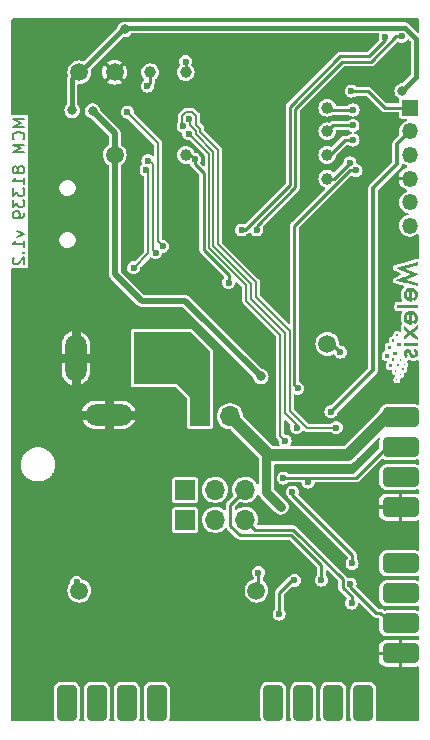
<source format=gbr>
%TF.GenerationSoftware,KiCad,Pcbnew,7.0.11+dfsg-1build4*%
%TF.CreationDate,2025-03-18T09:04:10+01:00*%
%TF.ProjectId,MCM-81339,4d434d2d-3831-4333-9339-2e6b69636164,rev?*%
%TF.SameCoordinates,Original*%
%TF.FileFunction,Copper,L2,Bot*%
%TF.FilePolarity,Positive*%
%FSLAX46Y46*%
G04 Gerber Fmt 4.6, Leading zero omitted, Abs format (unit mm)*
G04 Created by KiCad (PCBNEW 7.0.11+dfsg-1build4) date 2025-03-18 09:04:10*
%MOMM*%
%LPD*%
G01*
G04 APERTURE LIST*
G04 Aperture macros list*
%AMRoundRect*
0 Rectangle with rounded corners*
0 $1 Rounding radius*
0 $2 $3 $4 $5 $6 $7 $8 $9 X,Y pos of 4 corners*
0 Add a 4 corners polygon primitive as box body*
4,1,4,$2,$3,$4,$5,$6,$7,$8,$9,$2,$3,0*
0 Add four circle primitives for the rounded corners*
1,1,$1+$1,$2,$3*
1,1,$1+$1,$4,$5*
1,1,$1+$1,$6,$7*
1,1,$1+$1,$8,$9*
0 Add four rect primitives between the rounded corners*
20,1,$1+$1,$2,$3,$4,$5,0*
20,1,$1+$1,$4,$5,$6,$7,0*
20,1,$1+$1,$6,$7,$8,$9,0*
20,1,$1+$1,$8,$9,$2,$3,0*%
G04 Aperture macros list end*
%ADD10C,0.150000*%
%TA.AperFunction,NonConductor*%
%ADD11C,0.150000*%
%TD*%
%TA.AperFunction,HeatsinkPad*%
%ADD12C,0.500000*%
%TD*%
%TA.AperFunction,HeatsinkPad*%
%ADD13R,2.900000X1.900000*%
%TD*%
%TA.AperFunction,ComponentPad*%
%ADD14RoundRect,0.425000X1.125000X0.425000X-1.125000X0.425000X-1.125000X-0.425000X1.125000X-0.425000X0*%
%TD*%
%TA.AperFunction,ComponentPad*%
%ADD15R,1.700000X1.700000*%
%TD*%
%TA.AperFunction,ComponentPad*%
%ADD16O,1.700000X1.700000*%
%TD*%
%TA.AperFunction,ComponentPad*%
%ADD17RoundRect,0.425000X-1.125000X-0.425000X1.125000X-0.425000X1.125000X0.425000X-1.125000X0.425000X0*%
%TD*%
%TA.AperFunction,ComponentPad*%
%ADD18R,1.350000X1.350000*%
%TD*%
%TA.AperFunction,ComponentPad*%
%ADD19O,1.350000X1.350000*%
%TD*%
%TA.AperFunction,HeatsinkPad*%
%ADD20R,2.600000X2.600000*%
%TD*%
%TA.AperFunction,ComponentPad*%
%ADD21RoundRect,0.425000X-0.425000X1.125000X-0.425000X-1.125000X0.425000X-1.125000X0.425000X1.125000X0*%
%TD*%
%TA.AperFunction,ComponentPad*%
%ADD22R,1.800000X4.400000*%
%TD*%
%TA.AperFunction,ComponentPad*%
%ADD23O,1.800000X4.000000*%
%TD*%
%TA.AperFunction,ComponentPad*%
%ADD24O,4.000000X1.800000*%
%TD*%
%TA.AperFunction,SMDPad,CuDef*%
%ADD25C,1.000000*%
%TD*%
%TA.AperFunction,SMDPad,CuDef*%
%ADD26C,1.500000*%
%TD*%
%TA.AperFunction,ViaPad*%
%ADD27C,0.600000*%
%TD*%
%TA.AperFunction,ViaPad*%
%ADD28C,0.800000*%
%TD*%
%TA.AperFunction,Conductor*%
%ADD29C,0.800000*%
%TD*%
%TA.AperFunction,Conductor*%
%ADD30C,0.500000*%
%TD*%
%TA.AperFunction,Conductor*%
%ADD31C,0.300000*%
%TD*%
%TA.AperFunction,Conductor*%
%ADD32C,0.400000*%
%TD*%
%TA.AperFunction,Conductor*%
%ADD33C,0.250000*%
%TD*%
%TA.AperFunction,Conductor*%
%ADD34C,1.000000*%
%TD*%
%TA.AperFunction,Conductor*%
%ADD35C,0.200000*%
%TD*%
%TA.AperFunction,Conductor*%
%ADD36C,0.600000*%
%TD*%
%TA.AperFunction,Conductor*%
%ADD37C,0.190000*%
%TD*%
G04 APERTURE END LIST*
D10*
D11*
X62354819Y-53080952D02*
X61354819Y-53080952D01*
X61354819Y-53080952D02*
X62069104Y-53414285D01*
X62069104Y-53414285D02*
X61354819Y-53747618D01*
X61354819Y-53747618D02*
X62354819Y-53747618D01*
X62259580Y-54795237D02*
X62307200Y-54747618D01*
X62307200Y-54747618D02*
X62354819Y-54604761D01*
X62354819Y-54604761D02*
X62354819Y-54509523D01*
X62354819Y-54509523D02*
X62307200Y-54366666D01*
X62307200Y-54366666D02*
X62211961Y-54271428D01*
X62211961Y-54271428D02*
X62116723Y-54223809D01*
X62116723Y-54223809D02*
X61926247Y-54176190D01*
X61926247Y-54176190D02*
X61783390Y-54176190D01*
X61783390Y-54176190D02*
X61592914Y-54223809D01*
X61592914Y-54223809D02*
X61497676Y-54271428D01*
X61497676Y-54271428D02*
X61402438Y-54366666D01*
X61402438Y-54366666D02*
X61354819Y-54509523D01*
X61354819Y-54509523D02*
X61354819Y-54604761D01*
X61354819Y-54604761D02*
X61402438Y-54747618D01*
X61402438Y-54747618D02*
X61450057Y-54795237D01*
X62354819Y-55223809D02*
X61354819Y-55223809D01*
X61354819Y-55223809D02*
X62069104Y-55557142D01*
X62069104Y-55557142D02*
X61354819Y-55890475D01*
X61354819Y-55890475D02*
X62354819Y-55890475D01*
X61783390Y-57271428D02*
X61735771Y-57176190D01*
X61735771Y-57176190D02*
X61688152Y-57128571D01*
X61688152Y-57128571D02*
X61592914Y-57080952D01*
X61592914Y-57080952D02*
X61545295Y-57080952D01*
X61545295Y-57080952D02*
X61450057Y-57128571D01*
X61450057Y-57128571D02*
X61402438Y-57176190D01*
X61402438Y-57176190D02*
X61354819Y-57271428D01*
X61354819Y-57271428D02*
X61354819Y-57461904D01*
X61354819Y-57461904D02*
X61402438Y-57557142D01*
X61402438Y-57557142D02*
X61450057Y-57604761D01*
X61450057Y-57604761D02*
X61545295Y-57652380D01*
X61545295Y-57652380D02*
X61592914Y-57652380D01*
X61592914Y-57652380D02*
X61688152Y-57604761D01*
X61688152Y-57604761D02*
X61735771Y-57557142D01*
X61735771Y-57557142D02*
X61783390Y-57461904D01*
X61783390Y-57461904D02*
X61783390Y-57271428D01*
X61783390Y-57271428D02*
X61831009Y-57176190D01*
X61831009Y-57176190D02*
X61878628Y-57128571D01*
X61878628Y-57128571D02*
X61973866Y-57080952D01*
X61973866Y-57080952D02*
X62164342Y-57080952D01*
X62164342Y-57080952D02*
X62259580Y-57128571D01*
X62259580Y-57128571D02*
X62307200Y-57176190D01*
X62307200Y-57176190D02*
X62354819Y-57271428D01*
X62354819Y-57271428D02*
X62354819Y-57461904D01*
X62354819Y-57461904D02*
X62307200Y-57557142D01*
X62307200Y-57557142D02*
X62259580Y-57604761D01*
X62259580Y-57604761D02*
X62164342Y-57652380D01*
X62164342Y-57652380D02*
X61973866Y-57652380D01*
X61973866Y-57652380D02*
X61878628Y-57604761D01*
X61878628Y-57604761D02*
X61831009Y-57557142D01*
X61831009Y-57557142D02*
X61783390Y-57461904D01*
X62354819Y-58604761D02*
X62354819Y-58033333D01*
X62354819Y-58319047D02*
X61354819Y-58319047D01*
X61354819Y-58319047D02*
X61497676Y-58223809D01*
X61497676Y-58223809D02*
X61592914Y-58128571D01*
X61592914Y-58128571D02*
X61640533Y-58033333D01*
X61354819Y-58938095D02*
X61354819Y-59557142D01*
X61354819Y-59557142D02*
X61735771Y-59223809D01*
X61735771Y-59223809D02*
X61735771Y-59366666D01*
X61735771Y-59366666D02*
X61783390Y-59461904D01*
X61783390Y-59461904D02*
X61831009Y-59509523D01*
X61831009Y-59509523D02*
X61926247Y-59557142D01*
X61926247Y-59557142D02*
X62164342Y-59557142D01*
X62164342Y-59557142D02*
X62259580Y-59509523D01*
X62259580Y-59509523D02*
X62307200Y-59461904D01*
X62307200Y-59461904D02*
X62354819Y-59366666D01*
X62354819Y-59366666D02*
X62354819Y-59080952D01*
X62354819Y-59080952D02*
X62307200Y-58985714D01*
X62307200Y-58985714D02*
X62259580Y-58938095D01*
X61354819Y-59890476D02*
X61354819Y-60509523D01*
X61354819Y-60509523D02*
X61735771Y-60176190D01*
X61735771Y-60176190D02*
X61735771Y-60319047D01*
X61735771Y-60319047D02*
X61783390Y-60414285D01*
X61783390Y-60414285D02*
X61831009Y-60461904D01*
X61831009Y-60461904D02*
X61926247Y-60509523D01*
X61926247Y-60509523D02*
X62164342Y-60509523D01*
X62164342Y-60509523D02*
X62259580Y-60461904D01*
X62259580Y-60461904D02*
X62307200Y-60414285D01*
X62307200Y-60414285D02*
X62354819Y-60319047D01*
X62354819Y-60319047D02*
X62354819Y-60033333D01*
X62354819Y-60033333D02*
X62307200Y-59938095D01*
X62307200Y-59938095D02*
X62259580Y-59890476D01*
X62354819Y-60985714D02*
X62354819Y-61176190D01*
X62354819Y-61176190D02*
X62307200Y-61271428D01*
X62307200Y-61271428D02*
X62259580Y-61319047D01*
X62259580Y-61319047D02*
X62116723Y-61414285D01*
X62116723Y-61414285D02*
X61926247Y-61461904D01*
X61926247Y-61461904D02*
X61545295Y-61461904D01*
X61545295Y-61461904D02*
X61450057Y-61414285D01*
X61450057Y-61414285D02*
X61402438Y-61366666D01*
X61402438Y-61366666D02*
X61354819Y-61271428D01*
X61354819Y-61271428D02*
X61354819Y-61080952D01*
X61354819Y-61080952D02*
X61402438Y-60985714D01*
X61402438Y-60985714D02*
X61450057Y-60938095D01*
X61450057Y-60938095D02*
X61545295Y-60890476D01*
X61545295Y-60890476D02*
X61783390Y-60890476D01*
X61783390Y-60890476D02*
X61878628Y-60938095D01*
X61878628Y-60938095D02*
X61926247Y-60985714D01*
X61926247Y-60985714D02*
X61973866Y-61080952D01*
X61973866Y-61080952D02*
X61973866Y-61271428D01*
X61973866Y-61271428D02*
X61926247Y-61366666D01*
X61926247Y-61366666D02*
X61878628Y-61414285D01*
X61878628Y-61414285D02*
X61783390Y-61461904D01*
X61688152Y-62557143D02*
X62354819Y-62795238D01*
X62354819Y-62795238D02*
X61688152Y-63033333D01*
X62354819Y-63938095D02*
X62354819Y-63366667D01*
X62354819Y-63652381D02*
X61354819Y-63652381D01*
X61354819Y-63652381D02*
X61497676Y-63557143D01*
X61497676Y-63557143D02*
X61592914Y-63461905D01*
X61592914Y-63461905D02*
X61640533Y-63366667D01*
X62259580Y-64366667D02*
X62307200Y-64414286D01*
X62307200Y-64414286D02*
X62354819Y-64366667D01*
X62354819Y-64366667D02*
X62307200Y-64319048D01*
X62307200Y-64319048D02*
X62259580Y-64366667D01*
X62259580Y-64366667D02*
X62354819Y-64366667D01*
X61450057Y-64795238D02*
X61402438Y-64842857D01*
X61402438Y-64842857D02*
X61354819Y-64938095D01*
X61354819Y-64938095D02*
X61354819Y-65176190D01*
X61354819Y-65176190D02*
X61402438Y-65271428D01*
X61402438Y-65271428D02*
X61450057Y-65319047D01*
X61450057Y-65319047D02*
X61545295Y-65366666D01*
X61545295Y-65366666D02*
X61640533Y-65366666D01*
X61640533Y-65366666D02*
X61783390Y-65319047D01*
X61783390Y-65319047D02*
X62354819Y-64747619D01*
X62354819Y-64747619D02*
X62354819Y-65366666D01*
%TA.AperFunction,EtchedComponent*%
%TO.C,LOG2*%
G36*
X95643172Y-69048752D02*
G01*
X93927930Y-69048752D01*
X93927930Y-68776237D01*
X95643172Y-68776237D01*
X95643172Y-69048752D01*
G37*
%TD.AperFunction*%
%TA.AperFunction,EtchedComponent*%
G36*
X93647400Y-71902145D02*
G01*
X93471067Y-71902145D01*
X93471067Y-71725811D01*
X93647400Y-71725811D01*
X93647400Y-71902145D01*
G37*
%TD.AperFunction*%
%TA.AperFunction,EtchedComponent*%
G36*
X95643172Y-72270841D02*
G01*
X94497006Y-72270841D01*
X94497006Y-71998326D01*
X95643172Y-71998326D01*
X95643172Y-72270841D01*
G37*
%TD.AperFunction*%
%TA.AperFunction,EtchedComponent*%
G36*
X94200445Y-72270841D02*
G01*
X93927930Y-72270841D01*
X93927930Y-71998326D01*
X94200445Y-71998326D01*
X94200445Y-72270841D01*
G37*
%TD.AperFunction*%
%TA.AperFunction,EtchedComponent*%
G36*
X93879839Y-73056326D02*
G01*
X93599309Y-73056326D01*
X93599309Y-72775796D01*
X93879839Y-72775796D01*
X93879839Y-73056326D01*
G37*
%TD.AperFunction*%
%TA.AperFunction,EtchedComponent*%
G36*
X93182522Y-73264720D02*
G01*
X92901992Y-73264720D01*
X92901992Y-72984189D01*
X93182522Y-72984189D01*
X93182522Y-73264720D01*
G37*
%TD.AperFunction*%
%TA.AperFunction,EtchedComponent*%
G36*
X94256551Y-73521204D02*
G01*
X94112279Y-73521204D01*
X94112279Y-73384947D01*
X94256551Y-73384947D01*
X94256551Y-73521204D01*
G37*
%TD.AperFunction*%
%TA.AperFunction,EtchedComponent*%
G36*
X93671446Y-73537235D02*
G01*
X93439006Y-73537235D01*
X93439006Y-73304795D01*
X93671446Y-73304795D01*
X93671446Y-73537235D01*
G37*
%TD.AperFunction*%
%TA.AperFunction,EtchedComponent*%
G36*
X94577157Y-73849825D02*
G01*
X94513036Y-73849825D01*
X94513036Y-73777689D01*
X94577157Y-73777689D01*
X94577157Y-73849825D01*
G37*
%TD.AperFunction*%
%TA.AperFunction,EtchedComponent*%
G36*
X94072203Y-74010128D02*
G01*
X93895870Y-74010128D01*
X93895870Y-73833795D01*
X94072203Y-73833795D01*
X94072203Y-74010128D01*
G37*
%TD.AperFunction*%
%TA.AperFunction,EtchedComponent*%
G36*
X93447021Y-74034174D02*
G01*
X93238628Y-74034174D01*
X93238628Y-73833795D01*
X93447021Y-73833795D01*
X93447021Y-74034174D01*
G37*
%TD.AperFunction*%
%TA.AperFunction,EtchedComponent*%
G36*
X93855794Y-74450961D02*
G01*
X93695491Y-74450961D01*
X93695491Y-74290658D01*
X93855794Y-74290658D01*
X93855794Y-74450961D01*
G37*
%TD.AperFunction*%
%TA.AperFunction,EtchedComponent*%
G36*
X93935945Y-75172324D02*
G01*
X93847779Y-75172324D01*
X93847779Y-75076143D01*
X93935945Y-75076143D01*
X93935945Y-75172324D01*
G37*
%TD.AperFunction*%
%TA.AperFunction,EtchedComponent*%
G36*
X94505021Y-74323299D02*
G01*
X94348725Y-74318711D01*
X94346431Y-74240564D01*
X94344137Y-74162416D01*
X94505021Y-74162416D01*
X94505021Y-74323299D01*
G37*
%TD.AperFunction*%
%TA.AperFunction,EtchedComponent*%
G36*
X93421162Y-72385057D02*
G01*
X93418968Y-72523318D01*
X93280707Y-72525512D01*
X93142446Y-72527705D01*
X93142446Y-72246796D01*
X93423355Y-72246796D01*
X93421162Y-72385057D01*
G37*
%TD.AperFunction*%
%TA.AperFunction,EtchedComponent*%
G36*
X94232368Y-74644846D02*
G01*
X94245688Y-74646668D01*
X94251649Y-74654014D01*
X94255383Y-74673625D01*
X94256551Y-74707194D01*
X94256551Y-74763552D01*
X94127607Y-74763552D01*
X94132317Y-74647332D01*
X94183571Y-74644916D01*
X94208564Y-74644274D01*
X94232368Y-74644846D01*
G37*
%TD.AperFunction*%
%TA.AperFunction,EtchedComponent*%
G36*
X93951991Y-71278548D02*
G01*
X93965511Y-71280442D01*
X93967742Y-71281690D01*
X93972772Y-71290962D01*
X93974848Y-71310443D01*
X93974371Y-71342972D01*
X93972014Y-71401198D01*
X93851786Y-71401198D01*
X93851786Y-71280971D01*
X93903041Y-71278554D01*
X93928032Y-71277928D01*
X93951991Y-71278548D01*
G37*
%TD.AperFunction*%
%TA.AperFunction,EtchedComponent*%
G36*
X95442067Y-72487276D02*
G01*
X95464312Y-72503943D01*
X95492754Y-72528201D01*
X95525477Y-72558568D01*
X95570885Y-72607278D01*
X95615382Y-72671694D01*
X95646977Y-72742184D01*
X95667415Y-72821990D01*
X95670119Y-72845341D01*
X95671486Y-72880659D01*
X95670576Y-72916061D01*
X95660549Y-72987978D01*
X95637209Y-73059228D01*
X95599990Y-73124194D01*
X95547868Y-73185128D01*
X95522132Y-73208880D01*
X95460806Y-73251867D01*
X95395892Y-73279497D01*
X95327902Y-73291591D01*
X95257344Y-73287967D01*
X95221521Y-73280531D01*
X95169982Y-73262447D01*
X95123187Y-73235492D01*
X95080047Y-73198490D01*
X95039471Y-73150264D01*
X95000367Y-73089637D01*
X94961646Y-73015435D01*
X94922217Y-72926479D01*
X94911501Y-72902013D01*
X94884693Y-72851135D01*
X94857127Y-72812274D01*
X94830098Y-72787385D01*
X94819750Y-72781501D01*
X94803585Y-72778542D01*
X94781709Y-72783756D01*
X94776893Y-72785477D01*
X94754507Y-72799085D01*
X94739861Y-72820919D01*
X94731868Y-72853368D01*
X94729445Y-72898818D01*
X94729887Y-72923698D01*
X94732972Y-72952125D01*
X94740473Y-72976912D01*
X94754094Y-73005417D01*
X94766647Y-73028135D01*
X94784178Y-73057138D01*
X94799070Y-73079002D01*
X94819395Y-73105685D01*
X94799989Y-73127093D01*
X94789092Y-73139181D01*
X94769146Y-73161405D01*
X94744146Y-73189324D01*
X94717096Y-73219585D01*
X94653610Y-73290669D01*
X94622672Y-73255807D01*
X94609518Y-73240181D01*
X94574421Y-73191570D01*
X94541032Y-73136438D01*
X94512694Y-73080598D01*
X94492748Y-73029863D01*
X94476539Y-72957743D01*
X94473104Y-72880089D01*
X94483679Y-72804505D01*
X94507738Y-72733156D01*
X94544756Y-72668209D01*
X94594206Y-72611828D01*
X94635500Y-72579759D01*
X94695874Y-72549125D01*
X94761043Y-72531596D01*
X94827901Y-72527930D01*
X94893341Y-72538883D01*
X94902555Y-72541681D01*
X94945747Y-72558776D01*
X94984260Y-72581960D01*
X95019450Y-72612827D01*
X95052675Y-72652970D01*
X95085293Y-72703984D01*
X95118662Y-72767462D01*
X95154139Y-72844997D01*
X95160067Y-72858516D01*
X95178729Y-72899672D01*
X95196512Y-72937004D01*
X95211642Y-72966860D01*
X95222349Y-72985585D01*
X95233937Y-73000838D01*
X95259000Y-73024889D01*
X95285573Y-73041842D01*
X95308937Y-73048281D01*
X95311014Y-73048241D01*
X95339674Y-73039772D01*
X95367908Y-73018249D01*
X95392387Y-72986149D01*
X95399424Y-72973568D01*
X95409009Y-72950676D01*
X95413488Y-72925819D01*
X95414502Y-72892015D01*
X95411496Y-72851168D01*
X95400740Y-72811621D01*
X95380366Y-72772423D01*
X95348507Y-72728965D01*
X95320274Y-72694157D01*
X95371113Y-72588700D01*
X95379036Y-72572280D01*
X95396225Y-72536785D01*
X95410322Y-72507845D01*
X95420045Y-72488091D01*
X95424107Y-72480153D01*
X95427935Y-72479682D01*
X95442067Y-72487276D01*
G37*
%TD.AperFunction*%
%TA.AperFunction,EtchedComponent*%
G36*
X95130088Y-67336273D02*
G01*
X95221890Y-67350550D01*
X95309215Y-67378057D01*
X95359195Y-67401417D01*
X95436754Y-67451147D01*
X95505644Y-67512719D01*
X95564509Y-67584374D01*
X95611992Y-67664354D01*
X95646734Y-67750898D01*
X95667379Y-67842248D01*
X95668119Y-67848122D01*
X95670540Y-67882108D01*
X95671330Y-67922821D01*
X95670306Y-67962700D01*
X95669395Y-67977442D01*
X95655926Y-68078975D01*
X95629990Y-68171211D01*
X95590948Y-68255572D01*
X95538161Y-68333482D01*
X95470990Y-68406362D01*
X95452293Y-68423773D01*
X95429026Y-68444361D01*
X95411646Y-68458434D01*
X95402940Y-68463647D01*
X95401721Y-68462972D01*
X95392414Y-68453368D01*
X95376322Y-68434484D01*
X95355547Y-68409012D01*
X95332196Y-68379644D01*
X95308371Y-68349072D01*
X95286178Y-68319987D01*
X95267721Y-68295081D01*
X95255103Y-68277044D01*
X95250429Y-68268570D01*
X95251766Y-68266444D01*
X95261668Y-68255009D01*
X95279113Y-68236294D01*
X95301587Y-68213029D01*
X95316420Y-68197254D01*
X95362410Y-68136087D01*
X95393895Y-68070242D01*
X95411986Y-67997550D01*
X95414294Y-67979686D01*
X95414855Y-67906232D01*
X95401618Y-67836066D01*
X95375721Y-67771044D01*
X95338299Y-67713025D01*
X95290493Y-67663866D01*
X95233439Y-67625427D01*
X95168274Y-67599564D01*
X95138217Y-67591288D01*
X95138217Y-68522023D01*
X95052055Y-68517450D01*
X94959038Y-68507228D01*
X94871014Y-68485122D01*
X94790739Y-68450454D01*
X94716096Y-68402299D01*
X94644965Y-68339733D01*
X94585027Y-68271954D01*
X94535213Y-68195667D01*
X94500280Y-68114872D01*
X94479703Y-68028339D01*
X94472960Y-67934837D01*
X94473092Y-67922624D01*
X94733490Y-67922624D01*
X94733495Y-67931545D01*
X94733985Y-67969081D01*
X94735866Y-67996248D01*
X94739971Y-68017783D01*
X94747135Y-68038418D01*
X94758192Y-68062889D01*
X94771860Y-68088014D01*
X94804026Y-68132685D01*
X94842004Y-68172313D01*
X94881105Y-68201604D01*
X94905778Y-68216083D01*
X94905778Y-67921353D01*
X94905642Y-67854723D01*
X94905266Y-67793474D01*
X94904680Y-67739382D01*
X94903915Y-67694221D01*
X94903000Y-67659765D01*
X94901965Y-67637791D01*
X94900841Y-67630071D01*
X94895249Y-67631919D01*
X94878887Y-67642169D01*
X94857164Y-67658666D01*
X94833902Y-67678277D01*
X94812925Y-67697870D01*
X94798055Y-67714311D01*
X94787673Y-67729409D01*
X94770552Y-67758310D01*
X94755035Y-67788487D01*
X94745923Y-67809336D01*
X94739388Y-67829767D01*
X94735631Y-67852384D01*
X94733912Y-67881800D01*
X94733490Y-67922624D01*
X94473092Y-67922624D01*
X94473187Y-67913865D01*
X94480004Y-67827079D01*
X94497069Y-67749125D01*
X94525404Y-67676374D01*
X94566035Y-67605201D01*
X94582329Y-67582344D01*
X94623242Y-67534279D01*
X94671355Y-67486714D01*
X94721838Y-67444242D01*
X94769860Y-67411454D01*
X94776101Y-67407866D01*
X94856815Y-67371022D01*
X94900841Y-67358826D01*
X94944651Y-67346689D01*
X95036708Y-67335046D01*
X95130088Y-67336273D01*
G37*
%TD.AperFunction*%
%TA.AperFunction,EtchedComponent*%
G36*
X95639461Y-70523953D02*
G01*
X95640640Y-70534900D01*
X95641659Y-70558947D01*
X95642459Y-70593710D01*
X95642982Y-70636805D01*
X95643168Y-70685846D01*
X95643165Y-70848153D01*
X95442707Y-71004202D01*
X95416021Y-71025038D01*
X95369338Y-71061807D01*
X95327894Y-71094860D01*
X95293180Y-71122981D01*
X95266688Y-71144958D01*
X95249909Y-71159577D01*
X95244336Y-71165624D01*
X95244851Y-71166263D01*
X95254377Y-71174541D01*
X95274630Y-71190981D01*
X95304003Y-71214313D01*
X95340889Y-71243268D01*
X95383680Y-71276574D01*
X95430770Y-71312962D01*
X95440612Y-71320545D01*
X95487839Y-71357039D01*
X95531087Y-71390628D01*
X95568607Y-71419941D01*
X95598651Y-71443609D01*
X95619470Y-71460263D01*
X95629316Y-71468532D01*
X95634010Y-71474267D01*
X95637584Y-71482903D01*
X95640016Y-71496489D01*
X95641456Y-71517240D01*
X95642055Y-71547372D01*
X95641966Y-71589099D01*
X95641339Y-71644636D01*
X95639164Y-71807135D01*
X95330581Y-71570161D01*
X95325058Y-71565920D01*
X95263937Y-71519055D01*
X95206831Y-71475388D01*
X95154981Y-71435858D01*
X95109627Y-71401408D01*
X95072010Y-71372976D01*
X95043371Y-71351505D01*
X95024951Y-71337933D01*
X95017990Y-71333203D01*
X95016925Y-71333788D01*
X95005840Y-71341691D01*
X94983926Y-71358013D01*
X94952550Y-71381714D01*
X94913079Y-71411754D01*
X94866880Y-71447094D01*
X94815321Y-71486694D01*
X94759770Y-71529515D01*
X94740174Y-71544637D01*
X94685826Y-71586465D01*
X94635928Y-71624710D01*
X94591848Y-71658334D01*
X94554957Y-71686295D01*
X94526625Y-71707556D01*
X94508222Y-71721074D01*
X94501119Y-71725811D01*
X94500732Y-71725154D01*
X94499599Y-71713348D01*
X94498811Y-71688551D01*
X94498402Y-71653122D01*
X94498403Y-71609416D01*
X94498847Y-71559792D01*
X94501013Y-71393772D01*
X94645286Y-71283017D01*
X94667249Y-71266105D01*
X94706619Y-71235508D01*
X94740524Y-71208794D01*
X94767143Y-71187418D01*
X94784650Y-71172836D01*
X94791223Y-71166503D01*
X94789219Y-71163709D01*
X94776729Y-71152134D01*
X94754317Y-71133119D01*
X94723723Y-71108100D01*
X94686686Y-71078512D01*
X94644946Y-71045791D01*
X94497006Y-70930839D01*
X94497006Y-70593773D01*
X94527063Y-70616470D01*
X94536133Y-70623410D01*
X94557949Y-70640260D01*
X94589404Y-70664646D01*
X94628794Y-70695245D01*
X94674416Y-70730734D01*
X94724564Y-70769787D01*
X94777536Y-70811081D01*
X94820734Y-70844771D01*
X94869565Y-70882847D01*
X94913343Y-70916976D01*
X94950551Y-70945975D01*
X94979670Y-70968662D01*
X94999185Y-70983854D01*
X95007578Y-70990368D01*
X95009708Y-70990475D01*
X95021889Y-70984676D01*
X95044517Y-70970272D01*
X95077930Y-70947018D01*
X95122466Y-70914672D01*
X95178463Y-70872990D01*
X95246259Y-70821727D01*
X95326192Y-70760641D01*
X95331979Y-70756201D01*
X95393135Y-70709345D01*
X95450270Y-70665688D01*
X95502144Y-70626169D01*
X95547516Y-70591728D01*
X95585145Y-70563305D01*
X95613792Y-70541839D01*
X95632216Y-70528271D01*
X95639176Y-70523539D01*
X95639461Y-70523953D01*
G37*
%TD.AperFunction*%
%TA.AperFunction,EtchedComponent*%
G36*
X95082078Y-69293720D02*
G01*
X95126612Y-69294123D01*
X95160206Y-69295378D01*
X95187015Y-69298037D01*
X95211191Y-69302648D01*
X95236886Y-69309761D01*
X95268255Y-69319926D01*
X95352438Y-69355455D01*
X95432517Y-69405251D01*
X95503159Y-69466513D01*
X95563161Y-69537802D01*
X95611321Y-69617678D01*
X95646435Y-69704703D01*
X95667300Y-69797436D01*
X95669476Y-69817136D01*
X95671380Y-69873587D01*
X95668701Y-69936499D01*
X95661823Y-69999671D01*
X95651135Y-70056900D01*
X95632049Y-70123165D01*
X95601685Y-70195034D01*
X95561414Y-70261315D01*
X95509327Y-70325062D01*
X95443520Y-70389327D01*
X95400893Y-70427439D01*
X95325661Y-70327407D01*
X95310336Y-70306963D01*
X95286592Y-70274985D01*
X95267597Y-70249018D01*
X95254995Y-70231317D01*
X95250429Y-70224137D01*
X95251768Y-70222037D01*
X95261672Y-70210652D01*
X95279116Y-70191973D01*
X95301587Y-70168725D01*
X95316796Y-70152415D01*
X95363390Y-70088800D01*
X95395686Y-70020107D01*
X95413403Y-69947997D01*
X95416260Y-69874130D01*
X95403976Y-69800165D01*
X95376270Y-69727761D01*
X95360212Y-69699600D01*
X95320537Y-69649220D01*
X95272468Y-69606870D01*
X95219284Y-69575195D01*
X95164267Y-69556839D01*
X95138217Y-69551703D01*
X95138217Y-70477719D01*
X95052055Y-70473162D01*
X95018628Y-70470967D01*
X94959101Y-70463807D01*
X94905970Y-70451682D01*
X94852903Y-70432946D01*
X94793566Y-70405952D01*
X94767320Y-70392634D01*
X94736206Y-70374626D01*
X94708531Y-70354772D01*
X94679661Y-70329638D01*
X94644965Y-70295791D01*
X94644883Y-70295709D01*
X94581175Y-70222820D01*
X94532792Y-70147055D01*
X94499084Y-70066869D01*
X94479403Y-69980717D01*
X94473099Y-69887057D01*
X94473463Y-69878320D01*
X94733453Y-69878320D01*
X94734554Y-69925767D01*
X94739204Y-69968321D01*
X94748715Y-70003811D01*
X94764384Y-70036890D01*
X94787508Y-70072210D01*
X94801088Y-70088570D01*
X94822175Y-70110111D01*
X94846134Y-70132145D01*
X94869491Y-70151638D01*
X94888774Y-70165559D01*
X94900507Y-70170873D01*
X94900535Y-70170869D01*
X94901734Y-70162815D01*
X94902836Y-70140546D01*
X94903810Y-70105838D01*
X94904623Y-70060465D01*
X94905244Y-70006203D01*
X94905639Y-69944827D01*
X94905778Y-69878114D01*
X94905778Y-69585356D01*
X94880870Y-69598236D01*
X94851540Y-69617978D01*
X94816485Y-69651680D01*
X94784308Y-69692639D01*
X94758896Y-69736446D01*
X94755840Y-69742937D01*
X94745497Y-69766618D01*
X94738943Y-69787220D01*
X94735322Y-69809521D01*
X94733777Y-69838295D01*
X94733453Y-69878320D01*
X94473463Y-69878320D01*
X94476078Y-69815552D01*
X94486363Y-69748206D01*
X94505296Y-69684265D01*
X94534218Y-69617828D01*
X94547535Y-69591728D01*
X94565641Y-69560584D01*
X94585560Y-69532932D01*
X94610747Y-69504132D01*
X94644656Y-69469548D01*
X94677835Y-69437836D01*
X94724735Y-69398306D01*
X94770843Y-69367266D01*
X94820898Y-69341667D01*
X94879639Y-69318463D01*
X94888427Y-69315350D01*
X94905778Y-69309538D01*
X94914831Y-69306505D01*
X94937519Y-69300438D01*
X94960439Y-69296638D01*
X94987542Y-69294588D01*
X95022775Y-69293777D01*
X95070089Y-69293691D01*
X95082078Y-69293720D01*
G37*
%TD.AperFunction*%
%TA.AperFunction,EtchedComponent*%
G36*
X95641368Y-65312375D02*
G01*
X95641548Y-65324481D01*
X95641698Y-65375939D01*
X95640688Y-65414718D01*
X95638568Y-65439710D01*
X95635385Y-65449810D01*
X95634019Y-65450339D01*
X95620087Y-65454464D01*
X95592401Y-65462139D01*
X95552279Y-65473014D01*
X95501039Y-65486737D01*
X95440000Y-65502959D01*
X95370481Y-65521328D01*
X95293798Y-65541494D01*
X95211272Y-65563105D01*
X95124220Y-65585812D01*
X95093910Y-65593709D01*
X95008384Y-65616061D01*
X94927907Y-65637194D01*
X94853789Y-65656758D01*
X94787338Y-65674403D01*
X94729862Y-65689780D01*
X94682671Y-65702539D01*
X94647072Y-65712331D01*
X94624376Y-65718806D01*
X94615889Y-65721614D01*
X94615932Y-65721811D01*
X94624471Y-65726512D01*
X94646516Y-65736816D01*
X94680945Y-65752237D01*
X94726639Y-65772292D01*
X94782476Y-65796498D01*
X94847338Y-65824371D01*
X94920102Y-65855426D01*
X94999650Y-65889181D01*
X95084860Y-65925151D01*
X95174613Y-65962853D01*
X95188853Y-65968822D01*
X95277960Y-66006281D01*
X95362343Y-66041928D01*
X95440883Y-66075282D01*
X95512460Y-66105857D01*
X95575954Y-66133171D01*
X95630247Y-66156742D01*
X95674218Y-66176085D01*
X95706749Y-66190717D01*
X95726719Y-66200155D01*
X95733009Y-66203915D01*
X95732987Y-66203932D01*
X95724565Y-66207846D01*
X95702549Y-66217462D01*
X95668099Y-66232286D01*
X95622379Y-66251825D01*
X95566548Y-66275586D01*
X95501770Y-66303074D01*
X95429205Y-66333796D01*
X95350016Y-66367258D01*
X95265364Y-66402968D01*
X95176411Y-66440430D01*
X95173693Y-66441573D01*
X95085012Y-66478956D01*
X95000794Y-66514574D01*
X94922187Y-66547937D01*
X94850338Y-66578552D01*
X94786393Y-66605927D01*
X94731498Y-66629569D01*
X94686802Y-66648986D01*
X94653451Y-66663686D01*
X94632591Y-66673177D01*
X94625369Y-66676966D01*
X94626320Y-66677505D01*
X94639020Y-66681606D01*
X94665497Y-66689234D01*
X94704460Y-66700044D01*
X94754621Y-66713687D01*
X94814687Y-66729817D01*
X94883368Y-66748087D01*
X94959374Y-66768148D01*
X95041414Y-66789655D01*
X95128199Y-66812259D01*
X95158249Y-66820069D01*
X95243832Y-66842389D01*
X95324390Y-66863513D01*
X95398609Y-66883091D01*
X95465180Y-66900771D01*
X95522788Y-66916202D01*
X95570122Y-66929033D01*
X95605871Y-66938914D01*
X95628721Y-66945494D01*
X95637360Y-66948421D01*
X95638771Y-66953528D01*
X95640366Y-66972557D01*
X95641385Y-67002874D01*
X95641746Y-67041685D01*
X95641368Y-67086200D01*
X95639164Y-67218406D01*
X94745475Y-66983873D01*
X94695228Y-66970685D01*
X94579740Y-66940362D01*
X94468620Y-66911170D01*
X94362880Y-66883375D01*
X94263534Y-66857246D01*
X94171593Y-66833047D01*
X94088071Y-66811047D01*
X94013980Y-66791511D01*
X93950332Y-66774708D01*
X93898140Y-66760902D01*
X93858417Y-66750362D01*
X93832175Y-66743354D01*
X93820426Y-66740145D01*
X93789066Y-66730951D01*
X94401524Y-66475389D01*
X94452284Y-66454207D01*
X94544647Y-66415652D01*
X94632442Y-66378989D01*
X94714534Y-66344695D01*
X94789785Y-66313244D01*
X94857060Y-66285112D01*
X94915222Y-66260774D01*
X94963134Y-66240705D01*
X94999660Y-66225380D01*
X95023664Y-66215275D01*
X95034009Y-66210866D01*
X95054035Y-66201903D01*
X95034009Y-66191618D01*
X95030705Y-66190088D01*
X95013513Y-66182592D01*
X94983236Y-66169621D01*
X94941014Y-66151659D01*
X94887989Y-66129186D01*
X94825300Y-66102685D01*
X94754089Y-66072638D01*
X94675496Y-66039527D01*
X94590662Y-66003834D01*
X94500729Y-65966040D01*
X94406835Y-65926629D01*
X94357116Y-65905755D01*
X94265959Y-65867398D01*
X94179760Y-65831017D01*
X94099610Y-65797078D01*
X94026604Y-65766049D01*
X93961833Y-65738398D01*
X93906391Y-65714590D01*
X93861369Y-65695093D01*
X93827861Y-65680374D01*
X93806960Y-65670900D01*
X93799757Y-65667138D01*
X93803022Y-65665880D01*
X93820237Y-65660768D01*
X93851386Y-65652028D01*
X93895516Y-65639915D01*
X93951673Y-65624683D01*
X94018904Y-65606588D01*
X94096256Y-65585886D01*
X94182774Y-65562830D01*
X94277506Y-65537675D01*
X94379497Y-65510678D01*
X94487795Y-65482092D01*
X94601445Y-65452173D01*
X94719495Y-65421176D01*
X95639164Y-65180000D01*
X95641368Y-65312375D01*
G37*
%TD.AperFunction*%
%TD*%
D12*
%TO.P,U8,9,EXP*%
%TO.N,GND*%
X68550000Y-95700000D03*
X69750000Y-95700000D03*
X70950000Y-95700000D03*
D13*
X69750000Y-95000000D03*
D12*
X68550000Y-94300000D03*
X69750000Y-94300000D03*
X70950000Y-94300000D03*
%TD*%
D14*
%TO.P,J1,1,Pin_1*%
%TO.N,GND*%
X94200000Y-98300000D03*
%TO.P,J1,2,Pin_2*%
%TO.N,Net-(J1-Pin_2)*%
X94200000Y-95760000D03*
%TO.P,J1,3,Pin_3*%
%TO.N,Net-(J1-Pin_3)*%
X94200000Y-93220000D03*
%TO.P,J1,4,Pin_4*%
%TO.N,VDDA*%
X94200000Y-90680000D03*
%TD*%
D15*
%TO.P,J6,1,Pin_1*%
%TO.N,TXD_SO8*%
X75960000Y-84460000D03*
D16*
%TO.P,J6,2,Pin_2*%
%TO.N,TXD_CPU*%
X78500000Y-84460000D03*
%TO.P,J6,3,Pin_3*%
%TO.N,TXD_QFN24*%
X81040000Y-84460000D03*
%TD*%
D17*
%TO.P,J4,1,Pin_1*%
%TO.N,VBUS*%
X94200000Y-78300000D03*
%TO.P,J4,2,Pin_2*%
%TO.N,TXD_CPU*%
X94200000Y-80840000D03*
%TO.P,J4,3,Pin_3*%
%TO.N,RXD_CPU*%
X94200000Y-83380000D03*
%TO.P,J4,4,Pin_4*%
%TO.N,GND*%
X94200000Y-85920000D03*
%TD*%
D18*
%TO.P,J3,1,Pin_1*%
%TO.N,EN*%
X95000000Y-52100000D03*
D19*
%TO.P,J3,2,Pin_2*%
%TO.N,+3.3V*%
X95000000Y-54100000D03*
%TO.P,J3,3,Pin_3*%
%TO.N,Net-(J3-Pin_3)*%
X95000000Y-56100000D03*
%TO.P,J3,4,Pin_4*%
%TO.N,GND*%
X95000000Y-58100000D03*
%TO.P,J3,5,Pin_5*%
%TO.N,Net-(J3-Pin_5)*%
X95000000Y-60100000D03*
%TO.P,J3,6,Pin_6*%
%TO.N,IO0*%
X95000000Y-62100000D03*
%TD*%
D12*
%TO.P,U5,41,EPAD*%
%TO.N,GND*%
X80040000Y-50558000D03*
X80040000Y-52058000D03*
X80790000Y-49808000D03*
X80790000Y-51308000D03*
X80790000Y-52808000D03*
X81540000Y-50558000D03*
X81540000Y-52058000D03*
X82290000Y-49808000D03*
X82290000Y-51308000D03*
X82290000Y-52808000D03*
X83040000Y-50558000D03*
X83040000Y-52058000D03*
%TD*%
%TO.P,U7,25,EXP*%
%TO.N,GND*%
X86200000Y-96050000D03*
X87250000Y-96050000D03*
X88300000Y-96050000D03*
X86200000Y-95000000D03*
X87250000Y-95000000D03*
D20*
X87250000Y-95000000D03*
D12*
X88300000Y-95000000D03*
X86200000Y-93950000D03*
X87250000Y-93950000D03*
X88300000Y-93950000D03*
%TD*%
D21*
%TO.P,J8,1,Pin_1*%
%TO.N,Net-(J8-Pin_1)*%
X91060000Y-102500000D03*
%TO.P,J8,2,Pin_2*%
%TO.N,Net-(J8-Pin_2)*%
X88520000Y-102500000D03*
%TO.P,J8,3,Pin_3*%
%TO.N,Net-(J8-Pin_3)*%
X85980000Y-102500000D03*
%TO.P,J8,4,Pin_4*%
%TO.N,Net-(J8-Pin_4)*%
X83440000Y-102500000D03*
%TD*%
D15*
%TO.P,J7,1,Pin_1*%
%TO.N,RXD_SO8*%
X75960000Y-87000000D03*
D16*
%TO.P,J7,2,Pin_2*%
%TO.N,RXD_CPU*%
X78500000Y-87000000D03*
%TO.P,J7,3,Pin_3*%
%TO.N,RXD_QFN24*%
X81040000Y-87000000D03*
%TD*%
D15*
%TO.P,J2,1,Pin_1*%
%TO.N,VS*%
X77230000Y-78227102D03*
D16*
%TO.P,J2,2,Pin_2*%
%TO.N,VBUS*%
X79770000Y-78227102D03*
%TD*%
D21*
%TO.P,J9,1,Pin_1*%
%TO.N,Net-(J9-Pin_1)*%
X73560000Y-102500000D03*
%TO.P,J9,2,Pin_2*%
%TO.N,Net-(J9-Pin_2)*%
X71020000Y-102500000D03*
%TO.P,J9,3,Pin_3*%
%TO.N,Net-(J9-Pin_3)*%
X68480000Y-102500000D03*
%TO.P,J9,4,Pin_4*%
%TO.N,Net-(J9-Pin_4)*%
X65940000Y-102500000D03*
%TD*%
D22*
%TO.P,J10,1*%
%TO.N,VS*%
X72500000Y-73300000D03*
D23*
%TO.P,J10,2*%
%TO.N,GND*%
X66700000Y-73300000D03*
D24*
%TO.P,J10,3*%
X69500000Y-78100000D03*
%TD*%
D25*
%TO.P,TP11,1,1*%
%TO.N,SLAVE_CUR*%
X73000000Y-49100000D03*
%TD*%
%TO.P,TP9,1,1*%
%TO.N,EN*%
X76000000Y-49100000D03*
%TD*%
D26*
%TO.P,TP14,1,1*%
%TO.N,Net-(D15-K)*%
X67000000Y-93000000D03*
%TD*%
D25*
%TO.P,TP6,1,1*%
%TO.N,/MCM/TCK*%
X88000000Y-58100000D03*
%TD*%
D26*
%TO.P,TP8,1,1*%
%TO.N,Net-(D3-A)*%
X88000000Y-72100000D03*
%TD*%
%TO.P,TP2,1,1*%
%TO.N,GND*%
X70000000Y-49100000D03*
%TD*%
%TO.P,TP10,1,1*%
%TO.N,VS*%
X76000000Y-72100000D03*
%TD*%
%TO.P,TP7,1,1*%
%TO.N,+5V*%
X70000000Y-56100000D03*
%TD*%
D25*
%TO.P,TP4,1,1*%
%TO.N,/MCM/TMS*%
X88000000Y-52100000D03*
%TD*%
D26*
%TO.P,TP1,1,1*%
%TO.N,+3.3V*%
X67000000Y-49100000D03*
%TD*%
%TO.P,TP13,1,1*%
%TO.N,Net-(D14-K)*%
X82000000Y-93000000D03*
%TD*%
D25*
%TO.P,TP3,1,1*%
%TO.N,/MCM/TDI*%
X88000000Y-54100000D03*
%TD*%
%TO.P,TP12,1,1*%
%TO.N,SLAVE_PWR*%
X76000000Y-56100000D03*
%TD*%
%TO.P,TP5,1,1*%
%TO.N,/MCM/TDO*%
X88000000Y-56100000D03*
%TD*%
D27*
%TO.N,GND*%
X90300000Y-97200000D03*
X83400000Y-91700000D03*
X90300000Y-95400000D03*
D28*
X79600000Y-99100000D03*
D27*
X74100000Y-95000000D03*
X87350000Y-82600000D03*
X92100000Y-96300000D03*
D28*
X62000000Y-77500000D03*
D27*
X73000000Y-93900000D03*
X84100000Y-91700000D03*
D28*
X78625000Y-95100000D03*
D27*
X90300000Y-96300000D03*
X88600000Y-89900000D03*
X90400000Y-79125000D03*
D28*
X83750000Y-67500000D03*
X76250000Y-81750000D03*
X62000000Y-92500000D03*
D27*
X89800000Y-99000000D03*
D28*
X62000000Y-67500000D03*
D27*
X90700000Y-99000000D03*
X85700000Y-98000000D03*
D28*
X76000000Y-103000000D03*
D27*
X75200000Y-96100000D03*
X64500000Y-97800000D03*
D28*
X62000000Y-97500000D03*
X77500000Y-66000000D03*
D27*
X64500000Y-96700000D03*
X83400000Y-90300000D03*
D28*
X90250000Y-65500000D03*
D27*
X89400000Y-97200000D03*
X84100000Y-90300000D03*
X90750000Y-82050000D03*
X91925000Y-80875000D03*
X83400000Y-92400000D03*
D28*
X95000000Y-88250000D03*
D27*
X67665600Y-46786800D03*
X92100000Y-91700000D03*
X91200000Y-97200000D03*
X91200000Y-95400000D03*
X72650000Y-52600000D03*
X74100000Y-92800000D03*
X87800000Y-89100000D03*
X89800000Y-98100000D03*
X83400000Y-91000000D03*
X75200000Y-95000000D03*
X65600000Y-97800000D03*
D28*
X62100000Y-101900000D03*
X87250000Y-67500000D03*
X83312000Y-46228000D03*
X95000000Y-76750000D03*
D27*
X88900000Y-98100000D03*
X85200000Y-98900000D03*
X87600000Y-84200000D03*
X73000000Y-95000000D03*
D28*
X81500000Y-70250000D03*
D27*
X75768200Y-78054200D03*
X70993000Y-59664600D03*
X74100000Y-96100000D03*
X66700000Y-95600000D03*
X73000000Y-96100000D03*
X93250000Y-58800000D03*
D28*
X88500000Y-75750000D03*
D27*
X91200000Y-96300000D03*
X84800000Y-90300000D03*
X85500000Y-91000000D03*
D28*
X94650000Y-101800000D03*
D27*
X70100000Y-47525000D03*
X91600000Y-98100000D03*
X91600000Y-99000000D03*
D28*
X93319600Y-61239400D03*
D27*
X75200000Y-93900000D03*
X84800000Y-91000000D03*
X65600000Y-96700000D03*
D28*
X73750000Y-90000000D03*
D27*
X84900000Y-98000000D03*
D28*
X63754000Y-60960000D03*
D27*
X74100000Y-97200000D03*
X93116400Y-55575200D03*
X74100000Y-93900000D03*
D28*
X89154000Y-46228000D03*
D27*
X66700000Y-97800000D03*
D28*
X95000000Y-100000000D03*
X88646000Y-59944000D03*
D27*
X86200000Y-91000000D03*
X85500000Y-90300000D03*
D28*
X95000000Y-64000000D03*
X93000000Y-65500000D03*
X83000000Y-72250000D03*
D27*
X73000000Y-97200000D03*
X92100000Y-97200000D03*
X85100000Y-93000000D03*
X68525000Y-49650000D03*
D28*
X63754000Y-54864000D03*
D27*
X66700000Y-94500000D03*
X84100000Y-91000000D03*
D28*
X76200000Y-46228000D03*
X81000000Y-103000000D03*
D27*
X90700000Y-98100000D03*
X66700000Y-96700000D03*
X73000000Y-92800000D03*
D28*
X62000000Y-72500000D03*
D27*
X71100000Y-53850000D03*
X90000000Y-77250000D03*
X69850000Y-52650000D03*
X89800000Y-91500000D03*
D28*
%TO.N,+5V*%
X82372200Y-74853800D03*
X68122800Y-52374800D03*
%TO.N,+3.3V*%
X66395600Y-52325800D03*
X70866000Y-45466000D03*
D27*
X88315800Y-77851000D03*
D28*
X94335600Y-50698400D03*
D27*
%TO.N,Net-(D3-A)*%
X89100000Y-72800000D03*
%TO.N,SLAVE_CUR*%
X72759487Y-50264408D03*
%TO.N,EN*%
X90040498Y-50698400D03*
X75996800Y-48209200D03*
D28*
%TO.N,VBUS*%
X84074000Y-85902800D03*
D27*
%TO.N,Net-(D14-K)*%
X82150000Y-91475000D03*
%TO.N,Net-(D15-K)*%
X66776600Y-92278200D03*
%TO.N,Net-(D4-K)*%
X71069200Y-52476400D03*
X74066400Y-63830200D03*
%TO.N,LED1*%
X82005000Y-62447000D03*
X94305414Y-46069510D03*
D28*
%TO.N,VS*%
X77455326Y-73613753D03*
X76502600Y-73775902D03*
D27*
%TO.N,LED2*%
X80735000Y-62447000D03*
X92899501Y-46084553D03*
%TO.N,RXD_QFN24*%
X90050000Y-94050000D03*
%TO.N,VDDA*%
X90100000Y-90680000D03*
X83916589Y-94983411D03*
X85025000Y-84650000D03*
X85208533Y-92108533D03*
%TO.N,Net-(J1-Pin_2)*%
X89925500Y-92438000D03*
%TO.N,SLAVE_PWR*%
X79654400Y-66904400D03*
X76760000Y-56460000D03*
%TO.N,TXD_CPU*%
X86374427Y-83800000D03*
X84265569Y-83450704D03*
%TO.N,UART_VSEL*%
X90424000Y-57404000D03*
X85496400Y-75869800D03*
%TO.N,UART_OE*%
X84425000Y-80325000D03*
X76266297Y-54295297D03*
%TO.N,MEAS_VBUS*%
X72804289Y-56583311D03*
X73453100Y-64363600D03*
%TO.N,MEAS_VS*%
X71602600Y-65659000D03*
X72654100Y-57373704D03*
%TO.N,TXD_QFN24*%
X87491589Y-92091589D03*
%TO.N,/MCM/TDI*%
X90164000Y-53600000D03*
%TO.N,/MCM/TMS*%
X90170000Y-52300000D03*
%TO.N,/MCM/TDO*%
X90170000Y-54848000D03*
%TO.N,/MCM/TCK*%
X89914811Y-56779500D03*
%TO.N,TXD_MCM*%
X88750000Y-79200000D03*
X75788290Y-53654427D03*
%TO.N,RXD_MCM*%
X76298004Y-53038476D03*
X85391071Y-79192529D03*
%TD*%
D29*
%TO.N,GND*%
X68300000Y-73300000D02*
X64900000Y-73300000D01*
X72000000Y-78100000D02*
X66900000Y-78100000D01*
X69500000Y-76100000D02*
X69500000Y-79400000D01*
X66700000Y-70700000D02*
X66700000Y-75900000D01*
D30*
%TO.N,+5V*%
X70000000Y-66170000D02*
X72300000Y-68470000D01*
X70000000Y-54252000D02*
X70000000Y-66170000D01*
X82363800Y-74853800D02*
X82372200Y-74853800D01*
X75980000Y-68470000D02*
X82363800Y-74853800D01*
X68122800Y-52374800D02*
X70000000Y-54252000D01*
X72300000Y-68470000D02*
X75980000Y-68470000D01*
D31*
%TO.N,+3.3V*%
X93916400Y-55183600D02*
X93916400Y-56883400D01*
D32*
X71007200Y-45324800D02*
X70866000Y-45466000D01*
X66395600Y-49704400D02*
X67000000Y-49100000D01*
D31*
X93916400Y-56883400D02*
X91871800Y-58928000D01*
D32*
X95504000Y-46278800D02*
X94550000Y-45324800D01*
X66395600Y-52325800D02*
X66395600Y-49704400D01*
D31*
X91871800Y-74295000D02*
X88315800Y-77851000D01*
D32*
X67000000Y-49100000D02*
X67100000Y-49100000D01*
D31*
X95000000Y-54100000D02*
X93916400Y-55183600D01*
D32*
X95504000Y-49530000D02*
X95504000Y-46278800D01*
D31*
X91871800Y-58928000D02*
X91871800Y-74295000D01*
D32*
X94550000Y-45324800D02*
X71007200Y-45324800D01*
X70734000Y-45466000D02*
X70866000Y-45466000D01*
X94335600Y-50698400D02*
X95504000Y-49530000D01*
X67100000Y-49100000D02*
X70734000Y-45466000D01*
D33*
%TO.N,Net-(D3-A)*%
X88400000Y-72100000D02*
X89100000Y-72800000D01*
X88000000Y-72100000D02*
X88400000Y-72100000D01*
%TO.N,SLAVE_CUR*%
X73000000Y-50023895D02*
X73000000Y-49100000D01*
X72759487Y-50264408D02*
X73000000Y-50023895D01*
%TO.N,EN*%
X76000000Y-48212400D02*
X75996800Y-48209200D01*
X92841600Y-52100000D02*
X95000000Y-52100000D01*
X90040498Y-50698400D02*
X91440000Y-50698400D01*
X91440000Y-50698400D02*
X92841600Y-52100000D01*
X76000000Y-49100000D02*
X76000000Y-48212400D01*
D34*
%TO.N,VBUS*%
X92970000Y-78300000D02*
X93700000Y-78300000D01*
D29*
X82975000Y-81639896D02*
X82850000Y-81764896D01*
D34*
X83077448Y-81537448D02*
X89732552Y-81537448D01*
X83077448Y-81537448D02*
X79770000Y-78230000D01*
X89732552Y-81537448D02*
X92970000Y-78300000D01*
X79770000Y-78230000D02*
X79770000Y-78227102D01*
D29*
X82850000Y-81764896D02*
X82850000Y-84678800D01*
D30*
X83077448Y-81537448D02*
X82975000Y-81639896D01*
D29*
X82850000Y-84678800D02*
X84074000Y-85902800D01*
D33*
%TO.N,Net-(D14-K)*%
X82150000Y-91475000D02*
X82150000Y-92850000D01*
X82150000Y-92850000D02*
X82000000Y-93000000D01*
%TO.N,Net-(D15-K)*%
X67000000Y-93000000D02*
X67000000Y-92501600D01*
X67000000Y-92501600D02*
X66776600Y-92278200D01*
D35*
%TO.N,Net-(D4-K)*%
X73653600Y-55063600D02*
X71069200Y-52479200D01*
X71069200Y-52479200D02*
X71069200Y-52476400D01*
X74066400Y-63830200D02*
X73653600Y-63417400D01*
X73653600Y-63417400D02*
X73653600Y-55063600D01*
D33*
%TO.N,LED1*%
X85293200Y-58853196D02*
X82005000Y-62141396D01*
X91694000Y-48209200D02*
X89282396Y-48209200D01*
X82005000Y-62141396D02*
X82005000Y-62447000D01*
X94305414Y-46069510D02*
X93833690Y-46069510D01*
X85293200Y-52198396D02*
X85293200Y-58853196D01*
X93833690Y-46069510D02*
X91694000Y-48209200D01*
X89282396Y-48209200D02*
X85293200Y-52198396D01*
D30*
%TO.N,VS*%
X77455326Y-73613753D02*
X77455326Y-73713753D01*
D34*
X77293177Y-73775902D02*
X72975902Y-73775902D01*
X77216000Y-73853079D02*
X77216000Y-78213102D01*
X77455326Y-73613753D02*
X77216000Y-73853079D01*
X72975902Y-73775902D02*
X72500000Y-73300000D01*
X77455326Y-73613753D02*
X77293177Y-73775902D01*
D36*
X77469079Y-73700000D02*
X77455326Y-73713753D01*
D34*
X77216000Y-78213102D02*
X77230000Y-78227102D01*
D33*
%TO.N,LED2*%
X84843200Y-52012000D02*
X84843200Y-58666800D01*
X92899501Y-46084553D02*
X92899501Y-46367303D01*
X81063000Y-62447000D02*
X80735000Y-62447000D01*
X89096000Y-47759200D02*
X84843200Y-52012000D01*
X91507604Y-47759200D02*
X89096000Y-47759200D01*
X92899501Y-46367303D02*
X91507604Y-47759200D01*
X84843200Y-58666800D02*
X81063000Y-62447000D01*
%TO.N,RXD_QFN24*%
X90050000Y-93486396D02*
X89300000Y-92736396D01*
X85122600Y-87840400D02*
X81880400Y-87840400D01*
X81880400Y-87840400D02*
X81040000Y-87000000D01*
X89300000Y-92017800D02*
X85122600Y-87840400D01*
X89300000Y-92736396D02*
X89300000Y-92017800D01*
X90050000Y-94050000D02*
X90050000Y-93486396D01*
%TO.N,VDDA*%
X85025000Y-84895000D02*
X90100000Y-89970000D01*
X83916589Y-93183411D02*
X83916589Y-94983411D01*
X84991467Y-92108533D02*
X83916589Y-93183411D01*
X90100000Y-89970000D02*
X90100000Y-90680000D01*
X85208533Y-92108533D02*
X84991467Y-92108533D01*
X85025000Y-84650000D02*
X85025000Y-84895000D01*
%TO.N,Net-(J1-Pin_2)*%
X93360000Y-95760000D02*
X93700000Y-95760000D01*
X89925500Y-92438000D02*
X89925500Y-92675500D01*
X92150000Y-94900000D02*
X92500000Y-94900000D01*
X89925500Y-92675500D02*
X92150000Y-94900000D01*
X92500000Y-94900000D02*
X93360000Y-95760000D01*
%TO.N,SLAVE_PWR*%
X76760000Y-56460000D02*
X76760000Y-56850000D01*
X76760000Y-56460000D02*
X76400000Y-56100000D01*
X79654400Y-66251457D02*
X79654400Y-66904400D01*
X76400000Y-56100000D02*
X76000000Y-56100000D01*
X77547200Y-64144257D02*
X79654400Y-66251457D01*
X76760000Y-56850000D02*
X77547200Y-57637200D01*
X77547200Y-57637200D02*
X77547200Y-64144257D01*
%TO.N,TXD_CPU*%
X93030000Y-80840000D02*
X93700000Y-80840000D01*
X86374427Y-83450573D02*
X86375000Y-83450000D01*
X84300000Y-83450000D02*
X86375000Y-83450000D01*
X90420000Y-83450000D02*
X93030000Y-80840000D01*
X86375000Y-83450000D02*
X90420000Y-83450000D01*
X86374427Y-83800000D02*
X86374427Y-83450573D01*
%TO.N,UART_VSEL*%
X90424000Y-57404000D02*
X89906695Y-57404000D01*
X85221400Y-62089295D02*
X85221400Y-75594800D01*
X85221400Y-75594800D02*
X85496400Y-75869800D01*
X89906695Y-57404000D02*
X85221400Y-62089295D01*
D37*
%TO.N,UART_OE*%
X84021400Y-71305584D02*
X81150000Y-68434184D01*
X81150000Y-67153087D02*
X77967200Y-63970287D01*
X77967200Y-55996200D02*
X76266297Y-54295297D01*
X81150000Y-68434184D02*
X81150000Y-67153087D01*
X77967200Y-63970287D02*
X77967200Y-55996200D01*
X84425000Y-80325000D02*
X84021400Y-79921400D01*
X84021400Y-79921400D02*
X84021400Y-71305584D01*
D35*
%TO.N,MEAS_VBUS*%
X72940911Y-56583311D02*
X72804289Y-56583311D01*
X73253600Y-56896000D02*
X72940911Y-56583311D01*
X73453100Y-64363600D02*
X73253600Y-64164100D01*
X73253600Y-64164100D02*
X73253600Y-56896000D01*
%TO.N,MEAS_VS*%
X72694800Y-57414404D02*
X72853600Y-57573204D01*
D33*
X72694800Y-57414404D02*
X72654100Y-57373704D01*
D35*
X72853600Y-57573204D02*
X72853600Y-64408000D01*
X72853600Y-64408000D02*
X71602600Y-65659000D01*
D33*
%TO.N,TXD_QFN24*%
X84928295Y-88290400D02*
X80594200Y-88290400D01*
X79781400Y-85718600D02*
X81040000Y-84460000D01*
X79781400Y-87477600D02*
X79781400Y-85718600D01*
X87491589Y-90853694D02*
X84928295Y-88290400D01*
X80594200Y-88290400D02*
X79781400Y-87477600D01*
X87491589Y-92091589D02*
X87491589Y-90853694D01*
%TO.N,/MCM/TDI*%
X88500000Y-53600000D02*
X88000000Y-54100000D01*
X90164000Y-53600000D02*
X88500000Y-53600000D01*
%TO.N,/MCM/TMS*%
X90146000Y-52324000D02*
X88224000Y-52324000D01*
X88224000Y-52324000D02*
X88000000Y-52100000D01*
X90170000Y-52300000D02*
X90146000Y-52324000D01*
%TO.N,/MCM/TDO*%
X89474800Y-54848000D02*
X88222800Y-56100000D01*
X88222800Y-56100000D02*
X88000000Y-56100000D01*
X90170000Y-54848000D02*
X89474800Y-54848000D01*
%TO.N,/MCM/TCK*%
X89894799Y-56779500D02*
X88574299Y-58100000D01*
X88574299Y-58100000D02*
X88000000Y-58100000D01*
X89914811Y-56779500D02*
X89894799Y-56779500D01*
D37*
%TO.N,TXD_MCM*%
X76051546Y-52443476D02*
X75703004Y-52792018D01*
X84801400Y-77761400D02*
X84801400Y-70982496D01*
X75703004Y-53569141D02*
X75788290Y-53654427D01*
X76911200Y-52810214D02*
X76544462Y-52443476D01*
X78747200Y-61787257D02*
X78747200Y-55673112D01*
X77251297Y-54177209D02*
X77251297Y-53887295D01*
X77251297Y-53887295D02*
X76911200Y-53547198D01*
X88750000Y-79200000D02*
X86240000Y-79200000D01*
X76544462Y-52443476D02*
X76051546Y-52443476D01*
X75703004Y-52792018D02*
X75703004Y-53569141D01*
X78747200Y-55673112D02*
X77251297Y-54177209D01*
X84801400Y-70982496D02*
X81930000Y-68111096D01*
X81930000Y-68111096D02*
X81930000Y-66830001D01*
X78749000Y-63649000D02*
X78749000Y-61789057D01*
X81930000Y-66830001D02*
X78749000Y-63649000D01*
X78749000Y-61789057D02*
X78747200Y-61787257D01*
X86240000Y-79200000D02*
X84801400Y-77761400D01*
X76911200Y-53547198D02*
X76911200Y-52810214D01*
%TO.N,RXD_MCM*%
X76861297Y-54048839D02*
X76383290Y-53570832D01*
X76861297Y-54338753D02*
X76861297Y-54048839D01*
X78357200Y-63808744D02*
X78357200Y-55834656D01*
X81540000Y-68272640D02*
X81540000Y-66991544D01*
X78357200Y-55834656D02*
X76861297Y-54338753D01*
X85391071Y-78931071D02*
X84411400Y-77951400D01*
X84411400Y-71144040D02*
X81540000Y-68272640D01*
X85391071Y-79192529D02*
X85391071Y-78931071D01*
X76383290Y-53570832D02*
X76383290Y-53123762D01*
X81540000Y-66991544D02*
X78357200Y-63808744D01*
X76383290Y-53123762D02*
X76298004Y-53038476D01*
X84411400Y-77951400D02*
X84411400Y-71144040D01*
%TD*%
%TA.AperFunction,Conductor*%
%TO.N,GND*%
G36*
X83947000Y-53975000D02*
G01*
X78613000Y-53975000D01*
X78613000Y-48641000D01*
X83947000Y-48641000D01*
X83947000Y-53975000D01*
G37*
%TD.AperFunction*%
%TD*%
%TA.AperFunction,Conductor*%
%TO.N,GND*%
G36*
X95709191Y-44568907D02*
G01*
X95745155Y-44618407D01*
X95750000Y-44649000D01*
X95750000Y-45648689D01*
X95731093Y-45706880D01*
X95681593Y-45742844D01*
X95620407Y-45742844D01*
X95580996Y-45718693D01*
X94890366Y-45028063D01*
X94882978Y-45019795D01*
X94859879Y-44990830D01*
X94812258Y-44958362D01*
X94809241Y-44956221D01*
X94762881Y-44922006D01*
X94756322Y-44918540D01*
X94756526Y-44918152D01*
X94754544Y-44917152D01*
X94754355Y-44917546D01*
X94747670Y-44914326D01*
X94692596Y-44897338D01*
X94689082Y-44896182D01*
X94634702Y-44877155D01*
X94634701Y-44877154D01*
X94634699Y-44877154D01*
X94634696Y-44877153D01*
X94627414Y-44875776D01*
X94627495Y-44875344D01*
X94625302Y-44874971D01*
X94625237Y-44875405D01*
X94617903Y-44874300D01*
X94617902Y-44874300D01*
X94560284Y-44874300D01*
X94556583Y-44874231D01*
X94521198Y-44872907D01*
X94498990Y-44872076D01*
X94498989Y-44872076D01*
X94491615Y-44872907D01*
X94491565Y-44872468D01*
X94477656Y-44874300D01*
X71162770Y-44874300D01*
X71116763Y-44862960D01*
X71098365Y-44853304D01*
X71098364Y-44853303D01*
X71098363Y-44853303D01*
X70944987Y-44815500D01*
X70944985Y-44815500D01*
X70787015Y-44815500D01*
X70787012Y-44815500D01*
X70633635Y-44853303D01*
X70493758Y-44926718D01*
X70375515Y-45031471D01*
X70285780Y-45161476D01*
X70229762Y-45309184D01*
X70228532Y-45314175D01*
X70202414Y-45360480D01*
X67432043Y-48130852D01*
X67377526Y-48158629D01*
X67333301Y-48155585D01*
X67196132Y-48113975D01*
X67196126Y-48113974D01*
X67000003Y-48094659D01*
X66999997Y-48094659D01*
X66803873Y-48113974D01*
X66803870Y-48113975D01*
X66615269Y-48171187D01*
X66615267Y-48171188D01*
X66441467Y-48264087D01*
X66441457Y-48264093D01*
X66289121Y-48389112D01*
X66289112Y-48389121D01*
X66164093Y-48541457D01*
X66164087Y-48541467D01*
X66071188Y-48715267D01*
X66071187Y-48715269D01*
X66013975Y-48903870D01*
X66013974Y-48903873D01*
X65994659Y-49099996D01*
X65994659Y-49100003D01*
X66013974Y-49296126D01*
X66013975Y-49296132D01*
X66035390Y-49366727D01*
X66034189Y-49427901D01*
X66020309Y-49454252D01*
X65992807Y-49491516D01*
X65989342Y-49498074D01*
X65988953Y-49497868D01*
X65987950Y-49499855D01*
X65988346Y-49500046D01*
X65985126Y-49506732D01*
X65968136Y-49561810D01*
X65966980Y-49565323D01*
X65947955Y-49619695D01*
X65946576Y-49626987D01*
X65946144Y-49626905D01*
X65945771Y-49629100D01*
X65946205Y-49629166D01*
X65945100Y-49636499D01*
X65945100Y-49694115D01*
X65945031Y-49697816D01*
X65942876Y-49755410D01*
X65943707Y-49762785D01*
X65943268Y-49762834D01*
X65945100Y-49776744D01*
X65945100Y-51811292D01*
X65926193Y-51869483D01*
X65911751Y-51885392D01*
X65909256Y-51887603D01*
X65905115Y-51891271D01*
X65815380Y-52021276D01*
X65759363Y-52168982D01*
X65759362Y-52168983D01*
X65740322Y-52325798D01*
X65740322Y-52325801D01*
X65759362Y-52482616D01*
X65759363Y-52482618D01*
X65801545Y-52593843D01*
X65815380Y-52630323D01*
X65905115Y-52760328D01*
X65905116Y-52760329D01*
X65905117Y-52760330D01*
X66023360Y-52865083D01*
X66163235Y-52938496D01*
X66316615Y-52976300D01*
X66316618Y-52976300D01*
X66474582Y-52976300D01*
X66474585Y-52976300D01*
X66627965Y-52938496D01*
X66767840Y-52865083D01*
X66886083Y-52760330D01*
X66975820Y-52630323D01*
X67031837Y-52482618D01*
X67044928Y-52374801D01*
X67467522Y-52374801D01*
X67486562Y-52531616D01*
X67486563Y-52531618D01*
X67523094Y-52627943D01*
X67542580Y-52679323D01*
X67632315Y-52809328D01*
X67632316Y-52809329D01*
X67632317Y-52809330D01*
X67750560Y-52914083D01*
X67890435Y-52987496D01*
X68043815Y-53025300D01*
X68043816Y-53025300D01*
X68045776Y-53025783D01*
X68092088Y-53051902D01*
X69470504Y-54430318D01*
X69498281Y-54484835D01*
X69499500Y-54500322D01*
X69499500Y-55173730D01*
X69480593Y-55231921D01*
X69447168Y-55261040D01*
X69441467Y-55264087D01*
X69441457Y-55264093D01*
X69289121Y-55389112D01*
X69289112Y-55389121D01*
X69164093Y-55541457D01*
X69164087Y-55541467D01*
X69071188Y-55715267D01*
X69071187Y-55715269D01*
X69013975Y-55903870D01*
X69013974Y-55903873D01*
X68994659Y-56099996D01*
X68994659Y-56100003D01*
X69013974Y-56296126D01*
X69013975Y-56296129D01*
X69013976Y-56296132D01*
X69069299Y-56478508D01*
X69071187Y-56484730D01*
X69071188Y-56484732D01*
X69080353Y-56501878D01*
X69164090Y-56658538D01*
X69164092Y-56658540D01*
X69164093Y-56658542D01*
X69289112Y-56810878D01*
X69289121Y-56810887D01*
X69441458Y-56935907D01*
X69441462Y-56935910D01*
X69447165Y-56938958D01*
X69489574Y-56983062D01*
X69499500Y-57026270D01*
X69499500Y-66105542D01*
X69497238Y-66126585D01*
X69495641Y-66133927D01*
X69498066Y-66167824D01*
X69499248Y-66184355D01*
X69499500Y-66191418D01*
X69499500Y-66205799D01*
X69501547Y-66220040D01*
X69502302Y-66227062D01*
X69505908Y-66277483D01*
X69508533Y-66284520D01*
X69513764Y-66305014D01*
X69514834Y-66312454D01*
X69514835Y-66312457D01*
X69535835Y-66358441D01*
X69538539Y-66364970D01*
X69556202Y-66412327D01*
X69556203Y-66412328D01*
X69556204Y-66412331D01*
X69559918Y-66417293D01*
X69560708Y-66418348D01*
X69571501Y-66436538D01*
X69574623Y-66443373D01*
X69607736Y-66481588D01*
X69612140Y-66487052D01*
X69620779Y-66498593D01*
X69620781Y-66498595D01*
X69630962Y-66508777D01*
X69635764Y-66513934D01*
X69668872Y-66552143D01*
X69668873Y-66552144D01*
X69675183Y-66556199D01*
X69691666Y-66569480D01*
X71900518Y-68778332D01*
X71913796Y-68794810D01*
X71917856Y-68801127D01*
X71917857Y-68801128D01*
X71956058Y-68834229D01*
X71961217Y-68839031D01*
X71971407Y-68849221D01*
X71971410Y-68849223D01*
X71982930Y-68857847D01*
X71988432Y-68862281D01*
X72026624Y-68895375D01*
X72026625Y-68895375D01*
X72026627Y-68895377D01*
X72033454Y-68898495D01*
X72051651Y-68909291D01*
X72056131Y-68912644D01*
X72057670Y-68913797D01*
X72105029Y-68931460D01*
X72111560Y-68934165D01*
X72157543Y-68955165D01*
X72164978Y-68956233D01*
X72185484Y-68961468D01*
X72187032Y-68962045D01*
X72192517Y-68964091D01*
X72192515Y-68964091D01*
X72199962Y-68964623D01*
X72242957Y-68967698D01*
X72249953Y-68968451D01*
X72264201Y-68970500D01*
X72278581Y-68970500D01*
X72285644Y-68970752D01*
X72336073Y-68974359D01*
X72342470Y-68972967D01*
X72343410Y-68972763D01*
X72364456Y-68970500D01*
X75731678Y-68970500D01*
X75789869Y-68989407D01*
X75801682Y-68999496D01*
X81701187Y-74899001D01*
X81728964Y-74953518D01*
X81729461Y-74957071D01*
X81735963Y-75010618D01*
X81766544Y-75091254D01*
X81791980Y-75158323D01*
X81881715Y-75288328D01*
X81881716Y-75288329D01*
X81881717Y-75288330D01*
X81999960Y-75393083D01*
X82139835Y-75466496D01*
X82293215Y-75504300D01*
X82293218Y-75504300D01*
X82451182Y-75504300D01*
X82451185Y-75504300D01*
X82604565Y-75466496D01*
X82744440Y-75393083D01*
X82862683Y-75288330D01*
X82952420Y-75158323D01*
X83008437Y-75010618D01*
X83027478Y-74853800D01*
X83025237Y-74835347D01*
X83012915Y-74733864D01*
X83008437Y-74696982D01*
X82952420Y-74549277D01*
X82887678Y-74455482D01*
X82862684Y-74419271D01*
X82838426Y-74397780D01*
X82744440Y-74314517D01*
X82659884Y-74270138D01*
X82604564Y-74241103D01*
X82451188Y-74203300D01*
X82450869Y-74203262D01*
X82450686Y-74203177D01*
X82445371Y-74201867D01*
X82445627Y-74200826D01*
X82395382Y-74177476D01*
X82392802Y-74174988D01*
X76379480Y-68161666D01*
X76366199Y-68145183D01*
X76362144Y-68138873D01*
X76362143Y-68138872D01*
X76323934Y-68105764D01*
X76318777Y-68100962D01*
X76308595Y-68090781D01*
X76308593Y-68090779D01*
X76297052Y-68082140D01*
X76291588Y-68077736D01*
X76253373Y-68044623D01*
X76246538Y-68041501D01*
X76228348Y-68030708D01*
X76227293Y-68029918D01*
X76222331Y-68026204D01*
X76222328Y-68026203D01*
X76222327Y-68026202D01*
X76174970Y-68008539D01*
X76168441Y-68005835D01*
X76122457Y-67984835D01*
X76122454Y-67984834D01*
X76115014Y-67983764D01*
X76094520Y-67978533D01*
X76087482Y-67975908D01*
X76087483Y-67975908D01*
X76037062Y-67972302D01*
X76030040Y-67971547D01*
X76015799Y-67969500D01*
X76001419Y-67969500D01*
X75994356Y-67969248D01*
X75990455Y-67968969D01*
X75943927Y-67965641D01*
X75943926Y-67965641D01*
X75943925Y-67965641D01*
X75936590Y-67967237D01*
X75915544Y-67969500D01*
X72548322Y-67969500D01*
X72490131Y-67950593D01*
X72478318Y-67940504D01*
X70529496Y-65991682D01*
X70501719Y-65937165D01*
X70500500Y-65921678D01*
X70500500Y-57026270D01*
X70519407Y-56968079D01*
X70552835Y-56938958D01*
X70558538Y-56935910D01*
X70710883Y-56810883D01*
X70835910Y-56658538D01*
X70928814Y-56484727D01*
X70986024Y-56296132D01*
X70988789Y-56268065D01*
X71005341Y-56100003D01*
X71005341Y-56099996D01*
X70986025Y-55903873D01*
X70986024Y-55903870D01*
X70986024Y-55903868D01*
X70928814Y-55715273D01*
X70835910Y-55541462D01*
X70834508Y-55539754D01*
X70710887Y-55389121D01*
X70710878Y-55389112D01*
X70558542Y-55264093D01*
X70558540Y-55264092D01*
X70558538Y-55264090D01*
X70552832Y-55261040D01*
X70510425Y-55216934D01*
X70500500Y-55173730D01*
X70500500Y-54316456D01*
X70502763Y-54295408D01*
X70502914Y-54294714D01*
X70504359Y-54288073D01*
X70500752Y-54237643D01*
X70500500Y-54230580D01*
X70500500Y-54216201D01*
X70500326Y-54214990D01*
X70498451Y-54201953D01*
X70497698Y-54194957D01*
X70494091Y-54144517D01*
X70491468Y-54137484D01*
X70486233Y-54116975D01*
X70485165Y-54109543D01*
X70464165Y-54063560D01*
X70461460Y-54057029D01*
X70443797Y-54009670D01*
X70442644Y-54008131D01*
X70439291Y-54003651D01*
X70428495Y-53985454D01*
X70425377Y-53978627D01*
X70425375Y-53978625D01*
X70425375Y-53978624D01*
X70392281Y-53940432D01*
X70387847Y-53934930D01*
X70379223Y-53923410D01*
X70379221Y-53923407D01*
X70369031Y-53913217D01*
X70364229Y-53908058D01*
X70331128Y-53869857D01*
X70331127Y-53869856D01*
X70324810Y-53865796D01*
X70308332Y-53852518D01*
X68932214Y-52476400D01*
X70513950Y-52476400D01*
X70532869Y-52620108D01*
X70532870Y-52620109D01*
X70588060Y-52753353D01*
X70588339Y-52754025D01*
X70676579Y-52869021D01*
X70791575Y-52957261D01*
X70925491Y-53012730D01*
X71069200Y-53031650D01*
X71070952Y-53031419D01*
X71072198Y-53031650D01*
X71075690Y-53031650D01*
X71075690Y-53032296D01*
X71131113Y-53042565D01*
X71153885Y-53059567D01*
X73274104Y-55179786D01*
X73301881Y-55234303D01*
X73303100Y-55249790D01*
X73303100Y-56071419D01*
X73284193Y-56129610D01*
X73234693Y-56165574D01*
X73173507Y-56165574D01*
X73143833Y-56149961D01*
X73081919Y-56102453D01*
X73081910Y-56102448D01*
X72947998Y-56046981D01*
X72947997Y-56046980D01*
X72804289Y-56028061D01*
X72660580Y-56046980D01*
X72660579Y-56046981D01*
X72526667Y-56102448D01*
X72526663Y-56102450D01*
X72411670Y-56190688D01*
X72411666Y-56190692D01*
X72323428Y-56305685D01*
X72323426Y-56305689D01*
X72267959Y-56439601D01*
X72267958Y-56439602D01*
X72249039Y-56583310D01*
X72249039Y-56583311D01*
X72267958Y-56727019D01*
X72267959Y-56727020D01*
X72317180Y-56845852D01*
X72321980Y-56906849D01*
X72290011Y-56959018D01*
X72285986Y-56962277D01*
X72261482Y-56981080D01*
X72261477Y-56981085D01*
X72173239Y-57096078D01*
X72173237Y-57096082D01*
X72117770Y-57229994D01*
X72117769Y-57229995D01*
X72098850Y-57373703D01*
X72098850Y-57373704D01*
X72117769Y-57517412D01*
X72117770Y-57517413D01*
X72164035Y-57629110D01*
X72173239Y-57651329D01*
X72261479Y-57766325D01*
X72376475Y-57854565D01*
X72441986Y-57881700D01*
X72488511Y-57921434D01*
X72503100Y-57973163D01*
X72503100Y-64221809D01*
X72484193Y-64280000D01*
X72474104Y-64291813D01*
X71689758Y-65076158D01*
X71635241Y-65103935D01*
X71606833Y-65104307D01*
X71602602Y-65103750D01*
X71602600Y-65103750D01*
X71458891Y-65122669D01*
X71458890Y-65122670D01*
X71324978Y-65178137D01*
X71324974Y-65178139D01*
X71209981Y-65266377D01*
X71209977Y-65266381D01*
X71121739Y-65381374D01*
X71121737Y-65381378D01*
X71066270Y-65515290D01*
X71066269Y-65515291D01*
X71047350Y-65658999D01*
X71047350Y-65659000D01*
X71066269Y-65802708D01*
X71066270Y-65802709D01*
X71116857Y-65924840D01*
X71121739Y-65936625D01*
X71209979Y-66051621D01*
X71324975Y-66139861D01*
X71458891Y-66195330D01*
X71602600Y-66214250D01*
X71746309Y-66195330D01*
X71880225Y-66139861D01*
X71995221Y-66051621D01*
X72083461Y-65936625D01*
X72138930Y-65802709D01*
X72157850Y-65659000D01*
X72157293Y-65654770D01*
X72168439Y-65594610D01*
X72185438Y-65571842D01*
X72965468Y-64791812D01*
X73019983Y-64764037D01*
X73080415Y-64773608D01*
X73095735Y-64783274D01*
X73175475Y-64844461D01*
X73309391Y-64899930D01*
X73453100Y-64918850D01*
X73596809Y-64899930D01*
X73730725Y-64844461D01*
X73845721Y-64756221D01*
X73933961Y-64641225D01*
X73989430Y-64507309D01*
X73994482Y-64468928D01*
X74020822Y-64413704D01*
X74074592Y-64384508D01*
X74079702Y-64383698D01*
X74210109Y-64366530D01*
X74344025Y-64311061D01*
X74459021Y-64222821D01*
X74547261Y-64107825D01*
X74602730Y-63973909D01*
X74621650Y-63830200D01*
X74621384Y-63828183D01*
X74602730Y-63686491D01*
X74547261Y-63552575D01*
X74459021Y-63437579D01*
X74344025Y-63349339D01*
X74344021Y-63349337D01*
X74210109Y-63293870D01*
X74090177Y-63278080D01*
X74034952Y-63251739D01*
X74005758Y-63197968D01*
X74004100Y-63179927D01*
X74004100Y-55110219D01*
X74006207Y-55089903D01*
X74006225Y-55089815D01*
X74008643Y-55078286D01*
X74004860Y-55047937D01*
X74004100Y-55035693D01*
X74004100Y-55034556D01*
X74000850Y-55015090D01*
X74000262Y-55011058D01*
X73994173Y-54962208D01*
X73994171Y-54962205D01*
X73992076Y-54955166D01*
X73989692Y-54948222D01*
X73989692Y-54948219D01*
X73966805Y-54905927D01*
X73966283Y-54904963D01*
X73964410Y-54901323D01*
X73942800Y-54857118D01*
X73938551Y-54851167D01*
X73934019Y-54845343D01*
X73924210Y-54836313D01*
X73897821Y-54812020D01*
X73894894Y-54809212D01*
X71651715Y-52566033D01*
X71623938Y-52511516D01*
X71623567Y-52483106D01*
X71624450Y-52476400D01*
X71605530Y-52332691D01*
X71550061Y-52198775D01*
X71461821Y-52083779D01*
X71346825Y-51995539D01*
X71346821Y-51995537D01*
X71212909Y-51940070D01*
X71212908Y-51940069D01*
X71069200Y-51921150D01*
X70925491Y-51940069D01*
X70925490Y-51940070D01*
X70791578Y-51995537D01*
X70791574Y-51995539D01*
X70676581Y-52083777D01*
X70676577Y-52083781D01*
X70588339Y-52198774D01*
X70588337Y-52198778D01*
X70532870Y-52332690D01*
X70532869Y-52332691D01*
X70513950Y-52476399D01*
X70513950Y-52476400D01*
X68932214Y-52476400D01*
X68794973Y-52339159D01*
X68767196Y-52284642D01*
X68766699Y-52281088D01*
X68763515Y-52254866D01*
X68759037Y-52217982D01*
X68703020Y-52070277D01*
X68618964Y-51948500D01*
X68613284Y-51940271D01*
X68576159Y-51907381D01*
X68495040Y-51835517D01*
X68403543Y-51787495D01*
X68355164Y-51762103D01*
X68201787Y-51724300D01*
X68201785Y-51724300D01*
X68043815Y-51724300D01*
X68043812Y-51724300D01*
X67890435Y-51762103D01*
X67750558Y-51835518D01*
X67632315Y-51940271D01*
X67542580Y-52070276D01*
X67486563Y-52217982D01*
X67486562Y-52217983D01*
X67467522Y-52374798D01*
X67467522Y-52374801D01*
X67044928Y-52374801D01*
X67049399Y-52337981D01*
X67050878Y-52325801D01*
X67050878Y-52325798D01*
X67031837Y-52168983D01*
X67031837Y-52168982D01*
X66975820Y-52021277D01*
X66900242Y-51911783D01*
X66886084Y-51891271D01*
X66886083Y-51891270D01*
X66879450Y-51885394D01*
X66848432Y-51832655D01*
X66846100Y-51811292D01*
X66846100Y-50264408D01*
X72204237Y-50264408D01*
X72223156Y-50408116D01*
X72223157Y-50408117D01*
X72278439Y-50541583D01*
X72278626Y-50542033D01*
X72366866Y-50657029D01*
X72481862Y-50745269D01*
X72615778Y-50800738D01*
X72759487Y-50819658D01*
X72903196Y-50800738D01*
X73037112Y-50745269D01*
X73152108Y-50657029D01*
X73240348Y-50542033D01*
X73295817Y-50408117D01*
X73314737Y-50264408D01*
X73314736Y-50264407D01*
X73315584Y-50257974D01*
X73316917Y-50258149D01*
X73331677Y-50212719D01*
X73330904Y-50212301D01*
X73333180Y-50208093D01*
X73333644Y-50206668D01*
X73334741Y-50205209D01*
X73338542Y-50198184D01*
X73342006Y-50191098D01*
X73342010Y-50191094D01*
X73357093Y-50140426D01*
X73358325Y-50136582D01*
X73375500Y-50086555D01*
X73375500Y-50086550D01*
X73376790Y-50078821D01*
X73377765Y-50070990D01*
X73377768Y-50070983D01*
X73375585Y-50018194D01*
X73375500Y-50014103D01*
X73375500Y-49805129D01*
X73394407Y-49746938D01*
X73421830Y-49721303D01*
X73443002Y-49708000D01*
X73470890Y-49690477D01*
X73590477Y-49570890D01*
X73680456Y-49427690D01*
X73736313Y-49268059D01*
X73755249Y-49100004D01*
X75244751Y-49100004D01*
X75263685Y-49268053D01*
X75263688Y-49268065D01*
X75319544Y-49427690D01*
X75319544Y-49427691D01*
X75406025Y-49565323D01*
X75409523Y-49570890D01*
X75529110Y-49690477D01*
X75529112Y-49690478D01*
X75529113Y-49690479D01*
X75632449Y-49755410D01*
X75672310Y-49780456D01*
X75681144Y-49783547D01*
X75831934Y-49836311D01*
X75831938Y-49836312D01*
X75831941Y-49836313D01*
X75831942Y-49836313D01*
X75831946Y-49836314D01*
X75999996Y-49855249D01*
X76000000Y-49855249D01*
X76000004Y-49855249D01*
X76168053Y-49836314D01*
X76168055Y-49836313D01*
X76168059Y-49836313D01*
X76327690Y-49780456D01*
X76470890Y-49690477D01*
X76590477Y-49570890D01*
X76680456Y-49427690D01*
X76736313Y-49268059D01*
X76755249Y-49100000D01*
X76755249Y-49099996D01*
X76755249Y-49099995D01*
X76736314Y-48931946D01*
X76736311Y-48931934D01*
X76698089Y-48822702D01*
X76680456Y-48772310D01*
X76644613Y-48715267D01*
X76597948Y-48641000D01*
X78613000Y-48641000D01*
X78613000Y-53975000D01*
X83947000Y-53975000D01*
X83947000Y-48641000D01*
X78613000Y-48641000D01*
X76597948Y-48641000D01*
X76590479Y-48629113D01*
X76590478Y-48629112D01*
X76590477Y-48629110D01*
X76515801Y-48554434D01*
X76488026Y-48499920D01*
X76494342Y-48446551D01*
X76533130Y-48352909D01*
X76552050Y-48209200D01*
X76547365Y-48173618D01*
X76533130Y-48065491D01*
X76477661Y-47931575D01*
X76389421Y-47816579D01*
X76274425Y-47728339D01*
X76274421Y-47728337D01*
X76140509Y-47672870D01*
X76140508Y-47672869D01*
X75996800Y-47653950D01*
X75853091Y-47672869D01*
X75853090Y-47672870D01*
X75719178Y-47728337D01*
X75719174Y-47728339D01*
X75604181Y-47816577D01*
X75604177Y-47816581D01*
X75515939Y-47931574D01*
X75515937Y-47931578D01*
X75460470Y-48065490D01*
X75460469Y-48065491D01*
X75441550Y-48209199D01*
X75441550Y-48209200D01*
X75460469Y-48352908D01*
X75460470Y-48352909D01*
X75501130Y-48451073D01*
X75505930Y-48512070D01*
X75479671Y-48558961D01*
X75409520Y-48629112D01*
X75409520Y-48629113D01*
X75319544Y-48772308D01*
X75319544Y-48772309D01*
X75263688Y-48931934D01*
X75263685Y-48931946D01*
X75244751Y-49099995D01*
X75244751Y-49100004D01*
X73755249Y-49100004D01*
X73755249Y-49100000D01*
X73755249Y-49099996D01*
X73755249Y-49099995D01*
X73736314Y-48931946D01*
X73736311Y-48931934D01*
X73698089Y-48822702D01*
X73680456Y-48772310D01*
X73644613Y-48715267D01*
X73590479Y-48629113D01*
X73590478Y-48629112D01*
X73590477Y-48629110D01*
X73470890Y-48509523D01*
X73470887Y-48509521D01*
X73470886Y-48509520D01*
X73327691Y-48419544D01*
X73168065Y-48363688D01*
X73168053Y-48363685D01*
X73000004Y-48344751D01*
X72999996Y-48344751D01*
X72831946Y-48363685D01*
X72831934Y-48363688D01*
X72672309Y-48419544D01*
X72672308Y-48419544D01*
X72529113Y-48509520D01*
X72409520Y-48629113D01*
X72319544Y-48772308D01*
X72319544Y-48772309D01*
X72263688Y-48931934D01*
X72263685Y-48931946D01*
X72244751Y-49099995D01*
X72244751Y-49100004D01*
X72263685Y-49268053D01*
X72263688Y-49268065D01*
X72319544Y-49427690D01*
X72319544Y-49427691D01*
X72406025Y-49565323D01*
X72409523Y-49570890D01*
X72481435Y-49642802D01*
X72509211Y-49697317D01*
X72499640Y-49757749D01*
X72471698Y-49791346D01*
X72366868Y-49871785D01*
X72366864Y-49871789D01*
X72278626Y-49986782D01*
X72278624Y-49986786D01*
X72223157Y-50120698D01*
X72223156Y-50120699D01*
X72204237Y-50264407D01*
X72204237Y-50264408D01*
X66846100Y-50264408D01*
X66846100Y-50199412D01*
X66865007Y-50141221D01*
X66914507Y-50105257D01*
X66954801Y-50100889D01*
X66993890Y-50104739D01*
X66999999Y-50105341D01*
X67000000Y-50105341D01*
X67000003Y-50105341D01*
X67196126Y-50086025D01*
X67196127Y-50086024D01*
X67196132Y-50086024D01*
X67384727Y-50028814D01*
X67547754Y-49941674D01*
X69370457Y-49941674D01*
X69413828Y-49977268D01*
X69413834Y-49977272D01*
X69596232Y-50074765D01*
X69596237Y-50074767D01*
X69794163Y-50134808D01*
X69794169Y-50134809D01*
X69999996Y-50155081D01*
X70000004Y-50155081D01*
X70205830Y-50134809D01*
X70205836Y-50134808D01*
X70403762Y-50074767D01*
X70403767Y-50074765D01*
X70586166Y-49977270D01*
X70586177Y-49977263D01*
X70629541Y-49941674D01*
X69999999Y-49312132D01*
X69370457Y-49941674D01*
X67547754Y-49941674D01*
X67558538Y-49935910D01*
X67710883Y-49810883D01*
X67835910Y-49658538D01*
X67928814Y-49484727D01*
X67986024Y-49296132D01*
X67988386Y-49272157D01*
X68005341Y-49100004D01*
X68944919Y-49100004D01*
X68965190Y-49305830D01*
X68965191Y-49305836D01*
X69025232Y-49503762D01*
X69025234Y-49503767D01*
X69122724Y-49686160D01*
X69122731Y-49686170D01*
X69158324Y-49729541D01*
X69787866Y-49099999D01*
X70212132Y-49099999D01*
X70841674Y-49729541D01*
X70877263Y-49686177D01*
X70877270Y-49686166D01*
X70974765Y-49503767D01*
X70974767Y-49503762D01*
X71034808Y-49305836D01*
X71034809Y-49305830D01*
X71055081Y-49100004D01*
X71055081Y-49099995D01*
X71034809Y-48894169D01*
X71034808Y-48894163D01*
X70974767Y-48696237D01*
X70974765Y-48696232D01*
X70877272Y-48513834D01*
X70877268Y-48513828D01*
X70841674Y-48470457D01*
X70212132Y-49099999D01*
X69787866Y-49099999D01*
X69158324Y-48470457D01*
X69122734Y-48513824D01*
X69122728Y-48513834D01*
X69025234Y-48696232D01*
X69025232Y-48696237D01*
X68965191Y-48894163D01*
X68965190Y-48894169D01*
X68944919Y-49099995D01*
X68944919Y-49100004D01*
X68005341Y-49100004D01*
X68005341Y-49100003D01*
X68005341Y-49099996D01*
X67985881Y-48902409D01*
X67998993Y-48842646D01*
X68014396Y-48822706D01*
X68578778Y-48258324D01*
X69370457Y-48258324D01*
X69999999Y-48887866D01*
X70629541Y-48258324D01*
X70586170Y-48222731D01*
X70586160Y-48222724D01*
X70403767Y-48125234D01*
X70403762Y-48125232D01*
X70205836Y-48065191D01*
X70205830Y-48065190D01*
X70000004Y-48044919D01*
X69999996Y-48044919D01*
X69794169Y-48065190D01*
X69794163Y-48065191D01*
X69596237Y-48125232D01*
X69596232Y-48125234D01*
X69413834Y-48222728D01*
X69413824Y-48222734D01*
X69370457Y-48258324D01*
X68578778Y-48258324D01*
X70694254Y-46142847D01*
X70748769Y-46115072D01*
X70780992Y-46116436D01*
X70781072Y-46115778D01*
X70787013Y-46116499D01*
X70787015Y-46116500D01*
X70787017Y-46116500D01*
X70944982Y-46116500D01*
X70944985Y-46116500D01*
X71098365Y-46078696D01*
X71238240Y-46005283D01*
X71356483Y-45900530D01*
X71413407Y-45818061D01*
X71462023Y-45780912D01*
X71494882Y-45775300D01*
X92283578Y-45775300D01*
X92341769Y-45794207D01*
X92377733Y-45843707D01*
X92377733Y-45904893D01*
X92375042Y-45912185D01*
X92363171Y-45940844D01*
X92363170Y-45940844D01*
X92344251Y-46084552D01*
X92344251Y-46084553D01*
X92363170Y-46228261D01*
X92363171Y-46228262D01*
X92380130Y-46269205D01*
X92384930Y-46330202D01*
X92358670Y-46377093D01*
X91381062Y-47354703D01*
X91326545Y-47382481D01*
X91311058Y-47383700D01*
X89145209Y-47383700D01*
X89124894Y-47381593D01*
X89111731Y-47378833D01*
X89078784Y-47382940D01*
X89066539Y-47383700D01*
X89064880Y-47383700D01*
X89043873Y-47387205D01*
X89039831Y-47387794D01*
X88987376Y-47394334D01*
X88979821Y-47396583D01*
X88972393Y-47399133D01*
X88925905Y-47424290D01*
X88922271Y-47426160D01*
X88874789Y-47449373D01*
X88868400Y-47453934D01*
X88862170Y-47458783D01*
X88826405Y-47497634D01*
X88823574Y-47500586D01*
X84612471Y-51711689D01*
X84596620Y-51724561D01*
X84585366Y-51731914D01*
X84585358Y-51731921D01*
X84564965Y-51758121D01*
X84556864Y-51767297D01*
X84555685Y-51768475D01*
X84555677Y-51768486D01*
X84543288Y-51785836D01*
X84540846Y-51789110D01*
X84508393Y-51830807D01*
X84504643Y-51837735D01*
X84501189Y-51844802D01*
X84486114Y-51895439D01*
X84484866Y-51899336D01*
X84467699Y-51949340D01*
X84466410Y-51957067D01*
X84465432Y-51964915D01*
X84467615Y-52017699D01*
X84467700Y-52021790D01*
X84467700Y-58470253D01*
X84448793Y-58528444D01*
X84438704Y-58540257D01*
X81059538Y-61919422D01*
X81005021Y-61947199D01*
X80951649Y-61940882D01*
X80878709Y-61910670D01*
X80878708Y-61910669D01*
X80735000Y-61891750D01*
X80591291Y-61910669D01*
X80591290Y-61910670D01*
X80457378Y-61966137D01*
X80457374Y-61966139D01*
X80342381Y-62054377D01*
X80342377Y-62054381D01*
X80254139Y-62169374D01*
X80254137Y-62169378D01*
X80198670Y-62303290D01*
X80198669Y-62303291D01*
X80179750Y-62446999D01*
X80179750Y-62447000D01*
X80198669Y-62590708D01*
X80198670Y-62590709D01*
X80247072Y-62707565D01*
X80254139Y-62724625D01*
X80342379Y-62839621D01*
X80457375Y-62927861D01*
X80591291Y-62983330D01*
X80735000Y-63002250D01*
X80878709Y-62983330D01*
X81012625Y-62927861D01*
X81127621Y-62839621D01*
X81127627Y-62839612D01*
X81130754Y-62836487D01*
X81164622Y-62816305D01*
X81164222Y-62815487D01*
X81165777Y-62814726D01*
X81169013Y-62813688D01*
X81172519Y-62811600D01*
X81179130Y-62809632D01*
X81186606Y-62807065D01*
X81186610Y-62807065D01*
X81210065Y-62794372D01*
X81233070Y-62781922D01*
X81236694Y-62780055D01*
X81284211Y-62756826D01*
X81284215Y-62756821D01*
X81290634Y-62752239D01*
X81296822Y-62747422D01*
X81296823Y-62747420D01*
X81296826Y-62747419D01*
X81332629Y-62708525D01*
X81335415Y-62705620D01*
X81358531Y-62682504D01*
X81413046Y-62654729D01*
X81473478Y-62664300D01*
X81516743Y-62707565D01*
X81519991Y-62714611D01*
X81524139Y-62724625D01*
X81612379Y-62839621D01*
X81727375Y-62927861D01*
X81861291Y-62983330D01*
X82005000Y-63002250D01*
X82148709Y-62983330D01*
X82282625Y-62927861D01*
X82397621Y-62839621D01*
X82485861Y-62724625D01*
X82541330Y-62590709D01*
X82560250Y-62447000D01*
X82541330Y-62303291D01*
X82517676Y-62246184D01*
X82512876Y-62185187D01*
X82539134Y-62138297D01*
X85523927Y-59153504D01*
X85539777Y-59140634D01*
X85551036Y-59133280D01*
X85571433Y-59107072D01*
X85579559Y-59097873D01*
X85580719Y-59096714D01*
X85593110Y-59079357D01*
X85595505Y-59076144D01*
X85628009Y-59034385D01*
X85628010Y-59034381D01*
X85631742Y-59027485D01*
X85635206Y-59020399D01*
X85635210Y-59020395D01*
X85650293Y-58969727D01*
X85651525Y-58965883D01*
X85668700Y-58915856D01*
X85668700Y-58915851D01*
X85669990Y-58908122D01*
X85670965Y-58900291D01*
X85670968Y-58900284D01*
X85668785Y-58847495D01*
X85668700Y-58843404D01*
X85668700Y-56100004D01*
X87244751Y-56100004D01*
X87263685Y-56268053D01*
X87263688Y-56268065D01*
X87319544Y-56427690D01*
X87319544Y-56427691D01*
X87409520Y-56570886D01*
X87409523Y-56570890D01*
X87529110Y-56690477D01*
X87529112Y-56690478D01*
X87529113Y-56690479D01*
X87670788Y-56779500D01*
X87672310Y-56780456D01*
X87712080Y-56794372D01*
X87831934Y-56836311D01*
X87831938Y-56836312D01*
X87831941Y-56836313D01*
X87831942Y-56836313D01*
X87831946Y-56836314D01*
X87999996Y-56855249D01*
X88000000Y-56855249D01*
X88000004Y-56855249D01*
X88168053Y-56836314D01*
X88168055Y-56836313D01*
X88168059Y-56836313D01*
X88327690Y-56780456D01*
X88470890Y-56690477D01*
X88590477Y-56570890D01*
X88680456Y-56427690D01*
X88736313Y-56268059D01*
X88751550Y-56132828D01*
X88776853Y-56077124D01*
X88779924Y-56073912D01*
X89601342Y-55252496D01*
X89655858Y-55224719D01*
X89671345Y-55223500D01*
X89721461Y-55223500D01*
X89779652Y-55242407D01*
X89781685Y-55243925D01*
X89892375Y-55328861D01*
X90026291Y-55384330D01*
X90170000Y-55403250D01*
X90313709Y-55384330D01*
X90447625Y-55328861D01*
X90562621Y-55240621D01*
X90650861Y-55125625D01*
X90706330Y-54991709D01*
X90725250Y-54848000D01*
X90723711Y-54836314D01*
X90706330Y-54704291D01*
X90650861Y-54570375D01*
X90562621Y-54455379D01*
X90447625Y-54367139D01*
X90447623Y-54367138D01*
X90447621Y-54367137D01*
X90319868Y-54314221D01*
X90273342Y-54274485D01*
X90259058Y-54214990D01*
X90282472Y-54158462D01*
X90319865Y-54131294D01*
X90441625Y-54080861D01*
X90556621Y-53992621D01*
X90644861Y-53877625D01*
X90700330Y-53743709D01*
X90719250Y-53600000D01*
X90707495Y-53510717D01*
X90700330Y-53456291D01*
X90644861Y-53322375D01*
X90556621Y-53207379D01*
X90441625Y-53119139D01*
X90441621Y-53119137D01*
X90380709Y-53093907D01*
X90307709Y-53063670D01*
X90292304Y-53061641D01*
X90192847Y-53048547D01*
X90170916Y-53038086D01*
X90141152Y-53047758D01*
X90020290Y-53063670D01*
X89886378Y-53119137D01*
X89886374Y-53119139D01*
X89879388Y-53124500D01*
X89775726Y-53204042D01*
X89718053Y-53224466D01*
X89715461Y-53224500D01*
X88549210Y-53224500D01*
X88528895Y-53222393D01*
X88515732Y-53219633D01*
X88482783Y-53223740D01*
X88470539Y-53224500D01*
X88468886Y-53224500D01*
X88464511Y-53225229D01*
X88447881Y-53228004D01*
X88443841Y-53228592D01*
X88391379Y-53235133D01*
X88391376Y-53235133D01*
X88391374Y-53235134D01*
X88391371Y-53235135D01*
X88383849Y-53237374D01*
X88376387Y-53239936D01*
X88329927Y-53265078D01*
X88326293Y-53266948D01*
X88278791Y-53290172D01*
X88272385Y-53294745D01*
X88266175Y-53299579D01*
X88237498Y-53330730D01*
X88184175Y-53360735D01*
X88153579Y-53362055D01*
X88064236Y-53351988D01*
X88000000Y-53344751D01*
X87999998Y-53344751D01*
X87999997Y-53344751D01*
X87999996Y-53344751D01*
X87831946Y-53363685D01*
X87831934Y-53363688D01*
X87672309Y-53419544D01*
X87672308Y-53419544D01*
X87529113Y-53509520D01*
X87409520Y-53629113D01*
X87319544Y-53772308D01*
X87319544Y-53772309D01*
X87263688Y-53931934D01*
X87263685Y-53931946D01*
X87244751Y-54099995D01*
X87244751Y-54100004D01*
X87263685Y-54268053D01*
X87263688Y-54268065D01*
X87319544Y-54427690D01*
X87319544Y-54427691D01*
X87409199Y-54570375D01*
X87409523Y-54570890D01*
X87529110Y-54690477D01*
X87529112Y-54690478D01*
X87529113Y-54690479D01*
X87665469Y-54776158D01*
X87672310Y-54780456D01*
X87712080Y-54794372D01*
X87831934Y-54836311D01*
X87831938Y-54836312D01*
X87831941Y-54836313D01*
X87831942Y-54836313D01*
X87831946Y-54836314D01*
X87999996Y-54855249D01*
X88000000Y-54855249D01*
X88000004Y-54855249D01*
X88168053Y-54836314D01*
X88168055Y-54836313D01*
X88168059Y-54836313D01*
X88327690Y-54780456D01*
X88470890Y-54690477D01*
X88590477Y-54570890D01*
X88680456Y-54427690D01*
X88731257Y-54282507D01*
X88736311Y-54268065D01*
X88736314Y-54268053D01*
X88755249Y-54100002D01*
X88755249Y-54099997D01*
X88753625Y-54085585D01*
X88765897Y-54025643D01*
X88811059Y-53984363D01*
X88852002Y-53975500D01*
X89715461Y-53975500D01*
X89773652Y-53994407D01*
X89775685Y-53995925D01*
X89886375Y-54080861D01*
X90014132Y-54133778D01*
X90060657Y-54173514D01*
X90074941Y-54233009D01*
X90051527Y-54289537D01*
X90014132Y-54316706D01*
X89892375Y-54367138D01*
X89892374Y-54367139D01*
X89841146Y-54406448D01*
X89781726Y-54452042D01*
X89724053Y-54472466D01*
X89721461Y-54472500D01*
X89524009Y-54472500D01*
X89503694Y-54470393D01*
X89490531Y-54467633D01*
X89457584Y-54471740D01*
X89445339Y-54472500D01*
X89443680Y-54472500D01*
X89422673Y-54476005D01*
X89418631Y-54476594D01*
X89366176Y-54483134D01*
X89358621Y-54485383D01*
X89351193Y-54487933D01*
X89304705Y-54513090D01*
X89301071Y-54514960D01*
X89253589Y-54538173D01*
X89247200Y-54542734D01*
X89240970Y-54547583D01*
X89205205Y-54586434D01*
X89202374Y-54589386D01*
X88404660Y-55387100D01*
X88350143Y-55414877D01*
X88301958Y-55410540D01*
X88168065Y-55363688D01*
X88168053Y-55363685D01*
X88000004Y-55344751D01*
X87999996Y-55344751D01*
X87831946Y-55363685D01*
X87831934Y-55363688D01*
X87672309Y-55419544D01*
X87672308Y-55419544D01*
X87529113Y-55509520D01*
X87409520Y-55629113D01*
X87319544Y-55772308D01*
X87319544Y-55772309D01*
X87263688Y-55931934D01*
X87263685Y-55931946D01*
X87244751Y-56099995D01*
X87244751Y-56100004D01*
X85668700Y-56100004D01*
X85668700Y-52394941D01*
X85687607Y-52336750D01*
X85697696Y-52324937D01*
X85922629Y-52100004D01*
X87244751Y-52100004D01*
X87263685Y-52268053D01*
X87263688Y-52268065D01*
X87319544Y-52427690D01*
X87319544Y-52427691D01*
X87406770Y-52566509D01*
X87409523Y-52570890D01*
X87529110Y-52690477D01*
X87529112Y-52690478D01*
X87529113Y-52690479D01*
X87672306Y-52780454D01*
X87672310Y-52780456D01*
X87727232Y-52799674D01*
X87831934Y-52836311D01*
X87831938Y-52836312D01*
X87831941Y-52836313D01*
X87831942Y-52836313D01*
X87831946Y-52836314D01*
X87999996Y-52855249D01*
X88000000Y-52855249D01*
X88000004Y-52855249D01*
X88168053Y-52836314D01*
X88168055Y-52836313D01*
X88168059Y-52836313D01*
X88327690Y-52780456D01*
X88327692Y-52780454D01*
X88327694Y-52780454D01*
X88432380Y-52714675D01*
X88485052Y-52699500D01*
X89752737Y-52699500D01*
X89810928Y-52718407D01*
X89813004Y-52719958D01*
X89867069Y-52761443D01*
X89892375Y-52780861D01*
X90026291Y-52836330D01*
X90141151Y-52851452D01*
X90163082Y-52861912D01*
X90192843Y-52852242D01*
X90313709Y-52836330D01*
X90447625Y-52780861D01*
X90562621Y-52692621D01*
X90650861Y-52577625D01*
X90706330Y-52443709D01*
X90725250Y-52300000D01*
X90706330Y-52156291D01*
X90650861Y-52022375D01*
X90562621Y-51907379D01*
X90447625Y-51819139D01*
X90447621Y-51819137D01*
X90313709Y-51763670D01*
X90313708Y-51763669D01*
X90170000Y-51744750D01*
X90026291Y-51763669D01*
X90026290Y-51763670D01*
X89892378Y-51819137D01*
X89892370Y-51819142D01*
X89777381Y-51907376D01*
X89777379Y-51907377D01*
X89775544Y-51909770D01*
X89773766Y-51910991D01*
X89772794Y-51911964D01*
X89772613Y-51911783D01*
X89725118Y-51944424D01*
X89697004Y-51948500D01*
X88812352Y-51948500D01*
X88754161Y-51929593D01*
X88718908Y-51882198D01*
X88694096Y-51811292D01*
X88680456Y-51772310D01*
X88678046Y-51768475D01*
X88590479Y-51629113D01*
X88590478Y-51629112D01*
X88590477Y-51629110D01*
X88470890Y-51509523D01*
X88470887Y-51509521D01*
X88470886Y-51509520D01*
X88327691Y-51419544D01*
X88168065Y-51363688D01*
X88168053Y-51363685D01*
X88000004Y-51344751D01*
X87999996Y-51344751D01*
X87831946Y-51363685D01*
X87831934Y-51363688D01*
X87672309Y-51419544D01*
X87672308Y-51419544D01*
X87529113Y-51509520D01*
X87409520Y-51629113D01*
X87319544Y-51772308D01*
X87319544Y-51772309D01*
X87263688Y-51931934D01*
X87263685Y-51931946D01*
X87244751Y-52099995D01*
X87244751Y-52100004D01*
X85922629Y-52100004D01*
X89408937Y-48613696D01*
X89463454Y-48585919D01*
X89478941Y-48584700D01*
X91644789Y-48584700D01*
X91665104Y-48586807D01*
X91669530Y-48587734D01*
X91678268Y-48589567D01*
X91711217Y-48585460D01*
X91723461Y-48584700D01*
X91725114Y-48584700D01*
X91746147Y-48581189D01*
X91750149Y-48580606D01*
X91802626Y-48574066D01*
X91802628Y-48574064D01*
X91810138Y-48571829D01*
X91817606Y-48569265D01*
X91817610Y-48569265D01*
X91864070Y-48544122D01*
X91867694Y-48542255D01*
X91915211Y-48519026D01*
X91915215Y-48519021D01*
X91921634Y-48514439D01*
X91927822Y-48509622D01*
X91927823Y-48509620D01*
X91927826Y-48509619D01*
X91963629Y-48470725D01*
X91966415Y-48467820D01*
X93884963Y-46549272D01*
X93939478Y-46521497D01*
X93999910Y-46531068D01*
X94015231Y-46540735D01*
X94027789Y-46550371D01*
X94161705Y-46605840D01*
X94305414Y-46624760D01*
X94449123Y-46605840D01*
X94583039Y-46550371D01*
X94698035Y-46462131D01*
X94782228Y-46352408D01*
X94832649Y-46317755D01*
X94893813Y-46319356D01*
X94930770Y-46342674D01*
X95024503Y-46436406D01*
X95052281Y-46490922D01*
X95053500Y-46506410D01*
X95053500Y-49302389D01*
X95034593Y-49360580D01*
X95024504Y-49372393D01*
X94377993Y-50018904D01*
X94323476Y-50046681D01*
X94307989Y-50047900D01*
X94256612Y-50047900D01*
X94103235Y-50085703D01*
X93963358Y-50159118D01*
X93845115Y-50263871D01*
X93755380Y-50393876D01*
X93699363Y-50541582D01*
X93699362Y-50541583D01*
X93680322Y-50698398D01*
X93680322Y-50698401D01*
X93699362Y-50855216D01*
X93699363Y-50855218D01*
X93745179Y-50976025D01*
X93755380Y-51002923D01*
X93845115Y-51132928D01*
X93845116Y-51132929D01*
X93845117Y-51132930D01*
X93963360Y-51237683D01*
X94027759Y-51271482D01*
X94070497Y-51315266D01*
X94079338Y-51375809D01*
X94078849Y-51378452D01*
X94074501Y-51400313D01*
X94074500Y-51400327D01*
X94074500Y-51625500D01*
X94055593Y-51683691D01*
X94006093Y-51719655D01*
X93975500Y-51724500D01*
X93038145Y-51724500D01*
X92979954Y-51705593D01*
X92968141Y-51695504D01*
X92363659Y-51091022D01*
X91740311Y-50467673D01*
X91727435Y-50451816D01*
X91720084Y-50440564D01*
X91693888Y-50420175D01*
X91684699Y-50412061D01*
X91683518Y-50410880D01*
X91683514Y-50410877D01*
X91683512Y-50410875D01*
X91666172Y-50398496D01*
X91662886Y-50396046D01*
X91660099Y-50393877D01*
X91649657Y-50385749D01*
X91621190Y-50363591D01*
X91614281Y-50359852D01*
X91607197Y-50356389D01*
X91556551Y-50341311D01*
X91552656Y-50340063D01*
X91502659Y-50322899D01*
X91494923Y-50321608D01*
X91487089Y-50320632D01*
X91487088Y-50320632D01*
X91487086Y-50320632D01*
X91434299Y-50322815D01*
X91430208Y-50322900D01*
X90489037Y-50322900D01*
X90430846Y-50303993D01*
X90428812Y-50302474D01*
X90318123Y-50217539D01*
X90318119Y-50217537D01*
X90184207Y-50162070D01*
X90184206Y-50162069D01*
X90040498Y-50143150D01*
X89896789Y-50162069D01*
X89896788Y-50162070D01*
X89762876Y-50217537D01*
X89762872Y-50217539D01*
X89647879Y-50305777D01*
X89647875Y-50305781D01*
X89559637Y-50420774D01*
X89559635Y-50420778D01*
X89504168Y-50554690D01*
X89504167Y-50554691D01*
X89485248Y-50698399D01*
X89485248Y-50698400D01*
X89504167Y-50842108D01*
X89504168Y-50842109D01*
X89559637Y-50976025D01*
X89647877Y-51091021D01*
X89762873Y-51179261D01*
X89896789Y-51234730D01*
X90040498Y-51253650D01*
X90184207Y-51234730D01*
X90318123Y-51179261D01*
X90428771Y-51094357D01*
X90486445Y-51073934D01*
X90489037Y-51073900D01*
X91243455Y-51073900D01*
X91301646Y-51092807D01*
X91313459Y-51102896D01*
X92541287Y-52330724D01*
X92554162Y-52346580D01*
X92561516Y-52357836D01*
X92587720Y-52378231D01*
X92596902Y-52386339D01*
X92598083Y-52387520D01*
X92598086Y-52387522D01*
X92598088Y-52387524D01*
X92615423Y-52399901D01*
X92618671Y-52402321D01*
X92651266Y-52427691D01*
X92660414Y-52434811D01*
X92667317Y-52438546D01*
X92674398Y-52442008D01*
X92674401Y-52442010D01*
X92725071Y-52457095D01*
X92728906Y-52458323D01*
X92778940Y-52475500D01*
X92778942Y-52475500D01*
X92786676Y-52476791D01*
X92794505Y-52477766D01*
X92794512Y-52477768D01*
X92847301Y-52475585D01*
X92851392Y-52475500D01*
X93975500Y-52475500D01*
X94033691Y-52494407D01*
X94069655Y-52543907D01*
X94074500Y-52574500D01*
X94074500Y-52799672D01*
X94074501Y-52799684D01*
X94089033Y-52872736D01*
X94089035Y-52872742D01*
X94144397Y-52955599D01*
X94144400Y-52955602D01*
X94192134Y-52987496D01*
X94227260Y-53010966D01*
X94273340Y-53020132D01*
X94300315Y-53025498D01*
X94300320Y-53025498D01*
X94300326Y-53025500D01*
X94300327Y-53025500D01*
X94672181Y-53025500D01*
X94730372Y-53044407D01*
X94766336Y-53093907D01*
X94766336Y-53155093D01*
X94730372Y-53204593D01*
X94712447Y-53214941D01*
X94534711Y-53294072D01*
X94534704Y-53294076D01*
X94377303Y-53408434D01*
X94377303Y-53408435D01*
X94247132Y-53553005D01*
X94247128Y-53553011D01*
X94149860Y-53721482D01*
X94149858Y-53721487D01*
X94149856Y-53721490D01*
X94149856Y-53721492D01*
X94134971Y-53767304D01*
X94089738Y-53906516D01*
X94070917Y-54085585D01*
X94069402Y-54100000D01*
X94089738Y-54293482D01*
X94097203Y-54316456D01*
X94107871Y-54349290D01*
X94107870Y-54410475D01*
X94083720Y-54449885D01*
X93610921Y-54922684D01*
X93610915Y-54922692D01*
X93588350Y-54945258D01*
X93588348Y-54945260D01*
X93577397Y-54966751D01*
X93569287Y-54979985D01*
X93555106Y-54999506D01*
X93555101Y-54999515D01*
X93547649Y-55022452D01*
X93541705Y-55036802D01*
X93530755Y-55058291D01*
X93530752Y-55058301D01*
X93526977Y-55082129D01*
X93523353Y-55097224D01*
X93515901Y-55120162D01*
X93515900Y-55120169D01*
X93515900Y-56676499D01*
X93496993Y-56734690D01*
X93486904Y-56746503D01*
X91566315Y-58667092D01*
X91543750Y-58689658D01*
X91543748Y-58689660D01*
X91532797Y-58711151D01*
X91524687Y-58724385D01*
X91510506Y-58743906D01*
X91510501Y-58743915D01*
X91503049Y-58766852D01*
X91497105Y-58781202D01*
X91486155Y-58802691D01*
X91486152Y-58802701D01*
X91482377Y-58826529D01*
X91478753Y-58841624D01*
X91471301Y-58864562D01*
X91471300Y-58864569D01*
X91471300Y-74088098D01*
X91452393Y-74146289D01*
X91442304Y-74158102D01*
X88326729Y-77273676D01*
X88272212Y-77301453D01*
X88269648Y-77301825D01*
X88172090Y-77314670D01*
X88038178Y-77370137D01*
X88038174Y-77370139D01*
X87923181Y-77458377D01*
X87923177Y-77458381D01*
X87834939Y-77573374D01*
X87834937Y-77573378D01*
X87779470Y-77707290D01*
X87779469Y-77707291D01*
X87760550Y-77850999D01*
X87760550Y-77851000D01*
X87779469Y-77994708D01*
X87779470Y-77994709D01*
X87834939Y-78128625D01*
X87923179Y-78243621D01*
X88038175Y-78331861D01*
X88172091Y-78387330D01*
X88315800Y-78406250D01*
X88459509Y-78387330D01*
X88593425Y-78331861D01*
X88708421Y-78243621D01*
X88796661Y-78128625D01*
X88852130Y-77994709D01*
X88864973Y-77897150D01*
X88891314Y-77841926D01*
X88893085Y-77840106D01*
X92177283Y-74555909D01*
X92199850Y-74533342D01*
X92210802Y-74511843D01*
X92218915Y-74498605D01*
X92233096Y-74479090D01*
X92240551Y-74456144D01*
X92246495Y-74441795D01*
X92257446Y-74420304D01*
X92261219Y-74396473D01*
X92264848Y-74381364D01*
X92272298Y-74358435D01*
X92272299Y-74358434D01*
X92272299Y-74330621D01*
X92272300Y-74330596D01*
X92272300Y-59134900D01*
X92291207Y-59076709D01*
X92301290Y-59064902D01*
X94221884Y-57144309D01*
X94221885Y-57144307D01*
X94227527Y-57138665D01*
X94227529Y-57138661D01*
X94244450Y-57121742D01*
X94255400Y-57100249D01*
X94263511Y-57087012D01*
X94277696Y-57067490D01*
X94285148Y-57044551D01*
X94291090Y-57030202D01*
X94302046Y-57008704D01*
X94305821Y-56984865D01*
X94309443Y-56969782D01*
X94316900Y-56946833D01*
X94316900Y-56941978D01*
X94335807Y-56883787D01*
X94385307Y-56847823D01*
X94446493Y-56847823D01*
X94474085Y-56861882D01*
X94534701Y-56905922D01*
X94534706Y-56905924D01*
X94534711Y-56905927D01*
X94714605Y-56986020D01*
X94760075Y-57026961D01*
X94772797Y-57086809D01*
X94747911Y-57142705D01*
X94703078Y-57171198D01*
X94625074Y-57194860D01*
X94625072Y-57194861D01*
X94455705Y-57285389D01*
X94455699Y-57285393D01*
X94307239Y-57407230D01*
X94307230Y-57407239D01*
X94185393Y-57555699D01*
X94185389Y-57555705D01*
X94094861Y-57725072D01*
X94094860Y-57725074D01*
X94039105Y-57908870D01*
X94035055Y-57949998D01*
X94035057Y-57950000D01*
X94627498Y-57950000D01*
X94614835Y-57974852D01*
X94595014Y-58100000D01*
X94614835Y-58225148D01*
X94627498Y-58250000D01*
X94035057Y-58250000D01*
X94035055Y-58250001D01*
X94039105Y-58291129D01*
X94094860Y-58474925D01*
X94094861Y-58474927D01*
X94185389Y-58644294D01*
X94185393Y-58644300D01*
X94307230Y-58792760D01*
X94307239Y-58792769D01*
X94455699Y-58914606D01*
X94455705Y-58914610D01*
X94625072Y-59005138D01*
X94625076Y-59005140D01*
X94703077Y-59028801D01*
X94753273Y-59063786D01*
X94773320Y-59121594D01*
X94755559Y-59180145D01*
X94714606Y-59213979D01*
X94534707Y-59294074D01*
X94534704Y-59294076D01*
X94534701Y-59294077D01*
X94534701Y-59294078D01*
X94525376Y-59300853D01*
X94377303Y-59408434D01*
X94377303Y-59408435D01*
X94247132Y-59553005D01*
X94247128Y-59553011D01*
X94149860Y-59721482D01*
X94149858Y-59721487D01*
X94089738Y-59906516D01*
X94089738Y-59906518D01*
X94069402Y-60100000D01*
X94089738Y-60293482D01*
X94149856Y-60478508D01*
X94149857Y-60478510D01*
X94149858Y-60478512D01*
X94149860Y-60478517D01*
X94227138Y-60612366D01*
X94247130Y-60646992D01*
X94247132Y-60646994D01*
X94377303Y-60791564D01*
X94377303Y-60791565D01*
X94377307Y-60791567D01*
X94377308Y-60791569D01*
X94534701Y-60905922D01*
X94534706Y-60905924D01*
X94534711Y-60905927D01*
X94712422Y-60985048D01*
X94712429Y-60985051D01*
X94797642Y-61003163D01*
X94850629Y-61033756D01*
X94875516Y-61089652D01*
X94862795Y-61149500D01*
X94817325Y-61190441D01*
X94797644Y-61196835D01*
X94751632Y-61206615D01*
X94712432Y-61214948D01*
X94712422Y-61214951D01*
X94534711Y-61294072D01*
X94534704Y-61294076D01*
X94377303Y-61408434D01*
X94377303Y-61408435D01*
X94247132Y-61553005D01*
X94247128Y-61553011D01*
X94149860Y-61721482D01*
X94149858Y-61721487D01*
X94089738Y-61906516D01*
X94082572Y-61974698D01*
X94069402Y-62100000D01*
X94089738Y-62293482D01*
X94149856Y-62478508D01*
X94149857Y-62478510D01*
X94149858Y-62478512D01*
X94149860Y-62478517D01*
X94227138Y-62612366D01*
X94247130Y-62646992D01*
X94279107Y-62682506D01*
X94377303Y-62791564D01*
X94377303Y-62791565D01*
X94377307Y-62791567D01*
X94377308Y-62791569D01*
X94534701Y-62905922D01*
X94534706Y-62905924D01*
X94534711Y-62905927D01*
X94712422Y-62985048D01*
X94712429Y-62985051D01*
X94902726Y-63025500D01*
X94902729Y-63025500D01*
X95097271Y-63025500D01*
X95097274Y-63025500D01*
X95287571Y-62985051D01*
X95465299Y-62905922D01*
X95592812Y-62813277D01*
X95651000Y-62794372D01*
X95709191Y-62813279D01*
X95745155Y-62862779D01*
X95750000Y-62893372D01*
X95750000Y-64826929D01*
X95731093Y-64885120D01*
X95681593Y-64921084D01*
X95644644Y-64923572D01*
X95644659Y-64924465D01*
X95634913Y-64924626D01*
X95612360Y-64929504D01*
X95604279Y-64930615D01*
X95604288Y-64930668D01*
X95599483Y-64931435D01*
X95582976Y-64935764D01*
X95578821Y-64936758D01*
X95537509Y-64945694D01*
X95537508Y-64945694D01*
X95537506Y-64945695D01*
X95532840Y-64947719D01*
X95518557Y-64952657D01*
X94683958Y-65171523D01*
X94683783Y-65171561D01*
X94657323Y-65178508D01*
X94657301Y-65178514D01*
X94628043Y-65186187D01*
X94627846Y-65186248D01*
X94566312Y-65202406D01*
X94565948Y-65202482D01*
X94538321Y-65209754D01*
X94538124Y-65209807D01*
X94529418Y-65212092D01*
X94509625Y-65217290D01*
X94509263Y-65217404D01*
X94452306Y-65232398D01*
X94451918Y-65232481D01*
X94423943Y-65239865D01*
X94423917Y-65239871D01*
X94423887Y-65239880D01*
X94414806Y-65242270D01*
X94395852Y-65247261D01*
X94395484Y-65247377D01*
X94343987Y-65260971D01*
X94343564Y-65261061D01*
X94319368Y-65267466D01*
X94314991Y-65268625D01*
X94303821Y-65271573D01*
X94287547Y-65275869D01*
X94287149Y-65275994D01*
X94241748Y-65288012D01*
X94241294Y-65288109D01*
X94213270Y-65295550D01*
X94213208Y-65295566D01*
X94185269Y-65302963D01*
X94184824Y-65303104D01*
X94178147Y-65304877D01*
X94146835Y-65313191D01*
X94146306Y-65313306D01*
X94118187Y-65320799D01*
X94118105Y-65320821D01*
X94090476Y-65328157D01*
X94089967Y-65328319D01*
X94060168Y-65336260D01*
X94059550Y-65336393D01*
X94041532Y-65341215D01*
X94032038Y-65343757D01*
X94015932Y-65348048D01*
X94003754Y-65351294D01*
X94003149Y-65351487D01*
X93982508Y-65357011D01*
X93981666Y-65357195D01*
X93953658Y-65364733D01*
X93953528Y-65364768D01*
X93926232Y-65372074D01*
X93925447Y-65372326D01*
X93914904Y-65375163D01*
X93913772Y-65375411D01*
X93886076Y-65382922D01*
X93885902Y-65382969D01*
X93858077Y-65390460D01*
X93857973Y-65390076D01*
X93857541Y-65390193D01*
X93857639Y-65390547D01*
X93853005Y-65391818D01*
X93853004Y-65391819D01*
X93829751Y-65398201D01*
X93829663Y-65398225D01*
X93812434Y-65402897D01*
X93810408Y-65403351D01*
X93784663Y-65410575D01*
X93784120Y-65410726D01*
X93779758Y-65411923D01*
X93772747Y-65413558D01*
X93757310Y-65418142D01*
X93739781Y-65421662D01*
X93723282Y-65423446D01*
X93699922Y-65436221D01*
X93688041Y-65441731D01*
X93686675Y-65442257D01*
X93686670Y-65442260D01*
X93675237Y-65449492D01*
X93669819Y-65452684D01*
X93658606Y-65458816D01*
X93657265Y-65459536D01*
X93637264Y-65470077D01*
X93629609Y-65476484D01*
X93623714Y-65482092D01*
X93601419Y-65513721D01*
X93597629Y-65518750D01*
X93573365Y-65548900D01*
X93569601Y-65556105D01*
X93566298Y-65563550D01*
X93557808Y-65601293D01*
X93556231Y-65607392D01*
X93545351Y-65644536D01*
X93544631Y-65652637D01*
X93544429Y-65660772D01*
X93551028Y-65698891D01*
X93551905Y-65705135D01*
X93556065Y-65743611D01*
X93558497Y-65751361D01*
X93561427Y-65758965D01*
X93582112Y-65791658D01*
X93585311Y-65797089D01*
X93603883Y-65831049D01*
X93609083Y-65837263D01*
X93614712Y-65843181D01*
X93646330Y-65865467D01*
X93651363Y-65869260D01*
X93661918Y-65877754D01*
X93661919Y-65877755D01*
X93663207Y-65878428D01*
X93674414Y-65885264D01*
X93675719Y-65886184D01*
X93681922Y-65890934D01*
X93682524Y-65891434D01*
X93687892Y-65894765D01*
X93696163Y-65900594D01*
X93696164Y-65900595D01*
X93707652Y-65903179D01*
X93726797Y-65909596D01*
X93746916Y-65918716D01*
X93746917Y-65918716D01*
X93748011Y-65919212D01*
X93752826Y-65921068D01*
X93754235Y-65921678D01*
X93761166Y-65924679D01*
X93761518Y-65924833D01*
X93783214Y-65934364D01*
X93783216Y-65934364D01*
X93786286Y-65935713D01*
X93787787Y-65936278D01*
X93807199Y-65944614D01*
X93829486Y-65954266D01*
X93829487Y-65954266D01*
X93832874Y-65955733D01*
X93834540Y-65956356D01*
X93835908Y-65956943D01*
X93837037Y-65957493D01*
X93840785Y-65959093D01*
X93840788Y-65959095D01*
X93848427Y-65962356D01*
X93863174Y-65968652D01*
X93863170Y-65968659D01*
X93863357Y-65968730D01*
X93885663Y-65978309D01*
X93889377Y-65979904D01*
X93890549Y-65980338D01*
X93899445Y-65984135D01*
X93901116Y-65984849D01*
X93901977Y-65985267D01*
X93905910Y-65986938D01*
X93905911Y-65986939D01*
X93928386Y-65996491D01*
X93928515Y-65996603D01*
X93928536Y-65996555D01*
X93954882Y-66007803D01*
X93955776Y-66008132D01*
X93974407Y-66016050D01*
X93975116Y-66016394D01*
X93979212Y-66018128D01*
X93979213Y-66018129D01*
X94001562Y-66027592D01*
X94001665Y-66027682D01*
X94001682Y-66027644D01*
X94028358Y-66038981D01*
X94029097Y-66039252D01*
X94054941Y-66050196D01*
X94055579Y-66050503D01*
X94082323Y-66061790D01*
X94082379Y-66061813D01*
X94104805Y-66071310D01*
X94104806Y-66071310D01*
X94108990Y-66073082D01*
X94109640Y-66073319D01*
X94141353Y-66086704D01*
X94141946Y-66086989D01*
X94146060Y-66088720D01*
X94146062Y-66088721D01*
X94168761Y-66098272D01*
X94168849Y-66098348D01*
X94168863Y-66098315D01*
X94191286Y-66107779D01*
X94191287Y-66107779D01*
X94193054Y-66108525D01*
X94239313Y-66148573D01*
X94253198Y-66208162D01*
X94229405Y-66264532D01*
X94192681Y-66291099D01*
X93707362Y-66493609D01*
X93698861Y-66496708D01*
X93666574Y-66506832D01*
X93666564Y-66506838D01*
X93642418Y-66527033D01*
X93634126Y-66533260D01*
X93607998Y-66550819D01*
X93606429Y-66552396D01*
X93591507Y-66569058D01*
X93590129Y-66570770D01*
X93575547Y-66598674D01*
X93570266Y-66607604D01*
X93552846Y-66633823D01*
X93552011Y-66635855D01*
X93544590Y-66656990D01*
X93543972Y-66659097D01*
X93541179Y-66690456D01*
X93539718Y-66700728D01*
X93533659Y-66731612D01*
X93533665Y-66733842D01*
X93534896Y-66756170D01*
X93535132Y-66758357D01*
X93544552Y-66788398D01*
X93547134Y-66798451D01*
X93553354Y-66829302D01*
X93554219Y-66831374D01*
X93563887Y-66851502D01*
X93564950Y-66853448D01*
X93585151Y-66877599D01*
X93591372Y-66885882D01*
X93608937Y-66912022D01*
X93608938Y-66912022D01*
X93608939Y-66912024D01*
X93610531Y-66913608D01*
X93627141Y-66928482D01*
X93628887Y-66929888D01*
X93628888Y-66929889D01*
X93656784Y-66944466D01*
X93665721Y-66949751D01*
X93691665Y-66966989D01*
X93691941Y-66967172D01*
X93720189Y-66972713D01*
X93727185Y-66974353D01*
X93730616Y-66975290D01*
X93730622Y-66975293D01*
X93737938Y-66977291D01*
X93741020Y-66978289D01*
X93743704Y-66979005D01*
X93743705Y-66979006D01*
X93754435Y-66981871D01*
X93756726Y-66982513D01*
X93773628Y-66987469D01*
X93774860Y-66987702D01*
X93782557Y-66989478D01*
X93792639Y-66992232D01*
X93795846Y-66992930D01*
X93817624Y-66998747D01*
X93817630Y-66998747D01*
X93821886Y-66999884D01*
X93822615Y-67000039D01*
X93833663Y-67002962D01*
X93833731Y-67003005D01*
X93833738Y-67002982D01*
X93862260Y-67010550D01*
X93862461Y-67010592D01*
X93862530Y-67010610D01*
X93862534Y-67010612D01*
X93881732Y-67015680D01*
X93887238Y-67017134D01*
X93887234Y-67017146D01*
X93887280Y-67017145D01*
X93910126Y-67023188D01*
X93910127Y-67023188D01*
X93914943Y-67024462D01*
X93915203Y-67024516D01*
X93917254Y-67025057D01*
X93921572Y-67026198D01*
X93921746Y-67026252D01*
X93926251Y-67027439D01*
X93926254Y-67027441D01*
X93949185Y-67033487D01*
X93949216Y-67033507D01*
X93949219Y-67033496D01*
X93970203Y-67039036D01*
X93978706Y-67041281D01*
X93978872Y-67041315D01*
X93990996Y-67044511D01*
X93995113Y-67045597D01*
X93995264Y-67045646D01*
X94025027Y-67053486D01*
X94025025Y-67053492D01*
X94025053Y-67053492D01*
X94048061Y-67059559D01*
X94048062Y-67059559D01*
X94053379Y-67060961D01*
X94053532Y-67060992D01*
X94079004Y-67067702D01*
X94079113Y-67067737D01*
X94083969Y-67069015D01*
X94083971Y-67069016D01*
X94108499Y-67075471D01*
X94108515Y-67075482D01*
X94108517Y-67075477D01*
X94136663Y-67082890D01*
X94136764Y-67082911D01*
X94170970Y-67091914D01*
X94171074Y-67091947D01*
X94175951Y-67093229D01*
X94175954Y-67093231D01*
X94199870Y-67099521D01*
X94199869Y-67099526D01*
X94199889Y-67099526D01*
X94223635Y-67105776D01*
X94223637Y-67105776D01*
X94228648Y-67107095D01*
X94228744Y-67107115D01*
X94242859Y-67110827D01*
X94270934Y-67118212D01*
X94270995Y-67118231D01*
X94275329Y-67119370D01*
X94275333Y-67119372D01*
X94300539Y-67125997D01*
X94300550Y-67126004D01*
X94300551Y-67126001D01*
X94329148Y-67133522D01*
X94329210Y-67133533D01*
X94375570Y-67145720D01*
X94375649Y-67145746D01*
X94381105Y-67147179D01*
X94381107Y-67147180D01*
X94404469Y-67153316D01*
X94404486Y-67153327D01*
X94404488Y-67153322D01*
X94422781Y-67158130D01*
X94428800Y-67159713D01*
X94432369Y-67160651D01*
X94483841Y-67193731D01*
X94506039Y-67250747D01*
X94490483Y-67309922D01*
X94476803Y-67326799D01*
X94460859Y-67342561D01*
X94452690Y-67349792D01*
X94448488Y-67353116D01*
X94448477Y-67353126D01*
X94442225Y-67360471D01*
X94436451Y-67366692D01*
X94429583Y-67373482D01*
X94429575Y-67373491D01*
X94426572Y-67377931D01*
X94419964Y-67386624D01*
X94404101Y-67405259D01*
X94396579Y-67413166D01*
X94392678Y-67416838D01*
X94392672Y-67416844D01*
X94387055Y-67424723D01*
X94381847Y-67431402D01*
X94375586Y-67438758D01*
X94375580Y-67438768D01*
X94374789Y-67440186D01*
X94363101Y-67456839D01*
X94360721Y-67459579D01*
X94357210Y-67465730D01*
X94351858Y-67474098D01*
X94347736Y-67479881D01*
X94347735Y-67479882D01*
X94344480Y-67487114D01*
X94340182Y-67495556D01*
X94312113Y-67544724D01*
X94309609Y-67548873D01*
X94300936Y-67562472D01*
X94299447Y-67565407D01*
X94296975Y-67570589D01*
X94295623Y-67573612D01*
X94290521Y-67588885D01*
X94288873Y-67593444D01*
X94266219Y-67651609D01*
X94264692Y-67655307D01*
X94257640Y-67671451D01*
X94256140Y-67676075D01*
X94256042Y-67676043D01*
X94255907Y-67676492D01*
X94256006Y-67676520D01*
X94254692Y-67681208D01*
X94251626Y-67698540D01*
X94250851Y-67702461D01*
X94237511Y-67763397D01*
X94236090Y-67769075D01*
X94232206Y-67782856D01*
X94232204Y-67782867D01*
X94232151Y-67783551D01*
X94230169Y-67796942D01*
X94230021Y-67797615D01*
X94229747Y-67811936D01*
X94229461Y-67817790D01*
X94225219Y-67871790D01*
X94223409Y-67884385D01*
X94222970Y-67886474D01*
X94222969Y-67886485D01*
X94222829Y-67899344D01*
X94222531Y-67906015D01*
X94221453Y-67919741D01*
X94221264Y-67923374D01*
X94221461Y-67923380D01*
X94221333Y-67928247D01*
X94222067Y-67938430D01*
X94222317Y-67946605D01*
X94222207Y-67956790D01*
X94222208Y-67956805D01*
X94223095Y-67961530D01*
X94224536Y-67972663D01*
X94229410Y-68040237D01*
X94229599Y-68043682D01*
X94230290Y-68062292D01*
X94230876Y-68066601D01*
X94231628Y-68070973D01*
X94236552Y-68088881D01*
X94237409Y-68092225D01*
X94255685Y-68169083D01*
X94256159Y-68171174D01*
X94260561Y-68191648D01*
X94261321Y-68194022D01*
X94261384Y-68194247D01*
X94261480Y-68194495D01*
X94262281Y-68196822D01*
X94262284Y-68196828D01*
X94271000Y-68215844D01*
X94271841Y-68217733D01*
X94303488Y-68290928D01*
X94304477Y-68293300D01*
X94311975Y-68311958D01*
X94313501Y-68314887D01*
X94315077Y-68317730D01*
X94326529Y-68334310D01*
X94327963Y-68336445D01*
X94351578Y-68372610D01*
X94367562Y-68431670D01*
X94345778Y-68488847D01*
X94294548Y-68522299D01*
X94268685Y-68525737D01*
X93962356Y-68525737D01*
X93943043Y-68523835D01*
X93927930Y-68520829D01*
X93903256Y-68525736D01*
X93903256Y-68525737D01*
X93830190Y-68540271D01*
X93830188Y-68540271D01*
X93830188Y-68540272D01*
X93830187Y-68540272D01*
X93747330Y-68595634D01*
X93747327Y-68595637D01*
X93691965Y-68678494D01*
X93691965Y-68678495D01*
X93691964Y-68678497D01*
X93689238Y-68692203D01*
X93672522Y-68776237D01*
X93675528Y-68791348D01*
X93677430Y-68810662D01*
X93677430Y-69014326D01*
X93675528Y-69033639D01*
X93672522Y-69048751D01*
X93672522Y-69048752D01*
X93677429Y-69073423D01*
X93684052Y-69106715D01*
X93684052Y-69106719D01*
X93684053Y-69106719D01*
X93691963Y-69146490D01*
X93691964Y-69146493D01*
X93747325Y-69229349D01*
X93747329Y-69229353D01*
X93830190Y-69284718D01*
X93873840Y-69293400D01*
X93888389Y-69296295D01*
X93888390Y-69296295D01*
X93927930Y-69304160D01*
X93940685Y-69301622D01*
X93943043Y-69301154D01*
X93962356Y-69299252D01*
X94254996Y-69299252D01*
X94313187Y-69318159D01*
X94349151Y-69367659D01*
X94349151Y-69428845D01*
X94337207Y-69451144D01*
X94338240Y-69451807D01*
X94335611Y-69455908D01*
X94328743Y-69469365D01*
X94326156Y-69474110D01*
X94318357Y-69487526D01*
X94315243Y-69493679D01*
X94314387Y-69495213D01*
X94308800Y-69508045D01*
X94306220Y-69513509D01*
X94299869Y-69525958D01*
X94299867Y-69525963D01*
X94299587Y-69526954D01*
X94295096Y-69539527D01*
X94280755Y-69572472D01*
X94277601Y-69579045D01*
X94272110Y-69589483D01*
X94272106Y-69589492D01*
X94271198Y-69592561D01*
X94267051Y-69603951D01*
X94265766Y-69606902D01*
X94265765Y-69606906D01*
X94263254Y-69618444D01*
X94261446Y-69625495D01*
X94249152Y-69667017D01*
X94247296Y-69672658D01*
X94242458Y-69686000D01*
X94242457Y-69686001D01*
X94242333Y-69686818D01*
X94239403Y-69699941D01*
X94239166Y-69700738D01*
X94239165Y-69700746D01*
X94237869Y-69714866D01*
X94237149Y-69720760D01*
X94230731Y-69762786D01*
X94229077Y-69771172D01*
X94226822Y-69780467D01*
X94226822Y-69780470D01*
X94226594Y-69785931D01*
X94225547Y-69796728D01*
X94224723Y-69802122D01*
X94224723Y-69802125D01*
X94225151Y-69811687D01*
X94225164Y-69820226D01*
X94223452Y-69861341D01*
X94222714Y-69869965D01*
X94221508Y-69879249D01*
X94221508Y-69879268D01*
X94221886Y-69884888D01*
X94222023Y-69895647D01*
X94221788Y-69901271D01*
X94221789Y-69901280D01*
X94223233Y-69910541D01*
X94224191Y-69919142D01*
X94229010Y-69990744D01*
X94229193Y-69994591D01*
X94229698Y-70012447D01*
X94230312Y-70017278D01*
X94230183Y-70017294D01*
X94230197Y-70017391D01*
X94230326Y-70017370D01*
X94231126Y-70022165D01*
X94235777Y-70039404D01*
X94236708Y-70043143D01*
X94253975Y-70118724D01*
X94254456Y-70120947D01*
X94258595Y-70141199D01*
X94259434Y-70143912D01*
X94259435Y-70143915D01*
X94260369Y-70146707D01*
X94260370Y-70146711D01*
X94268816Y-70165577D01*
X94269706Y-70167628D01*
X94300092Y-70239911D01*
X94301057Y-70242293D01*
X94308384Y-70261074D01*
X94309885Y-70264028D01*
X94311426Y-70266874D01*
X94322695Y-70283549D01*
X94324103Y-70285692D01*
X94327969Y-70291745D01*
X94343357Y-70350964D01*
X94320998Y-70407918D01*
X94316888Y-70412448D01*
X94313517Y-70417493D01*
X94297060Y-70436406D01*
X94293182Y-70439860D01*
X94282049Y-70462880D01*
X94275244Y-70474773D01*
X94261039Y-70496034D01*
X94261038Y-70496035D01*
X94260026Y-70501125D01*
X94252060Y-70524895D01*
X94249799Y-70529570D01*
X94249798Y-70529575D01*
X94248322Y-70555102D01*
X94246588Y-70568682D01*
X94246506Y-70569094D01*
X94246506Y-70583677D01*
X94246341Y-70589390D01*
X94244047Y-70629065D01*
X94245395Y-70638722D01*
X94244141Y-70638896D01*
X94246506Y-70652865D01*
X94246506Y-70918326D01*
X94246253Y-70925401D01*
X94243584Y-70962641D01*
X94243597Y-70962740D01*
X94243566Y-70962901D01*
X94242888Y-70972365D01*
X94241767Y-70972284D01*
X94232080Y-71022832D01*
X94187441Y-71064677D01*
X94126732Y-71072293D01*
X94095158Y-71060387D01*
X94095045Y-71060320D01*
X94095042Y-71060318D01*
X94095038Y-71060316D01*
X94095037Y-71060316D01*
X94075608Y-71053540D01*
X94068597Y-71050792D01*
X94061934Y-71047883D01*
X94055417Y-71044749D01*
X94040371Y-71036825D01*
X94040364Y-71036823D01*
X94031739Y-71036028D01*
X94010289Y-71031617D01*
X93995406Y-71026789D01*
X93983895Y-71027701D01*
X93967166Y-71027197D01*
X93967164Y-71027247D01*
X93962687Y-71027063D01*
X93962351Y-71027053D01*
X93962343Y-71027051D01*
X93962312Y-71027047D01*
X93962294Y-71027046D01*
X93961032Y-71027119D01*
X93948170Y-71027016D01*
X93946426Y-71026888D01*
X93930649Y-71027283D01*
X93925617Y-71027281D01*
X93909849Y-71026873D01*
X93907502Y-71027043D01*
X93899108Y-71027960D01*
X93895134Y-71028148D01*
X93892936Y-71028228D01*
X93887159Y-71028372D01*
X93879289Y-71028569D01*
X93857497Y-71026699D01*
X93851786Y-71025563D01*
X93828531Y-71030188D01*
X93819846Y-71031251D01*
X93815331Y-71031912D01*
X93799358Y-71035879D01*
X93794816Y-71036894D01*
X93754043Y-71045005D01*
X93748529Y-71047288D01*
X93743036Y-71049873D01*
X93709600Y-71074568D01*
X93705789Y-71077247D01*
X93671185Y-71100369D01*
X93666909Y-71104645D01*
X93662878Y-71109076D01*
X93641422Y-71144714D01*
X93638925Y-71148649D01*
X93615820Y-71183229D01*
X93613506Y-71188815D01*
X93611478Y-71194451D01*
X93605291Y-71235595D01*
X93604490Y-71240184D01*
X93601287Y-71256288D01*
X93600834Y-71260890D01*
X93600186Y-71269561D01*
X93596662Y-71293001D01*
X93598366Y-71299860D01*
X93601286Y-71323728D01*
X93601286Y-71366772D01*
X93599382Y-71386096D01*
X93597678Y-71394658D01*
X93567776Y-71448039D01*
X93512208Y-71473649D01*
X93481269Y-71472432D01*
X93471068Y-71470403D01*
X93471067Y-71470403D01*
X93446392Y-71475310D01*
X93446393Y-71475311D01*
X93408226Y-71482903D01*
X93408225Y-71482902D01*
X93373329Y-71489844D01*
X93373324Y-71489846D01*
X93290467Y-71545208D01*
X93290462Y-71545213D01*
X93235100Y-71628071D01*
X93221762Y-71695131D01*
X93221761Y-71695133D01*
X93215659Y-71725807D01*
X93215659Y-71725809D01*
X93215659Y-71725811D01*
X93218665Y-71740922D01*
X93220567Y-71760236D01*
X93220567Y-71867719D01*
X93218665Y-71887032D01*
X93213757Y-71911707D01*
X93210620Y-71911083D01*
X93196752Y-71953768D01*
X93147252Y-71989732D01*
X93135974Y-71992674D01*
X93044709Y-72010829D01*
X93044703Y-72010831D01*
X92961846Y-72066193D01*
X92961841Y-72066198D01*
X92906479Y-72149056D01*
X92892736Y-72218152D01*
X92892735Y-72218154D01*
X92887038Y-72246792D01*
X92887038Y-72246794D01*
X92887038Y-72246796D01*
X92890044Y-72261907D01*
X92891946Y-72281221D01*
X92891946Y-72496075D01*
X92890338Y-72513846D01*
X92887070Y-72531753D01*
X92887070Y-72531759D01*
X92896973Y-72577720D01*
X92897292Y-72579258D01*
X92906767Y-72626891D01*
X92899575Y-72687652D01*
X92858043Y-72732582D01*
X92828987Y-72743302D01*
X92804253Y-72748222D01*
X92804249Y-72748224D01*
X92721392Y-72803586D01*
X92721387Y-72803591D01*
X92666025Y-72886449D01*
X92651845Y-72957742D01*
X92651844Y-72957744D01*
X92646584Y-72984185D01*
X92646584Y-72984187D01*
X92646584Y-72984189D01*
X92648429Y-72993463D01*
X92649590Y-72999300D01*
X92651492Y-73018614D01*
X92651492Y-73230294D01*
X92649590Y-73249607D01*
X92646584Y-73264719D01*
X92646584Y-73264722D01*
X92650542Y-73284623D01*
X92666025Y-73362456D01*
X92666027Y-73362462D01*
X92721389Y-73445319D01*
X92721392Y-73445322D01*
X92795292Y-73494699D01*
X92804252Y-73500686D01*
X92901992Y-73520128D01*
X92914272Y-73517685D01*
X92917105Y-73517122D01*
X92936418Y-73515220D01*
X92965002Y-73515220D01*
X93023193Y-73534127D01*
X93059157Y-73583627D01*
X93059157Y-73644813D01*
X93047318Y-73669221D01*
X93002663Y-73736052D01*
X93002663Y-73736053D01*
X93002662Y-73736055D01*
X92991375Y-73792800D01*
X92983220Y-73833795D01*
X92986226Y-73848906D01*
X92988128Y-73868220D01*
X92988128Y-73999748D01*
X92986226Y-74019061D01*
X92983220Y-74034173D01*
X92983220Y-74034176D01*
X92987178Y-74054077D01*
X93002661Y-74131910D01*
X93002663Y-74131916D01*
X93058025Y-74214773D01*
X93058027Y-74214775D01*
X93140888Y-74270140D01*
X93238628Y-74289582D01*
X93250908Y-74287139D01*
X93253741Y-74286576D01*
X93273054Y-74284674D01*
X93345991Y-74284674D01*
X93404182Y-74303581D01*
X93440146Y-74353081D01*
X93444991Y-74383674D01*
X93444991Y-74416535D01*
X93443089Y-74435848D01*
X93440083Y-74450960D01*
X93440083Y-74450963D01*
X93444041Y-74470864D01*
X93459524Y-74548697D01*
X93459526Y-74548703D01*
X93514888Y-74631560D01*
X93514891Y-74631563D01*
X93583853Y-74677641D01*
X93597751Y-74686927D01*
X93657429Y-74698798D01*
X93710812Y-74728694D01*
X93736428Y-74784259D01*
X93724491Y-74844269D01*
X93693115Y-74878211D01*
X93667179Y-74895540D01*
X93667176Y-74895543D01*
X93611814Y-74978400D01*
X93611814Y-74978401D01*
X93611813Y-74978403D01*
X93600671Y-75034417D01*
X93592371Y-75076143D01*
X93595377Y-75091254D01*
X93597279Y-75110568D01*
X93597279Y-75137898D01*
X93595377Y-75157211D01*
X93592371Y-75172323D01*
X93592371Y-75172326D01*
X93596328Y-75192224D01*
X93596329Y-75192227D01*
X93611812Y-75270060D01*
X93611814Y-75270066D01*
X93667176Y-75352923D01*
X93667178Y-75352925D01*
X93750039Y-75408290D01*
X93847779Y-75427732D01*
X93860059Y-75425289D01*
X93862892Y-75424726D01*
X93882205Y-75422824D01*
X93901519Y-75422824D01*
X93920832Y-75424726D01*
X93924380Y-75425431D01*
X93935945Y-75427732D01*
X94033685Y-75408290D01*
X94116546Y-75352925D01*
X94171911Y-75270064D01*
X94186445Y-75196998D01*
X94186445Y-75196997D01*
X94187392Y-75192239D01*
X94187394Y-75192224D01*
X94191353Y-75172324D01*
X94188347Y-75157211D01*
X94186445Y-75137898D01*
X94186445Y-75114152D01*
X94205352Y-75055961D01*
X94254852Y-75019997D01*
X94266128Y-75017054D01*
X94283037Y-75013691D01*
X94298490Y-75010618D01*
X94312439Y-75007843D01*
X94354291Y-74999518D01*
X94437152Y-74944153D01*
X94492517Y-74861292D01*
X94511959Y-74763552D01*
X94509350Y-74750440D01*
X94507648Y-74724854D01*
X94507755Y-74723153D01*
X94507757Y-74723142D01*
X94507111Y-74704569D01*
X94507051Y-74701128D01*
X94507051Y-74682524D01*
X94506574Y-74677684D01*
X94507010Y-74677641D01*
X94505950Y-74666410D01*
X94506002Y-74660065D01*
X94525386Y-74602031D01*
X94575179Y-74566474D01*
X94588547Y-74563253D01*
X94595909Y-74562012D01*
X94596611Y-74561810D01*
X94597950Y-74561256D01*
X94600687Y-74560169D01*
X94602010Y-74559665D01*
X94602671Y-74559324D01*
X94602758Y-74559265D01*
X94602761Y-74559265D01*
X94639966Y-74534404D01*
X94642326Y-74532877D01*
X94680245Y-74509121D01*
X94680246Y-74509118D01*
X94680342Y-74509059D01*
X94680924Y-74508596D01*
X94681946Y-74507575D01*
X94684048Y-74505534D01*
X94685075Y-74504565D01*
X94685558Y-74503993D01*
X94685618Y-74503902D01*
X94685622Y-74503900D01*
X94710513Y-74466645D01*
X94712063Y-74464397D01*
X94738017Y-74427921D01*
X94738017Y-74427918D01*
X94738085Y-74427824D01*
X94738444Y-74427176D01*
X94738994Y-74425848D01*
X94740159Y-74423148D01*
X94740739Y-74421856D01*
X94740965Y-74421147D01*
X94740986Y-74421040D01*
X94740987Y-74421039D01*
X94749713Y-74377168D01*
X94750308Y-74374387D01*
X94760319Y-74330793D01*
X94757814Y-74315936D01*
X94756898Y-74310498D01*
X94755521Y-74294042D01*
X94755521Y-74196841D01*
X94757423Y-74177527D01*
X94757928Y-74174988D01*
X94760429Y-74162416D01*
X94747584Y-74097841D01*
X94754776Y-74037082D01*
X94762363Y-74023533D01*
X94813123Y-73947565D01*
X94827657Y-73874499D01*
X94827657Y-73874498D01*
X94828604Y-73869740D01*
X94828606Y-73869725D01*
X94832565Y-73849825D01*
X94829559Y-73834712D01*
X94827657Y-73815399D01*
X94827657Y-73812114D01*
X94829559Y-73792800D01*
X94832565Y-73777689D01*
X94817470Y-73701805D01*
X94813123Y-73679949D01*
X94779088Y-73629012D01*
X94762481Y-73570124D01*
X94783659Y-73512721D01*
X94811406Y-73488566D01*
X94812228Y-73488085D01*
X94823139Y-73481700D01*
X94839343Y-73460321D01*
X94889561Y-73425370D01*
X94950734Y-73426611D01*
X94975031Y-73439036D01*
X94977504Y-73440768D01*
X94978288Y-73441323D01*
X94978739Y-73441646D01*
X94998894Y-73452988D01*
X94999757Y-73453479D01*
X95043257Y-73478537D01*
X95044180Y-73479075D01*
X95048639Y-73481711D01*
X95063891Y-73490725D01*
X95064591Y-73491041D01*
X95065614Y-73491510D01*
X95066203Y-73491784D01*
X95066327Y-73491826D01*
X95066329Y-73491827D01*
X95087943Y-73499139D01*
X95088955Y-73499488D01*
X95128090Y-73513221D01*
X95133945Y-73515486D01*
X95146449Y-73520788D01*
X95147852Y-73521079D01*
X95160513Y-73524597D01*
X95161866Y-73525072D01*
X95175320Y-73526983D01*
X95181445Y-73528052D01*
X95199094Y-73531715D01*
X95203210Y-73532663D01*
X95204555Y-73533003D01*
X95219853Y-73536872D01*
X95219856Y-73536872D01*
X95224670Y-73537598D01*
X95224660Y-73537659D01*
X95225740Y-73537798D01*
X95225747Y-73537736D01*
X95230584Y-73538252D01*
X95230591Y-73538254D01*
X95247767Y-73538396D01*
X95252002Y-73538523D01*
X95253544Y-73538602D01*
X95256351Y-73538746D01*
X95272561Y-73540931D01*
X95272993Y-73541025D01*
X95272997Y-73541027D01*
X95317441Y-73541929D01*
X95320415Y-73542036D01*
X95339694Y-73543027D01*
X95339701Y-73543025D01*
X95339705Y-73543026D01*
X95343592Y-73542844D01*
X95347477Y-73542541D01*
X95347477Y-73542540D01*
X95347479Y-73542541D01*
X95366439Y-73539167D01*
X95369420Y-73538684D01*
X95382007Y-73536846D01*
X95388526Y-73535894D01*
X95396555Y-73535272D01*
X95398370Y-73534892D01*
X95398373Y-73534893D01*
X95402372Y-73534056D01*
X95408282Y-73533008D01*
X95413410Y-73532260D01*
X95413412Y-73532258D01*
X95414983Y-73532029D01*
X95423449Y-73529650D01*
X95442159Y-73525739D01*
X95444834Y-73525222D01*
X95464054Y-73521804D01*
X95464059Y-73521801D01*
X95464064Y-73521801D01*
X95467698Y-73520779D01*
X95471288Y-73519651D01*
X95471295Y-73519650D01*
X95489222Y-73512019D01*
X95491844Y-73510948D01*
X95533446Y-73494699D01*
X95533448Y-73494697D01*
X95534078Y-73494451D01*
X95545957Y-73488086D01*
X95559919Y-73481933D01*
X95560896Y-73481510D01*
X95581615Y-73472693D01*
X95581617Y-73472691D01*
X95581771Y-73472626D01*
X95582516Y-73472207D01*
X95583589Y-73471611D01*
X95584254Y-73471246D01*
X95584380Y-73471157D01*
X95584386Y-73471155D01*
X95594174Y-73464293D01*
X95652675Y-73446374D01*
X95710538Y-73466263D01*
X95745659Y-73516365D01*
X95750000Y-73545360D01*
X95750000Y-77167053D01*
X95731093Y-77225244D01*
X95681593Y-77261208D01*
X95620407Y-77261208D01*
X95609957Y-77256434D01*
X95609728Y-77256945D01*
X95604263Y-77254485D01*
X95447662Y-77205686D01*
X95447656Y-77205684D01*
X95379599Y-77199500D01*
X95379594Y-77199500D01*
X93020406Y-77199500D01*
X93020400Y-77199500D01*
X92952343Y-77205684D01*
X92952337Y-77205686D01*
X92795736Y-77254485D01*
X92795724Y-77254490D01*
X92655350Y-77339349D01*
X92539349Y-77455350D01*
X92454490Y-77595724D01*
X92454485Y-77595736D01*
X92405684Y-77752343D01*
X92405683Y-77752346D01*
X92403869Y-77772309D01*
X92379772Y-77828549D01*
X92375280Y-77833351D01*
X89450680Y-80757952D01*
X89396163Y-80785729D01*
X89380676Y-80786948D01*
X84965177Y-80786948D01*
X84906986Y-80768041D01*
X84871022Y-80718541D01*
X84871022Y-80657355D01*
X84886636Y-80627680D01*
X84905857Y-80602630D01*
X84905856Y-80602630D01*
X84905861Y-80602625D01*
X84961330Y-80468709D01*
X84980250Y-80325000D01*
X84961330Y-80181291D01*
X84905861Y-80047375D01*
X84817621Y-79932379D01*
X84702625Y-79844139D01*
X84702621Y-79844137D01*
X84568709Y-79788670D01*
X84452977Y-79773433D01*
X84397752Y-79747092D01*
X84368558Y-79693321D01*
X84366900Y-79675280D01*
X84366900Y-78634519D01*
X84385807Y-78576328D01*
X84435307Y-78540364D01*
X84496493Y-78540364D01*
X84535904Y-78564515D01*
X84856429Y-78885040D01*
X84884206Y-78939557D01*
X84877890Y-78992927D01*
X84854741Y-79048815D01*
X84854741Y-79048818D01*
X84835821Y-79192528D01*
X84835821Y-79192529D01*
X84854740Y-79336237D01*
X84854741Y-79336238D01*
X84899991Y-79445484D01*
X84910210Y-79470154D01*
X84998450Y-79585150D01*
X85113446Y-79673390D01*
X85247362Y-79728859D01*
X85391071Y-79747779D01*
X85534780Y-79728859D01*
X85668696Y-79673390D01*
X85783692Y-79585150D01*
X85865498Y-79478537D01*
X85915921Y-79443883D01*
X85977086Y-79445484D01*
X86005914Y-79465497D01*
X86007856Y-79463184D01*
X86014489Y-79468750D01*
X86014491Y-79468751D01*
X86050442Y-79489507D01*
X86057718Y-79494142D01*
X86091733Y-79517960D01*
X86094050Y-79518581D01*
X86117924Y-79528469D01*
X86120007Y-79529671D01*
X86120009Y-79529672D01*
X86160900Y-79536882D01*
X86169295Y-79538742D01*
X86209424Y-79549495D01*
X86250779Y-79545876D01*
X86259407Y-79545500D01*
X88272401Y-79545500D01*
X88330592Y-79564407D01*
X88350944Y-79584235D01*
X88357373Y-79592614D01*
X88357375Y-79592616D01*
X88357379Y-79592621D01*
X88472375Y-79680861D01*
X88606291Y-79736330D01*
X88750000Y-79755250D01*
X88893709Y-79736330D01*
X89027625Y-79680861D01*
X89142621Y-79592621D01*
X89230861Y-79477625D01*
X89286330Y-79343709D01*
X89305250Y-79200000D01*
X89304266Y-79192529D01*
X89286330Y-79056291D01*
X89230861Y-78922375D01*
X89142621Y-78807379D01*
X89027625Y-78719139D01*
X89027621Y-78719137D01*
X88893709Y-78663670D01*
X88893708Y-78663669D01*
X88750000Y-78644750D01*
X88606291Y-78663669D01*
X88606290Y-78663670D01*
X88472378Y-78719137D01*
X88472374Y-78719139D01*
X88357381Y-78807377D01*
X88357373Y-78807385D01*
X88350944Y-78815765D01*
X88300521Y-78850422D01*
X88272401Y-78854500D01*
X86424118Y-78854500D01*
X86365927Y-78835593D01*
X86354114Y-78825504D01*
X85175896Y-77647285D01*
X85148119Y-77592768D01*
X85146900Y-77577281D01*
X85146900Y-76469052D01*
X85165807Y-76410861D01*
X85215307Y-76374897D01*
X85276493Y-76374897D01*
X85283763Y-76377579D01*
X85352691Y-76406130D01*
X85496400Y-76425050D01*
X85640109Y-76406130D01*
X85774025Y-76350661D01*
X85889021Y-76262421D01*
X85977261Y-76147425D01*
X86032730Y-76013509D01*
X86051650Y-75869800D01*
X86032730Y-75726091D01*
X85977261Y-75592175D01*
X85889021Y-75477179D01*
X85774025Y-75388939D01*
X85774024Y-75388938D01*
X85658014Y-75340886D01*
X85611489Y-75301149D01*
X85596900Y-75249422D01*
X85596900Y-72100003D01*
X86994659Y-72100003D01*
X87013974Y-72296126D01*
X87013975Y-72296129D01*
X87071187Y-72484730D01*
X87071188Y-72484732D01*
X87121714Y-72579258D01*
X87164090Y-72658538D01*
X87164092Y-72658540D01*
X87164093Y-72658542D01*
X87289112Y-72810878D01*
X87289121Y-72810887D01*
X87441457Y-72935906D01*
X87441462Y-72935910D01*
X87540036Y-72988599D01*
X87599282Y-73020267D01*
X87615273Y-73028814D01*
X87803868Y-73086024D01*
X87803870Y-73086024D01*
X87803873Y-73086025D01*
X87999997Y-73105341D01*
X88000000Y-73105341D01*
X88000003Y-73105341D01*
X88196126Y-73086025D01*
X88196127Y-73086024D01*
X88196132Y-73086024D01*
X88384727Y-73028814D01*
X88463764Y-72986567D01*
X88523993Y-72975811D01*
X88579045Y-73002513D01*
X88601894Y-73035992D01*
X88606457Y-73047007D01*
X88619139Y-73077625D01*
X88707379Y-73192621D01*
X88822375Y-73280861D01*
X88956291Y-73336330D01*
X89100000Y-73355250D01*
X89243709Y-73336330D01*
X89377625Y-73280861D01*
X89492621Y-73192621D01*
X89580861Y-73077625D01*
X89636330Y-72943709D01*
X89655250Y-72800000D01*
X89652063Y-72775796D01*
X89636330Y-72656291D01*
X89580861Y-72522375D01*
X89492621Y-72407379D01*
X89377625Y-72319139D01*
X89377621Y-72319137D01*
X89243709Y-72263670D01*
X89105435Y-72245465D01*
X89050210Y-72219124D01*
X89048354Y-72217316D01*
X89031787Y-72200749D01*
X89004010Y-72146232D01*
X89003268Y-72121045D01*
X89005341Y-72100000D01*
X89005341Y-72099996D01*
X88986025Y-71903873D01*
X88986024Y-71903870D01*
X88986024Y-71903868D01*
X88928814Y-71715273D01*
X88918048Y-71695132D01*
X88892135Y-71646652D01*
X88835910Y-71541462D01*
X88804591Y-71503300D01*
X88710887Y-71389121D01*
X88710878Y-71389112D01*
X88558542Y-71264093D01*
X88558540Y-71264092D01*
X88558538Y-71264090D01*
X88481423Y-71222871D01*
X88384732Y-71171188D01*
X88384730Y-71171187D01*
X88196129Y-71113975D01*
X88196126Y-71113974D01*
X88000003Y-71094659D01*
X87999997Y-71094659D01*
X87803873Y-71113974D01*
X87803870Y-71113975D01*
X87615269Y-71171187D01*
X87615267Y-71171188D01*
X87441467Y-71264087D01*
X87441457Y-71264093D01*
X87289121Y-71389112D01*
X87289112Y-71389121D01*
X87164093Y-71541457D01*
X87164087Y-71541467D01*
X87071188Y-71715267D01*
X87071187Y-71715269D01*
X87013975Y-71903870D01*
X87013974Y-71903873D01*
X86994659Y-72099996D01*
X86994659Y-72100003D01*
X85596900Y-72100003D01*
X85596900Y-62285839D01*
X85615807Y-62227648D01*
X85625890Y-62215841D01*
X89977758Y-57863972D01*
X90032273Y-57836197D01*
X90092705Y-57845768D01*
X90108022Y-57855432D01*
X90146375Y-57884861D01*
X90280291Y-57940330D01*
X90424000Y-57959250D01*
X90567709Y-57940330D01*
X90701625Y-57884861D01*
X90816621Y-57796621D01*
X90904861Y-57681625D01*
X90960330Y-57547709D01*
X90979250Y-57404000D01*
X90960330Y-57260291D01*
X90904861Y-57126375D01*
X90816621Y-57011379D01*
X90701625Y-56923139D01*
X90701621Y-56923137D01*
X90567709Y-56867670D01*
X90555464Y-56866057D01*
X90500240Y-56839717D01*
X90471046Y-56785946D01*
X90470235Y-56780827D01*
X90470060Y-56779502D01*
X90470061Y-56779500D01*
X90451141Y-56635791D01*
X90395672Y-56501875D01*
X90307432Y-56386879D01*
X90192436Y-56298639D01*
X90192432Y-56298637D01*
X90058520Y-56243170D01*
X90058519Y-56243169D01*
X89914811Y-56224250D01*
X89771102Y-56243169D01*
X89771101Y-56243170D01*
X89637189Y-56298637D01*
X89637185Y-56298639D01*
X89522192Y-56386877D01*
X89522188Y-56386881D01*
X89433950Y-56501874D01*
X89433948Y-56501878D01*
X89378481Y-56635790D01*
X89378480Y-56635791D01*
X89363311Y-56751016D01*
X89336970Y-56806241D01*
X89335162Y-56808098D01*
X88622317Y-57520943D01*
X88567800Y-57548720D01*
X88507368Y-57539149D01*
X88482312Y-57520945D01*
X88470890Y-57509523D01*
X88470887Y-57509521D01*
X88470886Y-57509520D01*
X88327691Y-57419544D01*
X88168065Y-57363688D01*
X88168053Y-57363685D01*
X88000004Y-57344751D01*
X87999996Y-57344751D01*
X87831946Y-57363685D01*
X87831934Y-57363688D01*
X87672309Y-57419544D01*
X87672308Y-57419544D01*
X87529113Y-57509520D01*
X87409520Y-57629113D01*
X87319544Y-57772308D01*
X87319544Y-57772309D01*
X87263688Y-57931934D01*
X87263685Y-57931946D01*
X87244751Y-58099995D01*
X87244751Y-58100004D01*
X87263685Y-58268053D01*
X87263688Y-58268065D01*
X87319544Y-58427690D01*
X87319544Y-58427691D01*
X87409520Y-58570886D01*
X87409523Y-58570890D01*
X87529110Y-58690477D01*
X87529112Y-58690478D01*
X87529113Y-58690479D01*
X87662450Y-58774261D01*
X87672310Y-58780456D01*
X87707473Y-58792760D01*
X87765750Y-58813152D01*
X87814430Y-58850217D01*
X87832027Y-58908817D01*
X87811819Y-58966569D01*
X87803056Y-58976600D01*
X84990671Y-61788984D01*
X84974820Y-61801856D01*
X84963566Y-61809209D01*
X84963558Y-61809216D01*
X84943165Y-61835416D01*
X84935064Y-61844592D01*
X84933885Y-61845770D01*
X84933877Y-61845781D01*
X84921488Y-61863131D01*
X84919046Y-61866405D01*
X84886593Y-61908102D01*
X84882847Y-61915023D01*
X84879389Y-61922096D01*
X84864311Y-61972742D01*
X84863063Y-61976637D01*
X84845900Y-62026633D01*
X84844609Y-62034367D01*
X84843632Y-62042210D01*
X84845815Y-62094994D01*
X84845900Y-62099085D01*
X84845900Y-70299377D01*
X84826993Y-70357568D01*
X84777493Y-70393532D01*
X84716307Y-70393532D01*
X84676896Y-70369381D01*
X82304496Y-67996981D01*
X82276719Y-67942464D01*
X82275500Y-67926977D01*
X82275500Y-66849406D01*
X82275877Y-66840777D01*
X82276881Y-66829307D01*
X82279495Y-66799424D01*
X82279234Y-66798451D01*
X82268749Y-66759322D01*
X82266879Y-66750887D01*
X82259672Y-66710010D01*
X82258469Y-66707926D01*
X82248581Y-66684052D01*
X82247960Y-66681734D01*
X82224139Y-66647714D01*
X82219508Y-66640445D01*
X82216858Y-66635855D01*
X82198751Y-66604492D01*
X82191817Y-66598674D01*
X82166958Y-66577814D01*
X82160590Y-66571980D01*
X79123496Y-63534885D01*
X79095719Y-63480368D01*
X79094500Y-63464881D01*
X79094500Y-61808463D01*
X79094877Y-61799834D01*
X79098495Y-61758481D01*
X79096071Y-61749435D01*
X79092700Y-61723820D01*
X79092700Y-55692509D01*
X79093077Y-55683881D01*
X79096694Y-55642535D01*
X79085948Y-55602429D01*
X79084081Y-55594006D01*
X79076872Y-55553121D01*
X79075671Y-55551041D01*
X79065780Y-55527161D01*
X79065160Y-55524845D01*
X79065157Y-55524841D01*
X79065157Y-55524840D01*
X79041350Y-55490841D01*
X79036708Y-55483556D01*
X79015951Y-55447603D01*
X79002988Y-55436726D01*
X78984158Y-55420925D01*
X78977790Y-55415091D01*
X77625793Y-54063094D01*
X77598016Y-54008577D01*
X77596797Y-53993090D01*
X77596797Y-53906700D01*
X77597174Y-53898071D01*
X77599643Y-53869857D01*
X77600792Y-53856718D01*
X77590045Y-53816615D01*
X77588176Y-53808181D01*
X77586405Y-53798135D01*
X77580969Y-53767304D01*
X77579766Y-53765220D01*
X77569878Y-53741346D01*
X77569257Y-53739028D01*
X77545436Y-53705008D01*
X77540805Y-53697739D01*
X77520048Y-53661786D01*
X77488255Y-53635108D01*
X77481887Y-53629274D01*
X77285696Y-53433083D01*
X77257919Y-53378566D01*
X77256700Y-53363079D01*
X77256700Y-52829619D01*
X77257077Y-52820990D01*
X77260695Y-52779637D01*
X77249949Y-52739535D01*
X77248079Y-52731100D01*
X77240872Y-52690223D01*
X77239669Y-52688139D01*
X77229781Y-52664265D01*
X77229160Y-52661947D01*
X77205339Y-52627927D01*
X77200708Y-52620658D01*
X77200391Y-52620109D01*
X77179951Y-52584705D01*
X77171513Y-52577625D01*
X77148158Y-52558027D01*
X77141790Y-52552193D01*
X76802481Y-52212884D01*
X76796657Y-52206529D01*
X76769971Y-52174725D01*
X76734014Y-52153965D01*
X76726739Y-52149330D01*
X76692732Y-52125517D01*
X76692725Y-52125514D01*
X76690403Y-52124892D01*
X76666532Y-52115004D01*
X76665650Y-52114495D01*
X76664452Y-52113803D01*
X76623575Y-52106596D01*
X76615144Y-52104727D01*
X76608073Y-52102832D01*
X76575039Y-52093981D01*
X76575037Y-52093981D01*
X76545303Y-52096582D01*
X76533683Y-52097599D01*
X76525056Y-52097976D01*
X76070952Y-52097976D01*
X76062324Y-52097599D01*
X76050704Y-52096582D01*
X76020971Y-52093981D01*
X76020970Y-52093981D01*
X76020969Y-52093981D01*
X75998524Y-52099995D01*
X75980862Y-52104727D01*
X75972435Y-52106595D01*
X75931552Y-52113804D01*
X75929466Y-52115009D01*
X75905606Y-52124892D01*
X75903280Y-52125515D01*
X75869266Y-52149331D01*
X75861987Y-52153968D01*
X75842131Y-52165432D01*
X75826037Y-52174725D01*
X75826036Y-52174726D01*
X75826035Y-52174726D01*
X75799354Y-52206522D01*
X75793522Y-52212887D01*
X75472415Y-52533994D01*
X75466050Y-52539826D01*
X75434254Y-52566507D01*
X75434254Y-52566508D01*
X75413496Y-52602459D01*
X75408859Y-52609738D01*
X75385043Y-52643752D01*
X75384420Y-52646078D01*
X75374537Y-52669938D01*
X75373332Y-52672024D01*
X75366123Y-52712907D01*
X75364255Y-52721334D01*
X75359610Y-52738668D01*
X75353509Y-52761441D01*
X75353509Y-52761442D01*
X75353509Y-52761443D01*
X75357127Y-52802794D01*
X75357504Y-52811423D01*
X75357504Y-53277937D01*
X75338597Y-53336128D01*
X75337046Y-53338204D01*
X75307430Y-53376800D01*
X75307427Y-53376805D01*
X75251960Y-53510717D01*
X75251959Y-53510718D01*
X75233040Y-53654426D01*
X75233040Y-53654427D01*
X75251959Y-53798135D01*
X75251960Y-53798136D01*
X75299633Y-53913232D01*
X75307429Y-53932052D01*
X75395669Y-54047048D01*
X75510665Y-54135288D01*
X75644581Y-54190757D01*
X75650477Y-54193199D01*
X75697003Y-54232935D01*
X75710417Y-54288808D01*
X75711047Y-54288808D01*
X75711047Y-54291430D01*
X75711287Y-54292430D01*
X75711047Y-54294714D01*
X75711047Y-54295297D01*
X75729966Y-54439005D01*
X75729967Y-54439006D01*
X75784592Y-54570886D01*
X75785436Y-54572922D01*
X75873676Y-54687918D01*
X75988672Y-54776158D01*
X76122588Y-54831627D01*
X76266297Y-54850547D01*
X76276774Y-54849167D01*
X76336932Y-54860313D01*
X76359704Y-54877315D01*
X77592704Y-56110315D01*
X77620481Y-56164832D01*
X77621700Y-56180319D01*
X77621700Y-56941654D01*
X77602793Y-56999845D01*
X77553293Y-57035809D01*
X77492107Y-57035809D01*
X77452696Y-57011658D01*
X77269418Y-56828380D01*
X77241641Y-56773863D01*
X77247958Y-56720491D01*
X77260390Y-56690477D01*
X77296330Y-56603709D01*
X77315250Y-56460000D01*
X77296330Y-56316291D01*
X77240861Y-56182375D01*
X77152621Y-56067379D01*
X77037625Y-55979139D01*
X77037621Y-55979137D01*
X76923660Y-55931934D01*
X76903709Y-55923670D01*
X76881751Y-55920779D01*
X76785594Y-55908119D01*
X76730369Y-55881777D01*
X76705073Y-55842666D01*
X76680456Y-55772310D01*
X76590477Y-55629110D01*
X76470890Y-55509523D01*
X76470887Y-55509521D01*
X76470886Y-55509520D01*
X76327691Y-55419544D01*
X76168065Y-55363688D01*
X76168053Y-55363685D01*
X76000004Y-55344751D01*
X75999996Y-55344751D01*
X75831946Y-55363685D01*
X75831934Y-55363688D01*
X75672309Y-55419544D01*
X75672308Y-55419544D01*
X75529113Y-55509520D01*
X75409520Y-55629113D01*
X75319544Y-55772308D01*
X75319544Y-55772309D01*
X75263688Y-55931934D01*
X75263685Y-55931946D01*
X75244751Y-56099995D01*
X75244751Y-56100004D01*
X75263685Y-56268053D01*
X75263688Y-56268065D01*
X75319544Y-56427690D01*
X75319544Y-56427691D01*
X75409520Y-56570886D01*
X75409523Y-56570890D01*
X75529110Y-56690477D01*
X75529112Y-56690478D01*
X75529113Y-56690479D01*
X75670788Y-56779500D01*
X75672310Y-56780456D01*
X75712080Y-56794372D01*
X75831934Y-56836311D01*
X75831938Y-56836312D01*
X75831941Y-56836313D01*
X75831942Y-56836313D01*
X75831946Y-56836314D01*
X75999996Y-56855249D01*
X76000000Y-56855249D01*
X76000004Y-56855249D01*
X76168053Y-56836314D01*
X76168055Y-56836313D01*
X76168059Y-56836313D01*
X76247700Y-56808444D01*
X76308868Y-56807071D01*
X76358941Y-56841625D01*
X76368142Y-56853617D01*
X76387249Y-56897592D01*
X76388004Y-56902118D01*
X76388592Y-56906159D01*
X76395133Y-56958624D01*
X76397371Y-56966144D01*
X76399935Y-56973611D01*
X76425088Y-57020091D01*
X76426959Y-57023726D01*
X76450175Y-57071213D01*
X76454736Y-57077601D01*
X76459579Y-57083823D01*
X76459581Y-57083826D01*
X76498473Y-57119628D01*
X76501399Y-57122436D01*
X77142704Y-57763741D01*
X77170481Y-57818258D01*
X77171700Y-57833745D01*
X77171700Y-64095046D01*
X77169593Y-64115360D01*
X77166833Y-64128523D01*
X77170940Y-64161474D01*
X77171700Y-64173718D01*
X77171700Y-64175376D01*
X77175203Y-64196373D01*
X77175792Y-64200416D01*
X77182333Y-64252881D01*
X77184571Y-64260401D01*
X77187135Y-64267868D01*
X77212288Y-64314348D01*
X77214159Y-64317983D01*
X77237375Y-64365470D01*
X77241936Y-64371858D01*
X77246779Y-64378080D01*
X77246781Y-64378083D01*
X77285673Y-64413885D01*
X77288599Y-64416693D01*
X79249904Y-66377998D01*
X79277681Y-66432515D01*
X79278900Y-66448002D01*
X79278900Y-66455860D01*
X79259993Y-66514051D01*
X79258442Y-66516128D01*
X79173539Y-66626774D01*
X79173537Y-66626778D01*
X79118070Y-66760690D01*
X79118069Y-66760691D01*
X79099150Y-66904399D01*
X79099150Y-66904400D01*
X79118069Y-67048108D01*
X79118070Y-67048109D01*
X79172044Y-67178417D01*
X79173539Y-67182025D01*
X79261779Y-67297021D01*
X79376775Y-67385261D01*
X79510691Y-67440730D01*
X79654400Y-67459650D01*
X79798109Y-67440730D01*
X79932025Y-67385261D01*
X80047021Y-67297021D01*
X80135261Y-67182025D01*
X80190730Y-67048109D01*
X80207069Y-66924002D01*
X80233409Y-66868780D01*
X80287179Y-66839585D01*
X80347841Y-66847571D01*
X80375225Y-66866923D01*
X80775504Y-67267202D01*
X80803281Y-67321719D01*
X80804500Y-67337206D01*
X80804500Y-68414777D01*
X80804123Y-68423405D01*
X80800504Y-68464759D01*
X80800505Y-68464760D01*
X80811251Y-68504866D01*
X80813120Y-68513297D01*
X80820327Y-68554174D01*
X80821528Y-68556253D01*
X80831416Y-68580125D01*
X80832038Y-68582447D01*
X80832041Y-68582454D01*
X80855854Y-68616461D01*
X80860489Y-68623736D01*
X80881249Y-68659693D01*
X80913053Y-68686379D01*
X80919408Y-68692203D01*
X83646904Y-71419699D01*
X83674681Y-71474216D01*
X83675900Y-71489703D01*
X83675900Y-79901993D01*
X83675523Y-79910621D01*
X83671904Y-79951975D01*
X83671905Y-79951976D01*
X83682651Y-79992082D01*
X83684520Y-80000513D01*
X83691727Y-80041390D01*
X83692928Y-80043469D01*
X83702816Y-80067341D01*
X83703438Y-80069663D01*
X83703441Y-80069670D01*
X83727254Y-80103677D01*
X83731889Y-80110952D01*
X83752649Y-80146909D01*
X83784453Y-80173595D01*
X83790808Y-80179419D01*
X83842980Y-80231591D01*
X83870757Y-80286108D01*
X83871130Y-80314510D01*
X83869750Y-80324997D01*
X83869750Y-80325000D01*
X83888669Y-80468708D01*
X83888670Y-80468709D01*
X83944137Y-80602621D01*
X83944142Y-80602630D01*
X83963364Y-80627680D01*
X83983789Y-80685356D01*
X83966412Y-80744021D01*
X83917871Y-80781269D01*
X83884823Y-80786948D01*
X83429323Y-80786948D01*
X83371132Y-80768041D01*
X83359319Y-80757952D01*
X80904112Y-78302745D01*
X80876335Y-78248228D01*
X80875805Y-78231680D01*
X80875215Y-78231680D01*
X80875215Y-78227106D01*
X80875034Y-78225148D01*
X80856397Y-78024019D01*
X80800582Y-77827852D01*
X80709673Y-77645281D01*
X80586764Y-77482523D01*
X80436041Y-77345121D01*
X80262637Y-77237754D01*
X80072456Y-77164078D01*
X80072455Y-77164077D01*
X80072453Y-77164077D01*
X79871976Y-77126602D01*
X79668024Y-77126602D01*
X79467546Y-77164077D01*
X79397632Y-77191161D01*
X79277363Y-77237754D01*
X79117314Y-77336852D01*
X79103959Y-77345121D01*
X78953237Y-77482522D01*
X78830328Y-77645279D01*
X78830323Y-77645288D01*
X78767050Y-77772359D01*
X78739418Y-77827852D01*
X78683603Y-78024019D01*
X78664785Y-78227102D01*
X78683603Y-78430185D01*
X78739418Y-78626352D01*
X78830327Y-78808923D01*
X78953236Y-78971681D01*
X79103959Y-79109083D01*
X79277363Y-79216450D01*
X79467544Y-79290126D01*
X79668024Y-79327602D01*
X79765226Y-79327602D01*
X79823417Y-79346509D01*
X79835230Y-79356598D01*
X82166498Y-81687866D01*
X82194275Y-81742383D01*
X82195055Y-81748553D01*
X82199061Y-81790929D01*
X82199500Y-81800246D01*
X82199500Y-83898729D01*
X82180593Y-83956920D01*
X82131093Y-83992884D01*
X82069907Y-83992884D01*
X82020407Y-83956920D01*
X82011879Y-83942857D01*
X81996304Y-83911578D01*
X81979673Y-83878179D01*
X81856764Y-83715421D01*
X81706041Y-83578019D01*
X81532637Y-83470652D01*
X81342456Y-83396976D01*
X81342455Y-83396975D01*
X81342453Y-83396975D01*
X81141976Y-83359500D01*
X80938024Y-83359500D01*
X80737546Y-83396975D01*
X80667632Y-83424059D01*
X80547363Y-83470652D01*
X80373959Y-83578019D01*
X80223236Y-83715421D01*
X80208963Y-83734322D01*
X80100328Y-83878177D01*
X80100323Y-83878186D01*
X80009419Y-84060747D01*
X80009418Y-84060750D01*
X79953603Y-84256917D01*
X79934785Y-84460000D01*
X79953603Y-84663083D01*
X80004469Y-84841858D01*
X80009419Y-84859252D01*
X80011006Y-84862439D01*
X80020019Y-84922957D01*
X79992389Y-84976571D01*
X79550671Y-85418289D01*
X79534820Y-85431161D01*
X79523566Y-85438514D01*
X79523558Y-85438521D01*
X79503165Y-85464721D01*
X79495064Y-85473897D01*
X79493885Y-85475075D01*
X79493877Y-85475086D01*
X79481488Y-85492436D01*
X79479046Y-85495710D01*
X79446593Y-85537407D01*
X79442847Y-85544328D01*
X79439389Y-85551401D01*
X79424311Y-85602047D01*
X79423063Y-85605942D01*
X79405900Y-85655938D01*
X79404609Y-85663672D01*
X79403632Y-85671515D01*
X79405815Y-85724299D01*
X79405900Y-85728390D01*
X79405900Y-86112466D01*
X79386993Y-86170657D01*
X79337493Y-86206621D01*
X79276307Y-86206621D01*
X79240205Y-86185629D01*
X79166041Y-86118019D01*
X78992637Y-86010652D01*
X78802456Y-85936976D01*
X78802455Y-85936975D01*
X78802453Y-85936975D01*
X78601976Y-85899500D01*
X78398024Y-85899500D01*
X78197546Y-85936975D01*
X78127632Y-85964059D01*
X78007363Y-86010652D01*
X77867990Y-86096948D01*
X77833959Y-86118019D01*
X77683237Y-86255420D01*
X77560328Y-86418177D01*
X77560323Y-86418186D01*
X77490632Y-86558146D01*
X77469418Y-86600750D01*
X77413603Y-86796917D01*
X77394785Y-87000000D01*
X77413603Y-87203083D01*
X77452220Y-87338807D01*
X77469419Y-87399252D01*
X77550544Y-87562175D01*
X77560327Y-87581821D01*
X77683236Y-87744579D01*
X77833959Y-87881981D01*
X78007363Y-87989348D01*
X78197544Y-88063024D01*
X78398024Y-88100500D01*
X78601976Y-88100500D01*
X78802456Y-88063024D01*
X78992637Y-87989348D01*
X79166041Y-87881981D01*
X79316764Y-87744579D01*
X79333110Y-87722932D01*
X79383266Y-87687889D01*
X79444441Y-87689018D01*
X79479165Y-87709755D01*
X79514015Y-87741837D01*
X79516994Y-87744579D01*
X79519845Y-87747203D01*
X79522798Y-87750035D01*
X80293891Y-88521129D01*
X80306762Y-88536980D01*
X80314115Y-88548236D01*
X80340308Y-88568622D01*
X80349505Y-88576743D01*
X80350681Y-88577919D01*
X80368032Y-88590307D01*
X80371315Y-88592755D01*
X80413011Y-88625209D01*
X80413013Y-88625209D01*
X80419919Y-88628947D01*
X80426998Y-88632408D01*
X80427001Y-88632410D01*
X80477671Y-88647495D01*
X80481506Y-88648723D01*
X80531540Y-88665900D01*
X80531542Y-88665900D01*
X80539276Y-88667191D01*
X80547105Y-88668166D01*
X80547112Y-88668168D01*
X80599901Y-88665985D01*
X80603992Y-88665900D01*
X84731750Y-88665900D01*
X84789941Y-88684807D01*
X84801754Y-88694896D01*
X87087093Y-90980235D01*
X87114870Y-91034752D01*
X87116089Y-91050239D01*
X87116089Y-91643049D01*
X87097182Y-91701240D01*
X87095631Y-91703317D01*
X87010728Y-91813963D01*
X87010726Y-91813967D01*
X86955259Y-91947879D01*
X86955258Y-91947880D01*
X86936339Y-92091588D01*
X86936339Y-92091589D01*
X86955258Y-92235297D01*
X86955259Y-92235298D01*
X87010728Y-92369214D01*
X87098968Y-92484210D01*
X87213964Y-92572450D01*
X87347880Y-92627919D01*
X87491589Y-92646839D01*
X87635298Y-92627919D01*
X87769214Y-92572450D01*
X87884210Y-92484210D01*
X87972450Y-92369214D01*
X88027919Y-92235298D01*
X88046839Y-92091589D01*
X88040755Y-92045381D01*
X88027919Y-91947880D01*
X87972450Y-91813964D01*
X87887546Y-91703316D01*
X87867123Y-91645641D01*
X87867089Y-91643049D01*
X87867089Y-91354934D01*
X87885996Y-91296743D01*
X87935496Y-91260779D01*
X87996682Y-91260779D01*
X88036093Y-91284930D01*
X88895504Y-92144341D01*
X88923281Y-92198858D01*
X88924500Y-92214345D01*
X88924500Y-92687185D01*
X88922393Y-92707499D01*
X88919633Y-92720662D01*
X88923740Y-92753613D01*
X88924500Y-92765857D01*
X88924500Y-92767515D01*
X88928003Y-92788512D01*
X88928592Y-92792555D01*
X88935133Y-92845020D01*
X88937371Y-92852540D01*
X88939935Y-92860007D01*
X88965088Y-92906487D01*
X88966959Y-92910122D01*
X88990175Y-92957609D01*
X88994736Y-92963997D01*
X88999579Y-92970219D01*
X88999581Y-92970222D01*
X89038473Y-93006025D01*
X89041400Y-93008833D01*
X89047367Y-93014800D01*
X85166200Y-93014800D01*
X85166200Y-96850200D01*
X89230200Y-96850200D01*
X89230200Y-93197633D01*
X89610127Y-93577560D01*
X89637904Y-93632077D01*
X89628333Y-93692509D01*
X89618665Y-93707830D01*
X89616328Y-93710878D01*
X89569139Y-93772374D01*
X89569137Y-93772378D01*
X89513670Y-93906290D01*
X89513669Y-93906291D01*
X89494750Y-94049999D01*
X89494750Y-94050000D01*
X89513669Y-94193708D01*
X89513670Y-94193709D01*
X89566187Y-94320500D01*
X89569139Y-94327625D01*
X89657379Y-94442621D01*
X89772375Y-94530861D01*
X89906291Y-94586330D01*
X90050000Y-94605250D01*
X90193709Y-94586330D01*
X90327625Y-94530861D01*
X90442621Y-94442621D01*
X90530861Y-94327625D01*
X90586330Y-94193709D01*
X90598092Y-94104367D01*
X90624433Y-94049143D01*
X90678204Y-94019948D01*
X90738866Y-94027934D01*
X90766249Y-94047286D01*
X91849687Y-95130724D01*
X91862562Y-95146580D01*
X91869916Y-95157836D01*
X91896120Y-95178231D01*
X91905302Y-95186339D01*
X91906482Y-95187519D01*
X91906485Y-95187521D01*
X91923802Y-95199885D01*
X91927082Y-95202330D01*
X91968814Y-95234811D01*
X91975712Y-95238544D01*
X91982798Y-95242008D01*
X91982801Y-95242010D01*
X92033471Y-95257095D01*
X92037306Y-95258323D01*
X92087340Y-95275500D01*
X92087342Y-95275500D01*
X92095076Y-95276791D01*
X92102905Y-95277766D01*
X92102912Y-95277768D01*
X92155701Y-95275585D01*
X92159792Y-95275500D01*
X92300500Y-95275500D01*
X92358691Y-95294407D01*
X92394655Y-95343907D01*
X92399500Y-95374500D01*
X92399500Y-96239599D01*
X92405684Y-96307656D01*
X92405686Y-96307662D01*
X92454485Y-96464263D01*
X92454490Y-96464275D01*
X92539349Y-96604649D01*
X92539350Y-96604650D01*
X92539352Y-96604653D01*
X92655347Y-96720648D01*
X92655349Y-96720649D01*
X92655350Y-96720650D01*
X92795724Y-96805509D01*
X92795727Y-96805510D01*
X92795730Y-96805512D01*
X92795734Y-96805513D01*
X92795736Y-96805514D01*
X92835908Y-96818032D01*
X92952343Y-96854315D01*
X93020406Y-96860500D01*
X93020412Y-96860500D01*
X95379588Y-96860500D01*
X95379594Y-96860500D01*
X95447657Y-96854315D01*
X95604270Y-96805512D01*
X95604277Y-96805507D01*
X95609728Y-96803055D01*
X95610889Y-96805635D01*
X95659328Y-96794297D01*
X95715722Y-96818032D01*
X95747394Y-96870382D01*
X95750000Y-96892946D01*
X95750000Y-97114963D01*
X95731093Y-97173154D01*
X95681593Y-97209118D01*
X95620407Y-97209118D01*
X95619861Y-97208938D01*
X95472606Y-97160144D01*
X95472603Y-97160143D01*
X95373323Y-97150000D01*
X94350001Y-97150000D01*
X94350000Y-97150001D01*
X94350000Y-99449998D01*
X94350001Y-99449999D01*
X95373322Y-99449999D01*
X95472597Y-99439857D01*
X95472609Y-99439854D01*
X95619860Y-99391061D01*
X95681044Y-99390705D01*
X95730753Y-99426380D01*
X95749998Y-99484460D01*
X95750000Y-99485036D01*
X95750000Y-103951000D01*
X95731093Y-104009191D01*
X95681593Y-104045155D01*
X95651000Y-104050000D01*
X92192946Y-104050000D01*
X92134755Y-104031093D01*
X92098791Y-103981593D01*
X92098791Y-103920407D01*
X92103571Y-103909960D01*
X92103055Y-103909728D01*
X92105507Y-103904277D01*
X92105512Y-103904270D01*
X92154315Y-103747657D01*
X92160500Y-103679594D01*
X92160500Y-101320406D01*
X92154315Y-101252343D01*
X92105512Y-101095730D01*
X92105510Y-101095727D01*
X92105509Y-101095724D01*
X92020650Y-100955350D01*
X92020649Y-100955349D01*
X92020648Y-100955347D01*
X91904653Y-100839352D01*
X91904650Y-100839350D01*
X91904649Y-100839349D01*
X91764275Y-100754490D01*
X91764263Y-100754485D01*
X91607662Y-100705686D01*
X91607656Y-100705684D01*
X91539599Y-100699500D01*
X91539594Y-100699500D01*
X90580406Y-100699500D01*
X90580400Y-100699500D01*
X90512343Y-100705684D01*
X90512337Y-100705686D01*
X90355736Y-100754485D01*
X90355724Y-100754490D01*
X90215350Y-100839349D01*
X90099349Y-100955350D01*
X90014490Y-101095724D01*
X90014485Y-101095736D01*
X89965686Y-101252337D01*
X89965684Y-101252343D01*
X89959500Y-101320400D01*
X89959500Y-103679599D01*
X89965684Y-103747656D01*
X89965686Y-103747662D01*
X90014485Y-103904263D01*
X90016945Y-103909728D01*
X90014364Y-103910889D01*
X90025703Y-103959328D01*
X90001968Y-104015722D01*
X89949618Y-104047394D01*
X89927054Y-104050000D01*
X89652946Y-104050000D01*
X89594755Y-104031093D01*
X89558791Y-103981593D01*
X89558791Y-103920407D01*
X89563571Y-103909960D01*
X89563055Y-103909728D01*
X89565507Y-103904277D01*
X89565512Y-103904270D01*
X89614315Y-103747657D01*
X89620500Y-103679594D01*
X89620500Y-101320406D01*
X89614315Y-101252343D01*
X89565512Y-101095730D01*
X89565510Y-101095727D01*
X89565509Y-101095724D01*
X89480650Y-100955350D01*
X89480649Y-100955349D01*
X89480648Y-100955347D01*
X89364653Y-100839352D01*
X89364650Y-100839350D01*
X89364649Y-100839349D01*
X89224275Y-100754490D01*
X89224263Y-100754485D01*
X89067662Y-100705686D01*
X89067656Y-100705684D01*
X88999599Y-100699500D01*
X88999594Y-100699500D01*
X88040406Y-100699500D01*
X88040400Y-100699500D01*
X87972343Y-100705684D01*
X87972337Y-100705686D01*
X87815736Y-100754485D01*
X87815724Y-100754490D01*
X87675350Y-100839349D01*
X87559349Y-100955350D01*
X87474490Y-101095724D01*
X87474485Y-101095736D01*
X87425686Y-101252337D01*
X87425684Y-101252343D01*
X87419500Y-101320400D01*
X87419500Y-103679599D01*
X87425684Y-103747656D01*
X87425686Y-103747662D01*
X87474485Y-103904263D01*
X87476945Y-103909728D01*
X87474364Y-103910889D01*
X87485703Y-103959328D01*
X87461968Y-104015722D01*
X87409618Y-104047394D01*
X87387054Y-104050000D01*
X87112946Y-104050000D01*
X87054755Y-104031093D01*
X87018791Y-103981593D01*
X87018791Y-103920407D01*
X87023571Y-103909960D01*
X87023055Y-103909728D01*
X87025507Y-103904277D01*
X87025512Y-103904270D01*
X87074315Y-103747657D01*
X87080500Y-103679594D01*
X87080500Y-101320406D01*
X87074315Y-101252343D01*
X87025512Y-101095730D01*
X87025510Y-101095727D01*
X87025509Y-101095724D01*
X86940650Y-100955350D01*
X86940649Y-100955349D01*
X86940648Y-100955347D01*
X86824653Y-100839352D01*
X86824650Y-100839350D01*
X86824649Y-100839349D01*
X86684275Y-100754490D01*
X86684263Y-100754485D01*
X86527662Y-100705686D01*
X86527656Y-100705684D01*
X86459599Y-100699500D01*
X86459594Y-100699500D01*
X85500406Y-100699500D01*
X85500400Y-100699500D01*
X85432343Y-100705684D01*
X85432337Y-100705686D01*
X85275736Y-100754485D01*
X85275724Y-100754490D01*
X85135350Y-100839349D01*
X85019349Y-100955350D01*
X84934490Y-101095724D01*
X84934485Y-101095736D01*
X84885686Y-101252337D01*
X84885684Y-101252343D01*
X84879500Y-101320400D01*
X84879500Y-103679599D01*
X84885684Y-103747656D01*
X84885686Y-103747662D01*
X84934485Y-103904263D01*
X84936945Y-103909728D01*
X84934364Y-103910889D01*
X84945703Y-103959328D01*
X84921968Y-104015722D01*
X84869618Y-104047394D01*
X84847054Y-104050000D01*
X84572946Y-104050000D01*
X84514755Y-104031093D01*
X84478791Y-103981593D01*
X84478791Y-103920407D01*
X84483571Y-103909960D01*
X84483055Y-103909728D01*
X84485507Y-103904277D01*
X84485512Y-103904270D01*
X84534315Y-103747657D01*
X84540500Y-103679594D01*
X84540500Y-101320406D01*
X84534315Y-101252343D01*
X84485512Y-101095730D01*
X84485510Y-101095727D01*
X84485509Y-101095724D01*
X84400650Y-100955350D01*
X84400649Y-100955349D01*
X84400648Y-100955347D01*
X84284653Y-100839352D01*
X84284650Y-100839350D01*
X84284649Y-100839349D01*
X84144275Y-100754490D01*
X84144263Y-100754485D01*
X83987662Y-100705686D01*
X83987656Y-100705684D01*
X83919599Y-100699500D01*
X83919594Y-100699500D01*
X82960406Y-100699500D01*
X82960400Y-100699500D01*
X82892343Y-100705684D01*
X82892337Y-100705686D01*
X82735736Y-100754485D01*
X82735724Y-100754490D01*
X82595350Y-100839349D01*
X82479349Y-100955350D01*
X82394490Y-101095724D01*
X82394485Y-101095736D01*
X82345686Y-101252337D01*
X82345684Y-101252343D01*
X82339500Y-101320400D01*
X82339500Y-103679599D01*
X82345684Y-103747656D01*
X82345686Y-103747662D01*
X82394485Y-103904263D01*
X82396945Y-103909728D01*
X82394364Y-103910889D01*
X82405703Y-103959328D01*
X82381968Y-104015722D01*
X82329618Y-104047394D01*
X82307054Y-104050000D01*
X74692946Y-104050000D01*
X74634755Y-104031093D01*
X74598791Y-103981593D01*
X74598791Y-103920407D01*
X74603571Y-103909960D01*
X74603055Y-103909728D01*
X74605507Y-103904277D01*
X74605512Y-103904270D01*
X74654315Y-103747657D01*
X74660500Y-103679594D01*
X74660500Y-101320406D01*
X74654315Y-101252343D01*
X74605512Y-101095730D01*
X74605510Y-101095727D01*
X74605509Y-101095724D01*
X74520650Y-100955350D01*
X74520649Y-100955349D01*
X74520648Y-100955347D01*
X74404653Y-100839352D01*
X74404650Y-100839350D01*
X74404649Y-100839349D01*
X74264275Y-100754490D01*
X74264263Y-100754485D01*
X74107662Y-100705686D01*
X74107656Y-100705684D01*
X74039599Y-100699500D01*
X74039594Y-100699500D01*
X73080406Y-100699500D01*
X73080400Y-100699500D01*
X73012343Y-100705684D01*
X73012337Y-100705686D01*
X72855736Y-100754485D01*
X72855724Y-100754490D01*
X72715350Y-100839349D01*
X72599349Y-100955350D01*
X72514490Y-101095724D01*
X72514485Y-101095736D01*
X72465686Y-101252337D01*
X72465684Y-101252343D01*
X72459500Y-101320400D01*
X72459500Y-103679599D01*
X72465684Y-103747656D01*
X72465686Y-103747662D01*
X72514485Y-103904263D01*
X72516945Y-103909728D01*
X72514364Y-103910889D01*
X72525703Y-103959328D01*
X72501968Y-104015722D01*
X72449618Y-104047394D01*
X72427054Y-104050000D01*
X72152946Y-104050000D01*
X72094755Y-104031093D01*
X72058791Y-103981593D01*
X72058791Y-103920407D01*
X72063571Y-103909960D01*
X72063055Y-103909728D01*
X72065507Y-103904277D01*
X72065512Y-103904270D01*
X72114315Y-103747657D01*
X72120500Y-103679594D01*
X72120500Y-101320406D01*
X72114315Y-101252343D01*
X72065512Y-101095730D01*
X72065510Y-101095727D01*
X72065509Y-101095724D01*
X71980650Y-100955350D01*
X71980649Y-100955349D01*
X71980648Y-100955347D01*
X71864653Y-100839352D01*
X71864650Y-100839350D01*
X71864649Y-100839349D01*
X71724275Y-100754490D01*
X71724263Y-100754485D01*
X71567662Y-100705686D01*
X71567656Y-100705684D01*
X71499599Y-100699500D01*
X71499594Y-100699500D01*
X70540406Y-100699500D01*
X70540400Y-100699500D01*
X70472343Y-100705684D01*
X70472337Y-100705686D01*
X70315736Y-100754485D01*
X70315724Y-100754490D01*
X70175350Y-100839349D01*
X70059349Y-100955350D01*
X69974490Y-101095724D01*
X69974485Y-101095736D01*
X69925686Y-101252337D01*
X69925684Y-101252343D01*
X69919500Y-101320400D01*
X69919500Y-103679599D01*
X69925684Y-103747656D01*
X69925686Y-103747662D01*
X69974485Y-103904263D01*
X69976945Y-103909728D01*
X69974364Y-103910889D01*
X69985703Y-103959328D01*
X69961968Y-104015722D01*
X69909618Y-104047394D01*
X69887054Y-104050000D01*
X69612946Y-104050000D01*
X69554755Y-104031093D01*
X69518791Y-103981593D01*
X69518791Y-103920407D01*
X69523571Y-103909960D01*
X69523055Y-103909728D01*
X69525507Y-103904277D01*
X69525512Y-103904270D01*
X69574315Y-103747657D01*
X69580500Y-103679594D01*
X69580500Y-101320406D01*
X69574315Y-101252343D01*
X69525512Y-101095730D01*
X69525510Y-101095727D01*
X69525509Y-101095724D01*
X69440650Y-100955350D01*
X69440649Y-100955349D01*
X69440648Y-100955347D01*
X69324653Y-100839352D01*
X69324650Y-100839350D01*
X69324649Y-100839349D01*
X69184275Y-100754490D01*
X69184263Y-100754485D01*
X69027662Y-100705686D01*
X69027656Y-100705684D01*
X68959599Y-100699500D01*
X68959594Y-100699500D01*
X68000406Y-100699500D01*
X68000400Y-100699500D01*
X67932343Y-100705684D01*
X67932337Y-100705686D01*
X67775736Y-100754485D01*
X67775724Y-100754490D01*
X67635350Y-100839349D01*
X67519349Y-100955350D01*
X67434490Y-101095724D01*
X67434485Y-101095736D01*
X67385686Y-101252337D01*
X67385684Y-101252343D01*
X67379500Y-101320400D01*
X67379500Y-103679599D01*
X67385684Y-103747656D01*
X67385686Y-103747662D01*
X67434485Y-103904263D01*
X67436945Y-103909728D01*
X67434364Y-103910889D01*
X67445703Y-103959328D01*
X67421968Y-104015722D01*
X67369618Y-104047394D01*
X67347054Y-104050000D01*
X67072946Y-104050000D01*
X67014755Y-104031093D01*
X66978791Y-103981593D01*
X66978791Y-103920407D01*
X66983571Y-103909960D01*
X66983055Y-103909728D01*
X66985507Y-103904277D01*
X66985512Y-103904270D01*
X67034315Y-103747657D01*
X67040500Y-103679594D01*
X67040500Y-101320406D01*
X67034315Y-101252343D01*
X66985512Y-101095730D01*
X66985510Y-101095727D01*
X66985509Y-101095724D01*
X66900650Y-100955350D01*
X66900649Y-100955349D01*
X66900648Y-100955347D01*
X66784653Y-100839352D01*
X66784650Y-100839350D01*
X66784649Y-100839349D01*
X66644275Y-100754490D01*
X66644263Y-100754485D01*
X66487662Y-100705686D01*
X66487656Y-100705684D01*
X66419599Y-100699500D01*
X66419594Y-100699500D01*
X65460406Y-100699500D01*
X65460400Y-100699500D01*
X65392343Y-100705684D01*
X65392337Y-100705686D01*
X65235736Y-100754485D01*
X65235724Y-100754490D01*
X65095350Y-100839349D01*
X64979349Y-100955350D01*
X64894490Y-101095724D01*
X64894485Y-101095736D01*
X64845686Y-101252337D01*
X64845684Y-101252343D01*
X64839500Y-101320400D01*
X64839500Y-103679599D01*
X64845684Y-103747656D01*
X64845686Y-103747662D01*
X64894485Y-103904263D01*
X64896945Y-103909728D01*
X64894364Y-103910889D01*
X64905703Y-103959328D01*
X64881968Y-104015722D01*
X64829618Y-104047394D01*
X64807054Y-104050000D01*
X61349000Y-104050000D01*
X61290809Y-104031093D01*
X61254845Y-103981593D01*
X61250000Y-103951000D01*
X61250000Y-98149999D01*
X92350000Y-98149999D01*
X92350001Y-98150000D01*
X93222935Y-98150000D01*
X93200000Y-98228111D01*
X93200000Y-98371889D01*
X93222935Y-98450000D01*
X92350002Y-98450000D01*
X92350001Y-98450001D01*
X92350001Y-98773322D01*
X92360142Y-98872597D01*
X92360145Y-98872609D01*
X92413454Y-99033487D01*
X92502425Y-99177729D01*
X92622270Y-99297574D01*
X92766512Y-99386545D01*
X92927396Y-99439856D01*
X93026676Y-99449999D01*
X94049998Y-99449999D01*
X94050000Y-99449998D01*
X94050000Y-98658318D01*
X94081761Y-98630798D01*
X94159493Y-98509844D01*
X94200000Y-98371889D01*
X94200000Y-98228111D01*
X94159493Y-98090156D01*
X94081761Y-97969202D01*
X94050000Y-97941681D01*
X94050000Y-97150001D01*
X94049999Y-97150000D01*
X93026677Y-97150000D01*
X92927402Y-97160142D01*
X92927390Y-97160145D01*
X92766512Y-97213454D01*
X92622270Y-97302425D01*
X92502425Y-97422270D01*
X92413454Y-97566512D01*
X92360143Y-97727396D01*
X92350000Y-97826676D01*
X92350000Y-98149999D01*
X61250000Y-98149999D01*
X61250000Y-93000003D01*
X65994659Y-93000003D01*
X66013974Y-93196126D01*
X66013975Y-93196129D01*
X66013976Y-93196132D01*
X66069738Y-93379955D01*
X66071187Y-93384730D01*
X66071188Y-93384732D01*
X66115116Y-93466915D01*
X66164090Y-93558538D01*
X66164092Y-93558540D01*
X66164093Y-93558542D01*
X66289112Y-93710878D01*
X66289121Y-93710887D01*
X66418318Y-93816916D01*
X66441462Y-93835910D01*
X66573134Y-93906290D01*
X66606771Y-93924270D01*
X66615273Y-93928814D01*
X66803868Y-93986024D01*
X66803870Y-93986024D01*
X66803873Y-93986025D01*
X66999997Y-94005341D01*
X67000000Y-94005341D01*
X67000003Y-94005341D01*
X67196126Y-93986025D01*
X67196127Y-93986024D01*
X67196132Y-93986024D01*
X67384727Y-93928814D01*
X67558538Y-93835910D01*
X67564000Y-93831427D01*
X67564000Y-96596200D01*
X72059800Y-96596200D01*
X72059800Y-94983411D01*
X83361339Y-94983411D01*
X83380258Y-95127119D01*
X83380259Y-95127120D01*
X83434607Y-95258331D01*
X83435728Y-95261036D01*
X83523968Y-95376032D01*
X83638964Y-95464272D01*
X83772880Y-95519741D01*
X83916589Y-95538661D01*
X84060298Y-95519741D01*
X84194214Y-95464272D01*
X84309210Y-95376032D01*
X84397450Y-95261036D01*
X84452919Y-95127120D01*
X84471839Y-94983411D01*
X84452919Y-94839702D01*
X84397450Y-94705786D01*
X84312546Y-94595138D01*
X84292123Y-94537463D01*
X84292089Y-94534871D01*
X84292089Y-93379955D01*
X84310996Y-93321764D01*
X84321079Y-93309957D01*
X84962437Y-92668598D01*
X85016952Y-92640823D01*
X85057884Y-92645701D01*
X85058559Y-92643184D01*
X85064824Y-92644863D01*
X85208533Y-92663783D01*
X85352242Y-92644863D01*
X85486158Y-92589394D01*
X85601154Y-92501154D01*
X85689394Y-92386158D01*
X85744863Y-92252242D01*
X85763783Y-92108533D01*
X85755468Y-92045379D01*
X85744863Y-91964824D01*
X85689394Y-91830908D01*
X85601154Y-91715912D01*
X85486158Y-91627672D01*
X85486154Y-91627670D01*
X85352242Y-91572203D01*
X85352241Y-91572202D01*
X85208533Y-91553283D01*
X85064824Y-91572202D01*
X85064823Y-91572203D01*
X84930911Y-91627670D01*
X84930907Y-91627672D01*
X84815914Y-91715910D01*
X84815910Y-91715914D01*
X84727668Y-91830913D01*
X84724429Y-91836524D01*
X84723976Y-91836262D01*
X84706407Y-91862554D01*
X83685860Y-92883100D01*
X83670009Y-92895972D01*
X83658755Y-92903325D01*
X83658747Y-92903332D01*
X83638354Y-92929532D01*
X83630253Y-92938708D01*
X83629074Y-92939886D01*
X83629066Y-92939897D01*
X83616677Y-92957247D01*
X83614235Y-92960521D01*
X83581782Y-93002218D01*
X83578036Y-93009139D01*
X83574578Y-93016212D01*
X83559500Y-93066858D01*
X83558252Y-93070753D01*
X83541089Y-93120749D01*
X83539798Y-93128483D01*
X83538821Y-93136326D01*
X83541004Y-93189110D01*
X83541089Y-93193201D01*
X83541089Y-94534871D01*
X83522182Y-94593062D01*
X83520631Y-94595139D01*
X83435728Y-94705785D01*
X83435726Y-94705789D01*
X83380259Y-94839701D01*
X83380258Y-94839702D01*
X83361339Y-94983410D01*
X83361339Y-94983411D01*
X72059800Y-94983411D01*
X72059800Y-93395800D01*
X67922895Y-93395800D01*
X67928814Y-93384727D01*
X67986024Y-93196132D01*
X67986514Y-93191166D01*
X68005341Y-93000003D01*
X80994659Y-93000003D01*
X81013974Y-93196126D01*
X81013975Y-93196129D01*
X81013976Y-93196132D01*
X81069738Y-93379955D01*
X81071187Y-93384730D01*
X81071188Y-93384732D01*
X81115116Y-93466915D01*
X81164090Y-93558538D01*
X81164092Y-93558540D01*
X81164093Y-93558542D01*
X81289112Y-93710878D01*
X81289121Y-93710887D01*
X81418318Y-93816916D01*
X81441462Y-93835910D01*
X81573134Y-93906290D01*
X81606771Y-93924270D01*
X81615273Y-93928814D01*
X81803868Y-93986024D01*
X81803870Y-93986024D01*
X81803873Y-93986025D01*
X81999997Y-94005341D01*
X82000000Y-94005341D01*
X82000003Y-94005341D01*
X82196126Y-93986025D01*
X82196127Y-93986024D01*
X82196132Y-93986024D01*
X82384727Y-93928814D01*
X82558538Y-93835910D01*
X82710883Y-93710883D01*
X82835910Y-93558538D01*
X82928814Y-93384727D01*
X82986024Y-93196132D01*
X82986514Y-93191166D01*
X83005341Y-93000003D01*
X83005341Y-92999996D01*
X82986025Y-92803873D01*
X82986024Y-92803870D01*
X82986024Y-92803868D01*
X82928814Y-92615273D01*
X82835910Y-92441462D01*
X82781651Y-92375347D01*
X82710887Y-92289121D01*
X82710878Y-92289112D01*
X82561695Y-92166680D01*
X82528708Y-92115148D01*
X82525500Y-92090152D01*
X82525500Y-91923539D01*
X82544407Y-91865348D01*
X82545925Y-91863314D01*
X82630861Y-91752625D01*
X82686330Y-91618709D01*
X82705250Y-91475000D01*
X82686330Y-91331291D01*
X82630861Y-91197375D01*
X82542621Y-91082379D01*
X82427625Y-90994139D01*
X82427621Y-90994137D01*
X82293709Y-90938670D01*
X82293708Y-90938669D01*
X82150000Y-90919750D01*
X82006291Y-90938669D01*
X82006290Y-90938670D01*
X81872378Y-90994137D01*
X81872374Y-90994139D01*
X81757381Y-91082377D01*
X81757377Y-91082381D01*
X81669139Y-91197374D01*
X81669137Y-91197378D01*
X81613670Y-91331290D01*
X81613669Y-91331291D01*
X81594750Y-91474999D01*
X81594750Y-91475000D01*
X81613669Y-91618708D01*
X81613670Y-91618709D01*
X81667303Y-91748194D01*
X81669139Y-91752625D01*
X81754042Y-91863273D01*
X81774466Y-91920947D01*
X81774500Y-91923539D01*
X81774500Y-91949460D01*
X81755593Y-92007651D01*
X81706093Y-92043615D01*
X81704240Y-92044197D01*
X81645585Y-92061990D01*
X81615273Y-92071186D01*
X81615270Y-92071187D01*
X81615264Y-92071190D01*
X81441467Y-92164087D01*
X81441457Y-92164093D01*
X81289121Y-92289112D01*
X81289112Y-92289121D01*
X81164093Y-92441457D01*
X81164087Y-92441467D01*
X81071188Y-92615267D01*
X81071187Y-92615269D01*
X81013975Y-92803870D01*
X81013974Y-92803873D01*
X80994659Y-92999996D01*
X80994659Y-93000003D01*
X68005341Y-93000003D01*
X68005341Y-92999996D01*
X67986025Y-92803873D01*
X67986024Y-92803870D01*
X67986024Y-92803868D01*
X67928814Y-92615273D01*
X67835910Y-92441462D01*
X67781651Y-92375347D01*
X67710887Y-92289121D01*
X67710878Y-92289112D01*
X67558542Y-92164093D01*
X67558540Y-92164092D01*
X67558538Y-92164090D01*
X67454598Y-92108533D01*
X67384735Y-92071190D01*
X67384732Y-92071189D01*
X67384727Y-92071186D01*
X67317300Y-92050732D01*
X67267103Y-92015747D01*
X67260303Y-92005497D01*
X67257462Y-92000576D01*
X67169225Y-91885584D01*
X67169224Y-91885583D01*
X67169221Y-91885579D01*
X67054225Y-91797339D01*
X67054221Y-91797337D01*
X66920309Y-91741870D01*
X66920308Y-91741869D01*
X66776600Y-91722950D01*
X66632891Y-91741869D01*
X66632890Y-91741870D01*
X66498978Y-91797337D01*
X66498974Y-91797339D01*
X66383981Y-91885577D01*
X66383977Y-91885581D01*
X66295739Y-92000574D01*
X66295737Y-92000578D01*
X66240270Y-92134490D01*
X66240269Y-92134491D01*
X66221350Y-92278199D01*
X66221350Y-92278202D01*
X66226354Y-92316217D01*
X66215203Y-92376377D01*
X66204730Y-92391941D01*
X66164092Y-92441459D01*
X66164086Y-92441468D01*
X66071188Y-92615267D01*
X66071187Y-92615269D01*
X66013975Y-92803870D01*
X66013974Y-92803873D01*
X65994659Y-92999996D01*
X65994659Y-93000003D01*
X61250000Y-93000003D01*
X61250000Y-87874672D01*
X74859500Y-87874672D01*
X74859501Y-87874684D01*
X74874033Y-87947736D01*
X74874035Y-87947742D01*
X74929397Y-88030599D01*
X74929399Y-88030601D01*
X75012260Y-88085966D01*
X75067808Y-88097015D01*
X75085315Y-88100498D01*
X75085320Y-88100498D01*
X75085326Y-88100500D01*
X75085327Y-88100500D01*
X76834673Y-88100500D01*
X76834674Y-88100500D01*
X76907740Y-88085966D01*
X76990601Y-88030601D01*
X77045966Y-87947740D01*
X77060500Y-87874674D01*
X77060500Y-86125326D01*
X77060415Y-86124901D01*
X77049495Y-86070001D01*
X77045966Y-86052260D01*
X76990601Y-85969399D01*
X76990599Y-85969397D01*
X76907742Y-85914035D01*
X76907740Y-85914034D01*
X76907737Y-85914033D01*
X76907736Y-85914033D01*
X76834684Y-85899501D01*
X76834674Y-85899500D01*
X75085326Y-85899500D01*
X75085325Y-85899500D01*
X75085315Y-85899501D01*
X75012263Y-85914033D01*
X75012257Y-85914035D01*
X74929400Y-85969397D01*
X74929397Y-85969400D01*
X74874035Y-86052257D01*
X74874033Y-86052263D01*
X74859501Y-86125315D01*
X74859500Y-86125327D01*
X74859500Y-87874672D01*
X61250000Y-87874672D01*
X61250000Y-85334672D01*
X74859500Y-85334672D01*
X74859501Y-85334684D01*
X74874033Y-85407736D01*
X74874035Y-85407742D01*
X74929397Y-85490599D01*
X74929400Y-85490602D01*
X75010711Y-85544931D01*
X75012260Y-85545966D01*
X75057078Y-85554881D01*
X75085315Y-85560498D01*
X75085320Y-85560498D01*
X75085326Y-85560500D01*
X75085327Y-85560500D01*
X76834673Y-85560500D01*
X76834674Y-85560500D01*
X76907740Y-85545966D01*
X76990601Y-85490601D01*
X77045966Y-85407740D01*
X77060500Y-85334674D01*
X77060500Y-84460000D01*
X77394785Y-84460000D01*
X77413603Y-84663083D01*
X77469418Y-84859250D01*
X77560327Y-85041821D01*
X77683236Y-85204579D01*
X77833959Y-85341981D01*
X78007363Y-85449348D01*
X78197544Y-85523024D01*
X78398024Y-85560500D01*
X78601976Y-85560500D01*
X78802456Y-85523024D01*
X78992637Y-85449348D01*
X79166041Y-85341981D01*
X79316764Y-85204579D01*
X79439673Y-85041821D01*
X79530582Y-84859250D01*
X79586397Y-84663083D01*
X79605215Y-84460000D01*
X79586397Y-84256917D01*
X79530582Y-84060750D01*
X79439673Y-83878179D01*
X79316764Y-83715421D01*
X79166041Y-83578019D01*
X78992637Y-83470652D01*
X78802456Y-83396976D01*
X78802455Y-83396975D01*
X78802453Y-83396975D01*
X78601976Y-83359500D01*
X78398024Y-83359500D01*
X78197546Y-83396975D01*
X78127632Y-83424059D01*
X78007363Y-83470652D01*
X77833959Y-83578019D01*
X77683236Y-83715421D01*
X77668963Y-83734322D01*
X77560328Y-83878177D01*
X77560323Y-83878186D01*
X77469419Y-84060747D01*
X77469418Y-84060750D01*
X77413603Y-84256917D01*
X77394785Y-84460000D01*
X77060500Y-84460000D01*
X77060500Y-83585326D01*
X77045966Y-83512260D01*
X77012295Y-83461867D01*
X76990602Y-83429400D01*
X76990599Y-83429397D01*
X76907742Y-83374035D01*
X76907740Y-83374034D01*
X76907737Y-83374033D01*
X76907736Y-83374033D01*
X76834684Y-83359501D01*
X76834674Y-83359500D01*
X75085326Y-83359500D01*
X75085325Y-83359500D01*
X75085315Y-83359501D01*
X75012263Y-83374033D01*
X75012257Y-83374035D01*
X74929400Y-83429397D01*
X74929397Y-83429400D01*
X74874035Y-83512257D01*
X74874033Y-83512263D01*
X74859501Y-83585315D01*
X74859500Y-83585327D01*
X74859500Y-85334672D01*
X61250000Y-85334672D01*
X61250000Y-82300000D01*
X62044529Y-82300000D01*
X62051734Y-82386948D01*
X62052138Y-82391825D01*
X62052476Y-82400000D01*
X62052476Y-82419945D01*
X62052477Y-82419950D01*
X62055758Y-82439617D01*
X62056769Y-82447730D01*
X62064379Y-82539562D01*
X62087000Y-82628892D01*
X62088678Y-82636894D01*
X62091961Y-82656564D01*
X62098432Y-82675413D01*
X62100766Y-82683254D01*
X62122853Y-82770473D01*
X62123390Y-82772591D01*
X62123392Y-82772595D01*
X62160407Y-82856982D01*
X62163381Y-82864603D01*
X62169854Y-82883458D01*
X62179344Y-82900996D01*
X62182935Y-82908343D01*
X62219945Y-82992717D01*
X62219953Y-82992732D01*
X62270352Y-83069872D01*
X62274540Y-83076900D01*
X62284029Y-83094434D01*
X62284033Y-83094439D01*
X62296273Y-83110165D01*
X62301017Y-83116809D01*
X62351429Y-83193969D01*
X62351431Y-83193971D01*
X62413839Y-83261766D01*
X62419125Y-83268007D01*
X62431371Y-83283740D01*
X62446042Y-83297246D01*
X62451826Y-83303031D01*
X62514227Y-83370816D01*
X62514238Y-83370827D01*
X62518360Y-83374035D01*
X62586974Y-83427439D01*
X62593188Y-83432702D01*
X62607866Y-83446214D01*
X62621730Y-83455272D01*
X62624548Y-83457113D01*
X62631205Y-83461865D01*
X62703933Y-83518472D01*
X62775013Y-83556938D01*
X62784979Y-83562332D01*
X62792008Y-83566521D01*
X62808689Y-83577420D01*
X62808694Y-83577422D01*
X62826946Y-83585428D01*
X62834286Y-83589015D01*
X62915342Y-83632881D01*
X62915348Y-83632884D01*
X62915351Y-83632885D01*
X62963088Y-83649272D01*
X63002507Y-83662805D01*
X63010111Y-83665772D01*
X63028379Y-83673785D01*
X63047726Y-83678684D01*
X63055534Y-83681009D01*
X63142703Y-83710934D01*
X63233598Y-83726101D01*
X63241591Y-83727778D01*
X63260929Y-83732675D01*
X63280807Y-83734322D01*
X63288904Y-83735330D01*
X63379808Y-83750500D01*
X63379809Y-83750500D01*
X63471949Y-83750500D01*
X63480123Y-83750837D01*
X63500000Y-83752485D01*
X63519876Y-83750837D01*
X63528051Y-83750500D01*
X63620191Y-83750500D01*
X63620192Y-83750500D01*
X63711101Y-83735329D01*
X63719189Y-83734322D01*
X63739071Y-83732675D01*
X63758415Y-83727776D01*
X63766398Y-83726102D01*
X63857297Y-83710934D01*
X63944494Y-83680999D01*
X63952255Y-83678689D01*
X63971621Y-83673785D01*
X63989896Y-83665768D01*
X63997466Y-83662814D01*
X64084656Y-83632882D01*
X64165712Y-83589016D01*
X64173054Y-83585428D01*
X64173312Y-83585315D01*
X64191306Y-83577422D01*
X64208013Y-83566506D01*
X64215007Y-83562339D01*
X64296067Y-83518472D01*
X64368834Y-83461834D01*
X64375412Y-83457138D01*
X64392134Y-83446214D01*
X64406826Y-83432688D01*
X64413012Y-83427449D01*
X64485764Y-83370825D01*
X64548191Y-83303010D01*
X64553937Y-83297264D01*
X64568628Y-83283741D01*
X64580899Y-83267974D01*
X64586140Y-83261787D01*
X64648571Y-83193969D01*
X64698994Y-83116790D01*
X64703696Y-83110204D01*
X64715971Y-83094434D01*
X64725469Y-83076882D01*
X64729631Y-83069897D01*
X64780049Y-82992728D01*
X64817077Y-82908311D01*
X64820649Y-82901006D01*
X64830147Y-82883456D01*
X64836633Y-82864561D01*
X64839582Y-82857005D01*
X64876610Y-82772591D01*
X64899236Y-82683239D01*
X64901554Y-82675453D01*
X64908039Y-82656564D01*
X64911321Y-82636891D01*
X64913000Y-82628887D01*
X64935618Y-82539570D01*
X64935620Y-82539561D01*
X64935969Y-82535347D01*
X64943230Y-82447724D01*
X64944241Y-82439618D01*
X64947523Y-82419950D01*
X64947524Y-82419945D01*
X64948122Y-82390961D01*
X64948434Y-82384917D01*
X64955471Y-82300000D01*
X64948434Y-82215085D01*
X64948122Y-82209035D01*
X64947524Y-82180055D01*
X64944240Y-82160378D01*
X64943230Y-82152275D01*
X64935620Y-82060437D01*
X64912999Y-81971107D01*
X64911321Y-81963103D01*
X64909198Y-81950382D01*
X64908039Y-81943436D01*
X64901561Y-81924568D01*
X64899236Y-81916758D01*
X64876610Y-81827409D01*
X64839584Y-81742999D01*
X64836616Y-81735389D01*
X64830150Y-81716551D01*
X64830147Y-81716545D01*
X64830147Y-81716544D01*
X64820653Y-81699002D01*
X64817068Y-81691667D01*
X64780051Y-81607276D01*
X64780049Y-81607273D01*
X64780049Y-81607272D01*
X64729638Y-81530113D01*
X64725460Y-81523100D01*
X64715974Y-81505571D01*
X64715973Y-81505569D01*
X64715970Y-81505565D01*
X64703718Y-81489824D01*
X64698976Y-81483180D01*
X64648572Y-81406032D01*
X64586160Y-81338233D01*
X64580873Y-81331991D01*
X64568626Y-81316256D01*
X64553964Y-81302760D01*
X64548176Y-81296973D01*
X64548172Y-81296969D01*
X64485764Y-81229175D01*
X64413042Y-81172573D01*
X64406800Y-81167286D01*
X64392132Y-81153783D01*
X64375454Y-81142888D01*
X64368793Y-81138133D01*
X64296070Y-81081530D01*
X64296062Y-81081525D01*
X64215021Y-81037666D01*
X64207997Y-81033481D01*
X64191309Y-81022579D01*
X64191304Y-81022576D01*
X64173053Y-81014571D01*
X64165702Y-81010978D01*
X64165696Y-81010975D01*
X64084656Y-80967118D01*
X64023609Y-80946160D01*
X63997499Y-80937197D01*
X63989880Y-80934224D01*
X63971621Y-80926215D01*
X63952292Y-80921320D01*
X63944455Y-80918986D01*
X63874157Y-80894854D01*
X63857297Y-80889066D01*
X63843170Y-80886708D01*
X63766400Y-80873897D01*
X63758396Y-80872218D01*
X63739071Y-80867325D01*
X63739070Y-80867324D01*
X63719197Y-80865678D01*
X63711078Y-80864666D01*
X63620192Y-80849500D01*
X63528040Y-80849500D01*
X63519866Y-80849162D01*
X63500000Y-80847516D01*
X63480134Y-80849162D01*
X63471960Y-80849500D01*
X63379808Y-80849500D01*
X63288921Y-80864666D01*
X63280803Y-80865678D01*
X63260931Y-80867324D01*
X63241590Y-80872221D01*
X63233592Y-80873897D01*
X63142708Y-80889064D01*
X63142707Y-80889064D01*
X63055545Y-80918986D01*
X63047708Y-80921320D01*
X63038831Y-80923568D01*
X63028379Y-80926215D01*
X63028377Y-80926215D01*
X63028376Y-80926216D01*
X63028369Y-80926218D01*
X63010124Y-80934221D01*
X63002507Y-80937193D01*
X62915347Y-80967116D01*
X62834302Y-81010975D01*
X62826959Y-81014565D01*
X62808691Y-81022579D01*
X62791998Y-81033484D01*
X62784977Y-81037667D01*
X62703935Y-81081525D01*
X62631212Y-81138128D01*
X62624557Y-81142880D01*
X62607865Y-81153786D01*
X62607863Y-81153788D01*
X62593194Y-81167290D01*
X62586957Y-81172572D01*
X62514240Y-81229170D01*
X62514232Y-81229177D01*
X62451826Y-81296969D01*
X62446042Y-81302753D01*
X62431376Y-81316254D01*
X62431368Y-81316262D01*
X62419113Y-81332005D01*
X62413833Y-81338239D01*
X62351429Y-81406029D01*
X62301029Y-81483172D01*
X62296280Y-81489824D01*
X62284030Y-81505565D01*
X62284023Y-81505574D01*
X62274540Y-81523098D01*
X62270354Y-81530123D01*
X62219955Y-81607264D01*
X62219952Y-81607269D01*
X62219951Y-81607272D01*
X62210194Y-81629515D01*
X62182933Y-81691661D01*
X62179343Y-81699004D01*
X62169856Y-81716536D01*
X62169850Y-81716548D01*
X62163378Y-81735401D01*
X62160406Y-81743018D01*
X62123391Y-81827405D01*
X62100768Y-81916737D01*
X62098435Y-81924576D01*
X62091960Y-81943435D01*
X62091959Y-81943440D01*
X62088676Y-81963109D01*
X62086999Y-81971107D01*
X62064380Y-82060435D01*
X62056769Y-82152271D01*
X62055758Y-82160384D01*
X62052476Y-82180057D01*
X62052476Y-82199999D01*
X62052137Y-82208174D01*
X62044529Y-82300000D01*
X61250000Y-82300000D01*
X61250000Y-77949999D01*
X67207253Y-77949999D01*
X67207254Y-77950000D01*
X68027498Y-77950000D01*
X68014835Y-77974852D01*
X67995014Y-78100000D01*
X68014835Y-78225148D01*
X68027498Y-78250000D01*
X67207254Y-78250000D01*
X67240863Y-78429799D01*
X67321202Y-78637178D01*
X67321205Y-78637183D01*
X67438274Y-78826255D01*
X67588101Y-78990608D01*
X67588106Y-78990612D01*
X67765573Y-79124630D01*
X67765582Y-79124635D01*
X67964652Y-79223760D01*
X68178554Y-79284620D01*
X68344517Y-79299999D01*
X68344525Y-79300000D01*
X69349999Y-79300000D01*
X69350000Y-79299999D01*
X69350000Y-78500000D01*
X69650000Y-78500000D01*
X69650000Y-79299999D01*
X69650001Y-79300000D01*
X70655475Y-79300000D01*
X70655482Y-79299999D01*
X70821445Y-79284620D01*
X71035347Y-79223760D01*
X71234417Y-79124635D01*
X71234426Y-79124630D01*
X71411893Y-78990612D01*
X71411898Y-78990608D01*
X71561725Y-78826255D01*
X71678794Y-78637183D01*
X71678797Y-78637178D01*
X71759136Y-78429799D01*
X71792746Y-78250000D01*
X70972502Y-78250000D01*
X70985165Y-78225148D01*
X71004986Y-78100000D01*
X70985165Y-77974852D01*
X70972502Y-77950000D01*
X71792746Y-77950000D01*
X71792746Y-77949999D01*
X71759136Y-77770200D01*
X71678797Y-77562821D01*
X71678794Y-77562816D01*
X71561725Y-77373744D01*
X71411898Y-77209391D01*
X71411893Y-77209387D01*
X71234426Y-77075369D01*
X71234417Y-77075364D01*
X71035347Y-76976239D01*
X70821445Y-76915379D01*
X70655482Y-76900000D01*
X69650001Y-76900000D01*
X69650000Y-76900001D01*
X69650000Y-77700000D01*
X69350000Y-77700000D01*
X69350000Y-76900001D01*
X69349999Y-76900000D01*
X68344517Y-76900000D01*
X68178554Y-76915379D01*
X67964652Y-76976239D01*
X67765582Y-77075364D01*
X67765573Y-77075369D01*
X67588106Y-77209387D01*
X67588101Y-77209391D01*
X67438274Y-77373744D01*
X67321205Y-77562816D01*
X67321202Y-77562821D01*
X67240863Y-77770200D01*
X67207253Y-77949999D01*
X61250000Y-77949999D01*
X61250000Y-74455482D01*
X65500000Y-74455482D01*
X65515379Y-74621445D01*
X65576239Y-74835347D01*
X65675364Y-75034417D01*
X65675369Y-75034426D01*
X65809387Y-75211893D01*
X65809391Y-75211898D01*
X65973744Y-75361725D01*
X66162816Y-75478794D01*
X66162821Y-75478797D01*
X66370200Y-75559136D01*
X66549999Y-75592746D01*
X66550000Y-75592746D01*
X66550000Y-74772502D01*
X66574852Y-74785165D01*
X66700000Y-74804986D01*
X66825148Y-74785165D01*
X66850000Y-74772502D01*
X66850000Y-75592746D01*
X67029799Y-75559136D01*
X67118761Y-75524672D01*
X71349500Y-75524672D01*
X71349501Y-75524684D01*
X71364033Y-75597736D01*
X71364035Y-75597742D01*
X71419397Y-75680599D01*
X71419399Y-75680601D01*
X71502260Y-75735966D01*
X71557808Y-75747015D01*
X71575315Y-75750498D01*
X71575320Y-75750498D01*
X71575326Y-75750500D01*
X71669641Y-75750500D01*
X71685126Y-75751718D01*
X71700228Y-75754110D01*
X71708999Y-75755500D01*
X71709000Y-75755500D01*
X75153159Y-75755500D01*
X75211350Y-75774407D01*
X75223163Y-75784496D01*
X76095504Y-76656836D01*
X76123281Y-76711353D01*
X76124500Y-76726840D01*
X76124500Y-78971000D01*
X76127645Y-79010960D01*
X76127646Y-79010975D01*
X76128281Y-79014979D01*
X76129500Y-79030466D01*
X76129500Y-79101774D01*
X76129501Y-79101786D01*
X76144033Y-79174838D01*
X76144035Y-79174844D01*
X76199397Y-79257701D01*
X76199400Y-79257704D01*
X76262702Y-79300000D01*
X76282260Y-79313068D01*
X76337808Y-79324117D01*
X76355315Y-79327600D01*
X76355320Y-79327600D01*
X76355326Y-79327602D01*
X76355327Y-79327602D01*
X78104673Y-79327602D01*
X78104674Y-79327602D01*
X78177740Y-79313068D01*
X78260601Y-79257703D01*
X78315966Y-79174842D01*
X78330500Y-79101776D01*
X78330500Y-77352428D01*
X78327899Y-77339352D01*
X78327402Y-77336852D01*
X78325500Y-77317538D01*
X78325500Y-72761212D01*
X78325500Y-72761203D01*
X78324713Y-72741163D01*
X78323495Y-72725682D01*
X78296441Y-72629742D01*
X78268667Y-72575224D01*
X78221685Y-72510549D01*
X76659674Y-70948346D01*
X76644944Y-70934728D01*
X76633127Y-70924634D01*
X76633113Y-70924622D01*
X76546132Y-70875912D01*
X76508734Y-70863761D01*
X76487936Y-70857003D01*
X76408992Y-70844500D01*
X76408989Y-70844500D01*
X71709000Y-70844500D01*
X71669035Y-70847645D01*
X71665008Y-70848282D01*
X71649533Y-70849500D01*
X71575326Y-70849500D01*
X71575325Y-70849500D01*
X71575315Y-70849501D01*
X71502263Y-70864033D01*
X71502257Y-70864035D01*
X71419400Y-70919397D01*
X71419397Y-70919400D01*
X71364035Y-71002257D01*
X71364033Y-71002263D01*
X71349501Y-71075315D01*
X71349500Y-71075327D01*
X71349500Y-75524672D01*
X67118761Y-75524672D01*
X67237178Y-75478797D01*
X67237183Y-75478794D01*
X67426255Y-75361725D01*
X67590608Y-75211898D01*
X67590612Y-75211893D01*
X67724630Y-75034426D01*
X67724635Y-75034417D01*
X67823760Y-74835347D01*
X67884620Y-74621445D01*
X67899999Y-74455482D01*
X67900000Y-74455475D01*
X67900000Y-73450001D01*
X67899999Y-73450000D01*
X67100000Y-73450000D01*
X67100000Y-73150000D01*
X67899999Y-73150000D01*
X67900000Y-73149999D01*
X67900000Y-72144524D01*
X67899999Y-72144517D01*
X67884620Y-71978554D01*
X67823760Y-71764652D01*
X67724635Y-71565582D01*
X67724630Y-71565573D01*
X67590612Y-71388106D01*
X67590608Y-71388101D01*
X67426255Y-71238274D01*
X67237183Y-71121205D01*
X67237178Y-71121202D01*
X67029799Y-71040863D01*
X66850000Y-71007252D01*
X66850000Y-71827497D01*
X66825148Y-71814835D01*
X66700000Y-71795014D01*
X66574852Y-71814835D01*
X66550000Y-71827497D01*
X66550000Y-71007253D01*
X66549999Y-71007252D01*
X66370200Y-71040863D01*
X66162821Y-71121202D01*
X66162816Y-71121205D01*
X65973744Y-71238274D01*
X65809391Y-71388101D01*
X65809387Y-71388106D01*
X65675369Y-71565573D01*
X65675364Y-71565582D01*
X65576239Y-71764652D01*
X65515379Y-71978554D01*
X65500000Y-72144517D01*
X65500000Y-73149999D01*
X65500001Y-73150000D01*
X66300000Y-73150000D01*
X66300000Y-73450000D01*
X65500001Y-73450000D01*
X65500000Y-73450001D01*
X65500000Y-74455482D01*
X61250000Y-74455482D01*
X61250000Y-65795950D01*
X61268907Y-65737759D01*
X61318407Y-65701795D01*
X61349000Y-65696950D01*
X62685101Y-65696950D01*
X62685102Y-65696950D01*
X62685102Y-63385058D01*
X65299500Y-63385058D01*
X65340209Y-63550223D01*
X65340209Y-63550224D01*
X65340210Y-63550225D01*
X65419266Y-63700852D01*
X65532071Y-63828183D01*
X65672070Y-63924818D01*
X65831128Y-63985140D01*
X65935301Y-63997789D01*
X65957618Y-64000499D01*
X65957622Y-64000499D01*
X65957628Y-64000500D01*
X65957632Y-64000500D01*
X66042368Y-64000500D01*
X66042372Y-64000500D01*
X66042378Y-64000499D01*
X66042381Y-64000499D01*
X66052048Y-63999325D01*
X66168872Y-63985140D01*
X66327930Y-63924818D01*
X66467929Y-63828183D01*
X66580734Y-63700852D01*
X66659790Y-63550225D01*
X66700500Y-63385056D01*
X66700500Y-63214944D01*
X66659790Y-63049775D01*
X66580734Y-62899148D01*
X66467929Y-62771817D01*
X66327930Y-62675182D01*
X66168872Y-62614860D01*
X66156222Y-62613324D01*
X66042381Y-62599500D01*
X66042372Y-62599500D01*
X65957628Y-62599500D01*
X65957618Y-62599500D01*
X65831128Y-62614860D01*
X65672070Y-62675182D01*
X65532072Y-62771816D01*
X65532069Y-62771818D01*
X65419267Y-62899146D01*
X65340209Y-63049776D01*
X65299500Y-63214941D01*
X65299500Y-63385058D01*
X62685102Y-63385058D01*
X62685102Y-58985058D01*
X65299500Y-58985058D01*
X65340209Y-59150223D01*
X65340209Y-59150224D01*
X65340210Y-59150225D01*
X65419266Y-59300852D01*
X65532071Y-59428183D01*
X65672070Y-59524818D01*
X65831128Y-59585140D01*
X65935301Y-59597789D01*
X65957618Y-59600499D01*
X65957622Y-59600499D01*
X65957628Y-59600500D01*
X65957632Y-59600500D01*
X66042368Y-59600500D01*
X66042372Y-59600500D01*
X66042378Y-59600499D01*
X66042381Y-59600499D01*
X66052048Y-59599325D01*
X66168872Y-59585140D01*
X66327930Y-59524818D01*
X66467929Y-59428183D01*
X66580734Y-59300852D01*
X66659790Y-59150225D01*
X66700500Y-58985056D01*
X66700500Y-58814944D01*
X66659790Y-58649775D01*
X66580734Y-58499148D01*
X66467929Y-58371817D01*
X66327930Y-58275182D01*
X66168872Y-58214860D01*
X66156222Y-58213324D01*
X66042381Y-58199500D01*
X66042372Y-58199500D01*
X65957628Y-58199500D01*
X65957618Y-58199500D01*
X65831128Y-58214860D01*
X65672070Y-58275182D01*
X65532072Y-58371816D01*
X65532069Y-58371818D01*
X65419267Y-58499146D01*
X65340209Y-58649776D01*
X65299500Y-58814941D01*
X65299500Y-58985058D01*
X62685102Y-58985058D01*
X62685102Y-52753353D01*
X61349000Y-52753353D01*
X61290809Y-52734446D01*
X61254845Y-52684946D01*
X61250000Y-52654353D01*
X61250000Y-44649000D01*
X61268907Y-44590809D01*
X61318407Y-44554845D01*
X61349000Y-44550000D01*
X95651000Y-44550000D01*
X95709191Y-44568907D01*
G37*
%TD.AperFunction*%
%TA.AperFunction,Conductor*%
G36*
X92402594Y-80025515D02*
G01*
X92445859Y-80068780D01*
X92455430Y-80129212D01*
X92452166Y-80143178D01*
X92405686Y-80292337D01*
X92405684Y-80292343D01*
X92399500Y-80360400D01*
X92399500Y-80898454D01*
X92380593Y-80956645D01*
X92370504Y-80968458D01*
X90293458Y-83045504D01*
X90238941Y-83073281D01*
X90223454Y-83074500D01*
X86424209Y-83074500D01*
X86403894Y-83072393D01*
X86400441Y-83071669D01*
X86390731Y-83069633D01*
X86390730Y-83069633D01*
X86374392Y-83071669D01*
X86353978Y-83072091D01*
X86342994Y-83071181D01*
X86342989Y-83071181D01*
X86342628Y-83071272D01*
X86341838Y-83071472D01*
X86317544Y-83074500D01*
X84713192Y-83074500D01*
X84655001Y-83055593D01*
X84652925Y-83054042D01*
X84543198Y-82969846D01*
X84543197Y-82969845D01*
X84543194Y-82969843D01*
X84543191Y-82969842D01*
X84543190Y-82969841D01*
X84409278Y-82914374D01*
X84409277Y-82914373D01*
X84265569Y-82895454D01*
X84121860Y-82914373D01*
X84121859Y-82914374D01*
X83987947Y-82969841D01*
X83987943Y-82969843D01*
X83872950Y-83058081D01*
X83872946Y-83058085D01*
X83784708Y-83173078D01*
X83784706Y-83173082D01*
X83729239Y-83306994D01*
X83729238Y-83306995D01*
X83710319Y-83450703D01*
X83710319Y-83450704D01*
X83729238Y-83594412D01*
X83729239Y-83594413D01*
X83784479Y-83727778D01*
X83784708Y-83728329D01*
X83872948Y-83843325D01*
X83987944Y-83931565D01*
X84121860Y-83987034D01*
X84265569Y-84005954D01*
X84409278Y-83987034D01*
X84543194Y-83931565D01*
X84654759Y-83845957D01*
X84712434Y-83825534D01*
X84715026Y-83825500D01*
X85735714Y-83825500D01*
X85793905Y-83844407D01*
X85829869Y-83893907D01*
X85833867Y-83911578D01*
X85838097Y-83943709D01*
X85856042Y-83987034D01*
X85893566Y-84077625D01*
X85981806Y-84192621D01*
X86096802Y-84280861D01*
X86230718Y-84336330D01*
X86374427Y-84355250D01*
X86518136Y-84336330D01*
X86652052Y-84280861D01*
X86767048Y-84192621D01*
X86855288Y-84077625D01*
X86910757Y-83943709D01*
X86914987Y-83911577D01*
X86941328Y-83856353D01*
X86995098Y-83827158D01*
X87013140Y-83825500D01*
X90370789Y-83825500D01*
X90391104Y-83827607D01*
X90395530Y-83828534D01*
X90404268Y-83830367D01*
X90437217Y-83826260D01*
X90449461Y-83825500D01*
X90451114Y-83825500D01*
X90472147Y-83821989D01*
X90476149Y-83821406D01*
X90528626Y-83814866D01*
X90528628Y-83814864D01*
X90536138Y-83812629D01*
X90543606Y-83810065D01*
X90543610Y-83810065D01*
X90590070Y-83784922D01*
X90593694Y-83783055D01*
X90641211Y-83759826D01*
X90641215Y-83759821D01*
X90647634Y-83755239D01*
X90653822Y-83750422D01*
X90653823Y-83750420D01*
X90653826Y-83750419D01*
X90689629Y-83711525D01*
X90692415Y-83708620D01*
X92566252Y-81834783D01*
X92620768Y-81807008D01*
X92681200Y-81816579D01*
X92687448Y-81820054D01*
X92795730Y-81885512D01*
X92795734Y-81885513D01*
X92795736Y-81885514D01*
X92835908Y-81898032D01*
X92952343Y-81934315D01*
X93020406Y-81940500D01*
X93020412Y-81940500D01*
X95379588Y-81940500D01*
X95379594Y-81940500D01*
X95447657Y-81934315D01*
X95604270Y-81885512D01*
X95604277Y-81885507D01*
X95609728Y-81883055D01*
X95610889Y-81885635D01*
X95659328Y-81874297D01*
X95715722Y-81898032D01*
X95747394Y-81950382D01*
X95750000Y-81972946D01*
X95750000Y-82247053D01*
X95731093Y-82305244D01*
X95681593Y-82341208D01*
X95620407Y-82341208D01*
X95609957Y-82336434D01*
X95609728Y-82336945D01*
X95604263Y-82334485D01*
X95447662Y-82285686D01*
X95447656Y-82285684D01*
X95379599Y-82279500D01*
X95379594Y-82279500D01*
X93020406Y-82279500D01*
X93020400Y-82279500D01*
X92952343Y-82285684D01*
X92952337Y-82285686D01*
X92795736Y-82334485D01*
X92795724Y-82334490D01*
X92655350Y-82419349D01*
X92539349Y-82535350D01*
X92454490Y-82675724D01*
X92454485Y-82675736D01*
X92405686Y-82832337D01*
X92405684Y-82832343D01*
X92399500Y-82900400D01*
X92399500Y-83859599D01*
X92405684Y-83927656D01*
X92405686Y-83927662D01*
X92454485Y-84084263D01*
X92454490Y-84084275D01*
X92539349Y-84224649D01*
X92539350Y-84224650D01*
X92539352Y-84224653D01*
X92655347Y-84340648D01*
X92655349Y-84340649D01*
X92655350Y-84340650D01*
X92795724Y-84425509D01*
X92795727Y-84425510D01*
X92795730Y-84425512D01*
X92795734Y-84425513D01*
X92795736Y-84425514D01*
X92835908Y-84438032D01*
X92952343Y-84474315D01*
X93020406Y-84480500D01*
X93020412Y-84480500D01*
X95379588Y-84480500D01*
X95379594Y-84480500D01*
X95447657Y-84474315D01*
X95604270Y-84425512D01*
X95604277Y-84425507D01*
X95609728Y-84423055D01*
X95610889Y-84425635D01*
X95659328Y-84414297D01*
X95715722Y-84438032D01*
X95747394Y-84490382D01*
X95750000Y-84512946D01*
X95750000Y-84734963D01*
X95731093Y-84793154D01*
X95681593Y-84829118D01*
X95620407Y-84829118D01*
X95619861Y-84828938D01*
X95472606Y-84780144D01*
X95472603Y-84780143D01*
X95373323Y-84770000D01*
X94350001Y-84770000D01*
X94350000Y-84770001D01*
X94350000Y-87069998D01*
X94350001Y-87069999D01*
X95373322Y-87069999D01*
X95472597Y-87059857D01*
X95472609Y-87059854D01*
X95619860Y-87011061D01*
X95681044Y-87010705D01*
X95730753Y-87046380D01*
X95749998Y-87104460D01*
X95750000Y-87105036D01*
X95750000Y-89547053D01*
X95731093Y-89605244D01*
X95681593Y-89641208D01*
X95620407Y-89641208D01*
X95609957Y-89636434D01*
X95609728Y-89636945D01*
X95604263Y-89634485D01*
X95447662Y-89585686D01*
X95447656Y-89585684D01*
X95379599Y-89579500D01*
X95379594Y-89579500D01*
X93020406Y-89579500D01*
X93020400Y-89579500D01*
X92952343Y-89585684D01*
X92952337Y-89585686D01*
X92795736Y-89634485D01*
X92795724Y-89634490D01*
X92655350Y-89719349D01*
X92539349Y-89835350D01*
X92454490Y-89975724D01*
X92454485Y-89975736D01*
X92405686Y-90132337D01*
X92405684Y-90132343D01*
X92399500Y-90200400D01*
X92399500Y-91159599D01*
X92405684Y-91227656D01*
X92405686Y-91227662D01*
X92454485Y-91384263D01*
X92454490Y-91384275D01*
X92539349Y-91524649D01*
X92539350Y-91524650D01*
X92539352Y-91524653D01*
X92655347Y-91640648D01*
X92655349Y-91640649D01*
X92655350Y-91640650D01*
X92795724Y-91725509D01*
X92795727Y-91725510D01*
X92795730Y-91725512D01*
X92795734Y-91725513D01*
X92795736Y-91725514D01*
X92835908Y-91738032D01*
X92952343Y-91774315D01*
X93020406Y-91780500D01*
X93020412Y-91780500D01*
X95379588Y-91780500D01*
X95379594Y-91780500D01*
X95447657Y-91774315D01*
X95604270Y-91725512D01*
X95604277Y-91725507D01*
X95609728Y-91723055D01*
X95610889Y-91725635D01*
X95659328Y-91714297D01*
X95715722Y-91738032D01*
X95747394Y-91790382D01*
X95750000Y-91812946D01*
X95750000Y-92087053D01*
X95731093Y-92145244D01*
X95681593Y-92181208D01*
X95620407Y-92181208D01*
X95609957Y-92176434D01*
X95609728Y-92176945D01*
X95604263Y-92174485D01*
X95447662Y-92125686D01*
X95447656Y-92125684D01*
X95379599Y-92119500D01*
X95379594Y-92119500D01*
X93020406Y-92119500D01*
X93020400Y-92119500D01*
X92952343Y-92125684D01*
X92952337Y-92125686D01*
X92795736Y-92174485D01*
X92795724Y-92174490D01*
X92655350Y-92259349D01*
X92539349Y-92375350D01*
X92454490Y-92515724D01*
X92454485Y-92515736D01*
X92405686Y-92672337D01*
X92405684Y-92672343D01*
X92399500Y-92740400D01*
X92399500Y-93699599D01*
X92405684Y-93767656D01*
X92405686Y-93767662D01*
X92454485Y-93924263D01*
X92454490Y-93924275D01*
X92539349Y-94064649D01*
X92539350Y-94064650D01*
X92539352Y-94064653D01*
X92655347Y-94180648D01*
X92655349Y-94180649D01*
X92655350Y-94180650D01*
X92795724Y-94265509D01*
X92795727Y-94265510D01*
X92795730Y-94265512D01*
X92795734Y-94265513D01*
X92795736Y-94265514D01*
X92802135Y-94267508D01*
X92952343Y-94314315D01*
X93020406Y-94320500D01*
X93020412Y-94320500D01*
X95379588Y-94320500D01*
X95379594Y-94320500D01*
X95447657Y-94314315D01*
X95604270Y-94265512D01*
X95604277Y-94265507D01*
X95609728Y-94263055D01*
X95610889Y-94265635D01*
X95659328Y-94254297D01*
X95715722Y-94278032D01*
X95747394Y-94330382D01*
X95750000Y-94352946D01*
X95750000Y-94627053D01*
X95731093Y-94685244D01*
X95681593Y-94721208D01*
X95620407Y-94721208D01*
X95609957Y-94716434D01*
X95609728Y-94716945D01*
X95604263Y-94714485D01*
X95447662Y-94665686D01*
X95447656Y-94665684D01*
X95379599Y-94659500D01*
X95379594Y-94659500D01*
X93020406Y-94659500D01*
X93020400Y-94659500D01*
X92952343Y-94665684D01*
X92893406Y-94684050D01*
X92832225Y-94683310D01*
X92783164Y-94646750D01*
X92781075Y-94643681D01*
X92780084Y-94642164D01*
X92753885Y-94621772D01*
X92744699Y-94613661D01*
X92743518Y-94612480D01*
X92743514Y-94612477D01*
X92743512Y-94612475D01*
X92726172Y-94600096D01*
X92722886Y-94597646D01*
X92719665Y-94595139D01*
X92697199Y-94577652D01*
X92681190Y-94565191D01*
X92674281Y-94561452D01*
X92667197Y-94557989D01*
X92616551Y-94542911D01*
X92612656Y-94541663D01*
X92562659Y-94524499D01*
X92554923Y-94523208D01*
X92547089Y-94522232D01*
X92547088Y-94522232D01*
X92547086Y-94522232D01*
X92494299Y-94524415D01*
X92490208Y-94524500D01*
X92346545Y-94524500D01*
X92288354Y-94505593D01*
X92276541Y-94495504D01*
X90479583Y-92698545D01*
X90451806Y-92644028D01*
X90458125Y-92590651D01*
X90461830Y-92581709D01*
X90480750Y-92438000D01*
X90471693Y-92369210D01*
X90461830Y-92294291D01*
X90406361Y-92160375D01*
X90318121Y-92045379D01*
X90203125Y-91957139D01*
X90203121Y-91957137D01*
X90069209Y-91901670D01*
X90069208Y-91901669D01*
X89925500Y-91882750D01*
X89781791Y-91901669D01*
X89781791Y-91901670D01*
X89768125Y-91907330D01*
X89707128Y-91912127D01*
X89654960Y-91880155D01*
X89643178Y-91862986D01*
X89634907Y-91847702D01*
X89633044Y-91844081D01*
X89626603Y-91830907D01*
X89609826Y-91796589D01*
X89609825Y-91796588D01*
X89605271Y-91790209D01*
X89600418Y-91783973D01*
X89596644Y-91780499D01*
X89561526Y-91748170D01*
X89558598Y-91745361D01*
X85422911Y-87609673D01*
X85410035Y-87593816D01*
X85402684Y-87582564D01*
X85376488Y-87562175D01*
X85367299Y-87554061D01*
X85366118Y-87552880D01*
X85366114Y-87552877D01*
X85366112Y-87552875D01*
X85348772Y-87540496D01*
X85345486Y-87538046D01*
X85303790Y-87505591D01*
X85296881Y-87501852D01*
X85289797Y-87498389D01*
X85239151Y-87483311D01*
X85235256Y-87482063D01*
X85185259Y-87464899D01*
X85177523Y-87463608D01*
X85169689Y-87462632D01*
X85169688Y-87462632D01*
X85169686Y-87462632D01*
X85116899Y-87464815D01*
X85112808Y-87464900D01*
X82183000Y-87464900D01*
X82124809Y-87445993D01*
X82088845Y-87396493D01*
X82087779Y-87338809D01*
X82126397Y-87203083D01*
X82145215Y-87000000D01*
X82126397Y-86796917D01*
X82070582Y-86600750D01*
X81979673Y-86418179D01*
X81856764Y-86255421D01*
X81706041Y-86118019D01*
X81532637Y-86010652D01*
X81342456Y-85936976D01*
X81342455Y-85936975D01*
X81342453Y-85936975D01*
X81141976Y-85899500D01*
X80938024Y-85899500D01*
X80737546Y-85936975D01*
X80667632Y-85964059D01*
X80547363Y-86010652D01*
X80373959Y-86118019D01*
X80373956Y-86118021D01*
X80322595Y-86164843D01*
X80266854Y-86190073D01*
X80206929Y-86177721D01*
X80165709Y-86132504D01*
X80156900Y-86091681D01*
X80156900Y-85915143D01*
X80175807Y-85856952D01*
X80185890Y-85845146D01*
X80526491Y-85504544D01*
X80581006Y-85476768D01*
X80632252Y-85482233D01*
X80737544Y-85523024D01*
X80938024Y-85560500D01*
X81141976Y-85560500D01*
X81342456Y-85523024D01*
X81532637Y-85449348D01*
X81706041Y-85341981D01*
X81856764Y-85204579D01*
X81979673Y-85041821D01*
X82055142Y-84890256D01*
X82098004Y-84846594D01*
X82158345Y-84836464D01*
X82213116Y-84863736D01*
X82238831Y-84906761D01*
X82248255Y-84939195D01*
X82248256Y-84939199D01*
X82260061Y-84959160D01*
X82266894Y-84973108D01*
X82275430Y-84994666D01*
X82275432Y-84994671D01*
X82275433Y-84994672D01*
X82302961Y-85032564D01*
X82308078Y-85040354D01*
X82331920Y-85080666D01*
X82348318Y-85097064D01*
X82358407Y-85108877D01*
X82372036Y-85127637D01*
X82408116Y-85157484D01*
X82415015Y-85163761D01*
X83565866Y-86314612D01*
X83577334Y-86328372D01*
X83583517Y-86337330D01*
X83583520Y-86337332D01*
X83583522Y-86337335D01*
X83625686Y-86374688D01*
X83630025Y-86378771D01*
X83642965Y-86391711D01*
X83655998Y-86401821D01*
X83660934Y-86405915D01*
X83676833Y-86420000D01*
X83701755Y-86442079D01*
X83701756Y-86442080D01*
X83701760Y-86442083D01*
X83701762Y-86442084D01*
X83701764Y-86442085D01*
X83713007Y-86447986D01*
X83727677Y-86457420D01*
X83740236Y-86467162D01*
X83786096Y-86487007D01*
X83789865Y-86488638D01*
X83796555Y-86491836D01*
X83807014Y-86497325D01*
X83841635Y-86515496D01*
X83857526Y-86519412D01*
X83873137Y-86524673D01*
X83891073Y-86532435D01*
X83891075Y-86532435D01*
X83891078Y-86532436D01*
X83940898Y-86540326D01*
X83949101Y-86541983D01*
X83995015Y-86553300D01*
X84015019Y-86553300D01*
X84030505Y-86554519D01*
X84053405Y-86558146D01*
X84095616Y-86554155D01*
X84100027Y-86553739D01*
X84109343Y-86553300D01*
X84152983Y-86553300D01*
X84152985Y-86553300D01*
X84175945Y-86547640D01*
X84190319Y-86545203D01*
X84217029Y-86542679D01*
X84257676Y-86528044D01*
X84267487Y-86525077D01*
X84306365Y-86515496D01*
X84330531Y-86502811D01*
X84343004Y-86497325D01*
X84363040Y-86490112D01*
X84371668Y-86487006D01*
X84404403Y-86464758D01*
X84414015Y-86458995D01*
X84446240Y-86442083D01*
X84469393Y-86421570D01*
X84479383Y-86413801D01*
X84507602Y-86394625D01*
X84531361Y-86367673D01*
X84539970Y-86359045D01*
X84564483Y-86337330D01*
X84584127Y-86308869D01*
X84591325Y-86299659D01*
X84616291Y-86271341D01*
X84630948Y-86242572D01*
X84637681Y-86231282D01*
X84654220Y-86207323D01*
X84667768Y-86171596D01*
X84672119Y-86161771D01*
X84690907Y-86124900D01*
X84697158Y-86096928D01*
X84701200Y-86083443D01*
X84710237Y-86059618D01*
X84715280Y-86018072D01*
X84716938Y-86008436D01*
X84726760Y-85964503D01*
X84725974Y-85939505D01*
X84726647Y-85924463D01*
X84729278Y-85902800D01*
X84723795Y-85857644D01*
X84723125Y-85848859D01*
X84721597Y-85800230D01*
X84715637Y-85779716D01*
X84712428Y-85764030D01*
X84710237Y-85745982D01*
X84692820Y-85700059D01*
X84690328Y-85692602D01*
X84675744Y-85642401D01*
X84666723Y-85627147D01*
X84659371Y-85611860D01*
X84656391Y-85604003D01*
X84654220Y-85598277D01*
X84624264Y-85554878D01*
X84620535Y-85549048D01*
X84592081Y-85500935D01*
X84592080Y-85500934D01*
X84582133Y-85490986D01*
X84570663Y-85477223D01*
X84564484Y-85468271D01*
X84522313Y-85430911D01*
X84517958Y-85426812D01*
X83741146Y-84650000D01*
X84469750Y-84650000D01*
X84488669Y-84793708D01*
X84488670Y-84793709D01*
X84515817Y-84859250D01*
X84544139Y-84927625D01*
X84632379Y-85042621D01*
X84632383Y-85042624D01*
X84632384Y-85042625D01*
X84688848Y-85085951D01*
X84708973Y-85110560D01*
X84710408Y-85109536D01*
X84719736Y-85122601D01*
X84724579Y-85128823D01*
X84724581Y-85128826D01*
X84763473Y-85164629D01*
X84766400Y-85167437D01*
X89695504Y-90096541D01*
X89723281Y-90151058D01*
X89724500Y-90166545D01*
X89724500Y-90231460D01*
X89705593Y-90289651D01*
X89704042Y-90291728D01*
X89619139Y-90402374D01*
X89619137Y-90402378D01*
X89563670Y-90536290D01*
X89563669Y-90536291D01*
X89544750Y-90679999D01*
X89544750Y-90680000D01*
X89563669Y-90823708D01*
X89563670Y-90823709D01*
X89611287Y-90938670D01*
X89619139Y-90957625D01*
X89707379Y-91072621D01*
X89822375Y-91160861D01*
X89956291Y-91216330D01*
X90100000Y-91235250D01*
X90243709Y-91216330D01*
X90377625Y-91160861D01*
X90492621Y-91072621D01*
X90580861Y-90957625D01*
X90636330Y-90823709D01*
X90655250Y-90680000D01*
X90636330Y-90536291D01*
X90580861Y-90402375D01*
X90495957Y-90291727D01*
X90475534Y-90234052D01*
X90475500Y-90231460D01*
X90475500Y-90019210D01*
X90477607Y-89998895D01*
X90480367Y-89985732D01*
X90476260Y-89952782D01*
X90475500Y-89940538D01*
X90475500Y-89938885D01*
X90474888Y-89935224D01*
X90471990Y-89917857D01*
X90471405Y-89913839D01*
X90464866Y-89861374D01*
X90464864Y-89861370D01*
X90462626Y-89853850D01*
X90460066Y-89846392D01*
X90460065Y-89846390D01*
X90434896Y-89799881D01*
X90433044Y-89796281D01*
X90431709Y-89793550D01*
X90409826Y-89748789D01*
X90409825Y-89748788D01*
X90405271Y-89742409D01*
X90400418Y-89736173D01*
X90397454Y-89733444D01*
X90361526Y-89700370D01*
X90358598Y-89697561D01*
X86431037Y-85769999D01*
X92350000Y-85769999D01*
X92350001Y-85770000D01*
X93222935Y-85770000D01*
X93200000Y-85848111D01*
X93200000Y-85991889D01*
X93222935Y-86070000D01*
X92350002Y-86070000D01*
X92350001Y-86070001D01*
X92350001Y-86393322D01*
X92360142Y-86492597D01*
X92360145Y-86492609D01*
X92413454Y-86653487D01*
X92502425Y-86797729D01*
X92622270Y-86917574D01*
X92766512Y-87006545D01*
X92927396Y-87059856D01*
X93026676Y-87069999D01*
X94049998Y-87069999D01*
X94050000Y-87069998D01*
X94050000Y-86278318D01*
X94081761Y-86250798D01*
X94159493Y-86129844D01*
X94200000Y-85991889D01*
X94200000Y-85848111D01*
X94159493Y-85710156D01*
X94081761Y-85589202D01*
X94050000Y-85561681D01*
X94050000Y-84770001D01*
X94049999Y-84770000D01*
X93026677Y-84770000D01*
X92927402Y-84780142D01*
X92927390Y-84780145D01*
X92766512Y-84833454D01*
X92622270Y-84922425D01*
X92502425Y-85042270D01*
X92413454Y-85186512D01*
X92360143Y-85347396D01*
X92350000Y-85446676D01*
X92350000Y-85769999D01*
X86431037Y-85769999D01*
X85576887Y-84915849D01*
X85549110Y-84861332D01*
X85555426Y-84807960D01*
X85561330Y-84793709D01*
X85580250Y-84650000D01*
X85561330Y-84506291D01*
X85505861Y-84372375D01*
X85417621Y-84257379D01*
X85302625Y-84169139D01*
X85302621Y-84169137D01*
X85168709Y-84113670D01*
X85168708Y-84113669D01*
X85025000Y-84094750D01*
X84881291Y-84113669D01*
X84881290Y-84113670D01*
X84747378Y-84169137D01*
X84747374Y-84169139D01*
X84632381Y-84257377D01*
X84632377Y-84257381D01*
X84544139Y-84372374D01*
X84544137Y-84372378D01*
X84488670Y-84506290D01*
X84488669Y-84506291D01*
X84469750Y-84649999D01*
X84469750Y-84650000D01*
X83741146Y-84650000D01*
X83529496Y-84438350D01*
X83501719Y-84383833D01*
X83500500Y-84368346D01*
X83500500Y-82386948D01*
X83519407Y-82328757D01*
X83568907Y-82292793D01*
X83599500Y-82287948D01*
X89670668Y-82287948D01*
X89685015Y-82288993D01*
X89710575Y-82292737D01*
X89761007Y-82288324D01*
X89769635Y-82287948D01*
X89776253Y-82287948D01*
X89776261Y-82287948D01*
X89807435Y-82284303D01*
X89810243Y-82284017D01*
X89847409Y-82280765D01*
X89885341Y-82277448D01*
X89885341Y-82277447D01*
X89885349Y-82277447D01*
X89886239Y-82277151D01*
X89905884Y-82272796D01*
X89906807Y-82272689D01*
X89906810Y-82272688D01*
X89906811Y-82272688D01*
X89977635Y-82246910D01*
X89980311Y-82245979D01*
X90051886Y-82222262D01*
X90052669Y-82221778D01*
X90070797Y-82213002D01*
X90071669Y-82212685D01*
X90134660Y-82171254D01*
X90137034Y-82169741D01*
X90201208Y-82130160D01*
X90201860Y-82129506D01*
X90217481Y-82116781D01*
X90218248Y-82116278D01*
X90269970Y-82061454D01*
X90271909Y-82059457D01*
X92287647Y-80043719D01*
X92342162Y-80015944D01*
X92402594Y-80025515D01*
G37*
%TD.AperFunction*%
%TD*%
%TA.AperFunction,Conductor*%
%TO.N,GND*%
G36*
X89230200Y-93197633D02*
G01*
X89230200Y-96850200D01*
X85166200Y-96850200D01*
X85166200Y-93014800D01*
X89047367Y-93014800D01*
X89230200Y-93197633D01*
G37*
%TD.AperFunction*%
%TD*%
%TA.AperFunction,Conductor*%
%TO.N,GND*%
G36*
X72059800Y-96596200D02*
G01*
X67564000Y-96596200D01*
X67564000Y-93831427D01*
X67710883Y-93710883D01*
X67835910Y-93558538D01*
X67922895Y-93395800D01*
X72059800Y-93395800D01*
X72059800Y-96596200D01*
G37*
%TD.AperFunction*%
%TD*%
%TA.AperFunction,Conductor*%
%TO.N,VS*%
G36*
X76467180Y-71118907D02*
G01*
X76478997Y-71129001D01*
X78041008Y-72691204D01*
X78068782Y-72745722D01*
X78070000Y-72761203D01*
X78070000Y-78971000D01*
X78051093Y-79029191D01*
X78001593Y-79065155D01*
X77971000Y-79070000D01*
X76479000Y-79070000D01*
X76420809Y-79051093D01*
X76384845Y-79001593D01*
X76380000Y-78971000D01*
X76380000Y-76580001D01*
X76380000Y-76580000D01*
X75300000Y-75500000D01*
X75299999Y-75500000D01*
X71709000Y-75500000D01*
X71650809Y-75481093D01*
X71614845Y-75431593D01*
X71610000Y-75401000D01*
X71610000Y-71199000D01*
X71628907Y-71140809D01*
X71678407Y-71104845D01*
X71709000Y-71100000D01*
X76408989Y-71100000D01*
X76467180Y-71118907D01*
G37*
%TD.AperFunction*%
%TD*%
M02*

</source>
